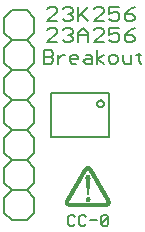
<source format=gbr>
G04 EAGLE Gerber RS-274X export*
G75*
%MOMM*%
%FSLAX34Y34*%
%LPD*%
%INSilkscreen Top*%
%IPPOS*%
%AMOC8*
5,1,8,0,0,1.08239X$1,22.5*%
G01*
%ADD10C,0.127000*%
%ADD11C,0.177800*%
%ADD12C,0.152400*%
%ADD13R,0.015300X0.015200*%
%ADD14R,0.015200X0.015200*%
%ADD15R,0.015200X0.015300*%
%ADD16R,0.015300X0.015300*%


D10*
X72607Y15670D02*
X71124Y17153D01*
X68158Y17153D01*
X66675Y15670D01*
X66675Y9738D01*
X68158Y8255D01*
X71124Y8255D01*
X72607Y9738D01*
X80479Y17153D02*
X81962Y15670D01*
X80479Y17153D02*
X77513Y17153D01*
X76030Y15670D01*
X76030Y9738D01*
X77513Y8255D01*
X80479Y8255D01*
X81962Y9738D01*
X85385Y12704D02*
X91317Y12704D01*
X94741Y9738D02*
X94741Y15670D01*
X96223Y17153D01*
X99189Y17153D01*
X100672Y15670D01*
X100672Y9738D01*
X99189Y8255D01*
X96223Y8255D01*
X94741Y9738D01*
X100672Y15670D01*
D11*
X57453Y181229D02*
X49149Y181229D01*
X57453Y189533D01*
X57453Y191610D01*
X55377Y193686D01*
X51225Y193686D01*
X49149Y191610D01*
X62246Y191610D02*
X64322Y193686D01*
X68475Y193686D01*
X70551Y191610D01*
X70551Y189533D01*
X68475Y187457D01*
X66398Y187457D01*
X68475Y187457D02*
X70551Y185381D01*
X70551Y183305D01*
X68475Y181229D01*
X64322Y181229D01*
X62246Y183305D01*
X75344Y181229D02*
X75344Y193686D01*
X83648Y193686D02*
X75344Y185381D01*
X77420Y187457D02*
X83648Y181229D01*
X88441Y181229D02*
X96745Y181229D01*
X88441Y181229D02*
X96745Y189533D01*
X96745Y191610D01*
X94669Y193686D01*
X90517Y193686D01*
X88441Y191610D01*
X101538Y193686D02*
X109842Y193686D01*
X101538Y193686D02*
X101538Y187457D01*
X105690Y189533D01*
X107766Y189533D01*
X109842Y187457D01*
X109842Y183305D01*
X107766Y181229D01*
X103614Y181229D01*
X101538Y183305D01*
X118787Y191610D02*
X122940Y193686D01*
X118787Y191610D02*
X114635Y187457D01*
X114635Y183305D01*
X116711Y181229D01*
X120864Y181229D01*
X122940Y183305D01*
X122940Y185381D01*
X120864Y187457D01*
X114635Y187457D01*
D12*
X46482Y156728D02*
X46482Y145542D01*
X46482Y156728D02*
X52075Y156728D01*
X53939Y154863D01*
X53939Y152999D01*
X52075Y151135D01*
X53939Y149271D01*
X53939Y147406D01*
X52075Y145542D01*
X46482Y145542D01*
X46482Y151135D02*
X52075Y151135D01*
X58176Y152999D02*
X58176Y145542D01*
X58176Y149271D02*
X61904Y152999D01*
X63769Y152999D01*
X69785Y145542D02*
X73514Y145542D01*
X69785Y145542D02*
X67921Y147406D01*
X67921Y151135D01*
X69785Y152999D01*
X73514Y152999D01*
X75378Y151135D01*
X75378Y149271D01*
X67921Y149271D01*
X81479Y152999D02*
X85208Y152999D01*
X87072Y151135D01*
X87072Y145542D01*
X81479Y145542D01*
X79615Y147406D01*
X81479Y149271D01*
X87072Y149271D01*
X91309Y145542D02*
X91309Y156728D01*
X91309Y149271D02*
X96902Y145542D01*
X91309Y149271D02*
X96902Y152999D01*
X102918Y145542D02*
X106647Y145542D01*
X108511Y147406D01*
X108511Y151135D01*
X106647Y152999D01*
X102918Y152999D01*
X101054Y151135D01*
X101054Y147406D01*
X102918Y145542D01*
X112748Y147406D02*
X112748Y152999D01*
X112748Y147406D02*
X114612Y145542D01*
X120205Y145542D01*
X120205Y152999D01*
X126306Y154863D02*
X126306Y147406D01*
X128170Y145542D01*
X128170Y152999D02*
X124442Y152999D01*
D11*
X57453Y163449D02*
X49149Y163449D01*
X57453Y171753D01*
X57453Y173830D01*
X55377Y175906D01*
X51225Y175906D01*
X49149Y173830D01*
X62246Y173830D02*
X64322Y175906D01*
X68475Y175906D01*
X70551Y173830D01*
X70551Y171753D01*
X68475Y169677D01*
X66398Y169677D01*
X68475Y169677D02*
X70551Y167601D01*
X70551Y165525D01*
X68475Y163449D01*
X64322Y163449D01*
X62246Y165525D01*
X75344Y163449D02*
X75344Y171753D01*
X79496Y175906D01*
X83648Y171753D01*
X83648Y163449D01*
X83648Y169677D02*
X75344Y169677D01*
X88441Y163449D02*
X96745Y163449D01*
X88441Y163449D02*
X96745Y171753D01*
X96745Y173830D01*
X94669Y175906D01*
X90517Y175906D01*
X88441Y173830D01*
X101538Y175906D02*
X109842Y175906D01*
X101538Y175906D02*
X101538Y169677D01*
X105690Y171753D01*
X107766Y171753D01*
X109842Y169677D01*
X109842Y165525D01*
X107766Y163449D01*
X103614Y163449D01*
X101538Y165525D01*
X118787Y173830D02*
X122940Y175906D01*
X118787Y173830D02*
X114635Y169677D01*
X114635Y165525D01*
X116711Y163449D01*
X120864Y163449D01*
X122940Y165525D01*
X122940Y167601D01*
X120864Y169677D01*
X114635Y169677D01*
D10*
X101200Y83600D02*
X52200Y83600D01*
X52200Y120600D01*
X101200Y120600D01*
X101200Y83600D01*
X91372Y111600D02*
X91374Y111706D01*
X91380Y111811D01*
X91390Y111917D01*
X91404Y112021D01*
X91421Y112126D01*
X91443Y112229D01*
X91468Y112332D01*
X91498Y112434D01*
X91531Y112534D01*
X91567Y112633D01*
X91608Y112731D01*
X91652Y112827D01*
X91700Y112921D01*
X91751Y113014D01*
X91805Y113105D01*
X91863Y113193D01*
X91925Y113279D01*
X91989Y113363D01*
X92056Y113445D01*
X92127Y113524D01*
X92200Y113600D01*
X92276Y113673D01*
X92355Y113744D01*
X92437Y113811D01*
X92521Y113875D01*
X92607Y113937D01*
X92695Y113995D01*
X92786Y114049D01*
X92879Y114100D01*
X92973Y114148D01*
X93069Y114192D01*
X93167Y114233D01*
X93266Y114269D01*
X93366Y114302D01*
X93468Y114332D01*
X93571Y114357D01*
X93674Y114379D01*
X93779Y114396D01*
X93883Y114410D01*
X93989Y114420D01*
X94094Y114426D01*
X94200Y114428D01*
X94306Y114426D01*
X94411Y114420D01*
X94517Y114410D01*
X94621Y114396D01*
X94726Y114379D01*
X94829Y114357D01*
X94932Y114332D01*
X95034Y114302D01*
X95134Y114269D01*
X95233Y114233D01*
X95331Y114192D01*
X95427Y114148D01*
X95521Y114100D01*
X95614Y114049D01*
X95705Y113995D01*
X95793Y113937D01*
X95879Y113875D01*
X95963Y113811D01*
X96045Y113744D01*
X96124Y113673D01*
X96200Y113600D01*
X96273Y113524D01*
X96344Y113445D01*
X96411Y113363D01*
X96475Y113279D01*
X96537Y113193D01*
X96595Y113105D01*
X96649Y113014D01*
X96700Y112921D01*
X96748Y112827D01*
X96792Y112731D01*
X96833Y112633D01*
X96869Y112534D01*
X96902Y112434D01*
X96932Y112332D01*
X96957Y112229D01*
X96979Y112126D01*
X96996Y112021D01*
X97010Y111917D01*
X97020Y111811D01*
X97026Y111706D01*
X97028Y111600D01*
X97026Y111494D01*
X97020Y111389D01*
X97010Y111283D01*
X96996Y111179D01*
X96979Y111074D01*
X96957Y110971D01*
X96932Y110868D01*
X96902Y110766D01*
X96869Y110666D01*
X96833Y110567D01*
X96792Y110469D01*
X96748Y110373D01*
X96700Y110279D01*
X96649Y110186D01*
X96595Y110095D01*
X96537Y110007D01*
X96475Y109921D01*
X96411Y109837D01*
X96344Y109755D01*
X96273Y109676D01*
X96200Y109600D01*
X96124Y109527D01*
X96045Y109456D01*
X95963Y109389D01*
X95879Y109325D01*
X95793Y109263D01*
X95705Y109205D01*
X95614Y109151D01*
X95521Y109100D01*
X95427Y109052D01*
X95331Y109008D01*
X95233Y108967D01*
X95134Y108931D01*
X95034Y108898D01*
X94932Y108868D01*
X94829Y108843D01*
X94726Y108821D01*
X94621Y108804D01*
X94517Y108790D01*
X94411Y108780D01*
X94306Y108774D01*
X94200Y108772D01*
X94094Y108774D01*
X93989Y108780D01*
X93883Y108790D01*
X93779Y108804D01*
X93674Y108821D01*
X93571Y108843D01*
X93468Y108868D01*
X93366Y108898D01*
X93266Y108931D01*
X93167Y108967D01*
X93069Y109008D01*
X92973Y109052D01*
X92879Y109100D01*
X92786Y109151D01*
X92695Y109205D01*
X92607Y109263D01*
X92521Y109325D01*
X92437Y109389D01*
X92355Y109456D01*
X92276Y109527D01*
X92200Y109600D01*
X92127Y109676D01*
X92056Y109755D01*
X91989Y109837D01*
X91925Y109921D01*
X91863Y110007D01*
X91805Y110095D01*
X91751Y110186D01*
X91700Y110279D01*
X91652Y110373D01*
X91608Y110469D01*
X91567Y110567D01*
X91531Y110666D01*
X91498Y110766D01*
X91468Y110868D01*
X91443Y110971D01*
X91421Y111074D01*
X91404Y111179D01*
X91390Y111283D01*
X91380Y111389D01*
X91374Y111494D01*
X91372Y111600D01*
D12*
X38100Y57150D02*
X31750Y63500D01*
X38100Y57150D02*
X38100Y44450D01*
X31750Y38100D01*
X19050Y38100D01*
X12700Y44450D01*
X12700Y57150D01*
X19050Y63500D01*
X38100Y95250D02*
X38100Y107950D01*
X38100Y95250D02*
X31750Y88900D01*
X19050Y88900D01*
X12700Y95250D01*
X31750Y88900D02*
X38100Y82550D01*
X38100Y69850D01*
X31750Y63500D01*
X19050Y63500D01*
X12700Y69850D01*
X12700Y82550D01*
X19050Y88900D01*
X38100Y133350D02*
X31750Y139700D01*
X38100Y133350D02*
X38100Y120650D01*
X31750Y114300D01*
X19050Y114300D01*
X12700Y120650D01*
X12700Y133350D01*
X19050Y139700D01*
X31750Y114300D02*
X38100Y107950D01*
X19050Y114300D02*
X12700Y107950D01*
X12700Y95250D01*
X38100Y171450D02*
X38100Y184150D01*
X38100Y171450D02*
X31750Y165100D01*
X19050Y165100D01*
X12700Y171450D01*
X31750Y165100D02*
X38100Y158750D01*
X38100Y146050D01*
X31750Y139700D01*
X19050Y139700D01*
X12700Y146050D01*
X12700Y158750D01*
X19050Y165100D01*
X19050Y190500D02*
X31750Y190500D01*
X38100Y184150D01*
X19050Y190500D02*
X12700Y184150D01*
X12700Y171450D01*
X38100Y31750D02*
X38100Y19050D01*
X31750Y12700D01*
X19050Y12700D01*
X12700Y19050D01*
X31750Y38100D02*
X38100Y31750D01*
X19050Y38100D02*
X12700Y31750D01*
X12700Y19050D01*
D13*
X68809Y24206D03*
X69114Y24206D03*
D14*
X69418Y24206D03*
X69723Y24206D03*
X70028Y24206D03*
D13*
X70333Y24206D03*
X70638Y24206D03*
D14*
X70942Y24206D03*
X71247Y24206D03*
X71552Y24206D03*
D13*
X71857Y24206D03*
X72162Y24206D03*
D14*
X72466Y24206D03*
X72771Y24206D03*
X73076Y24206D03*
D13*
X73381Y24206D03*
X73686Y24206D03*
D14*
X73990Y24206D03*
X74295Y24206D03*
X74600Y24206D03*
D13*
X74905Y24206D03*
X75210Y24206D03*
D14*
X75514Y24206D03*
X75819Y24206D03*
X76124Y24206D03*
D13*
X76429Y24206D03*
X76734Y24206D03*
D14*
X77038Y24206D03*
X77343Y24206D03*
X77648Y24206D03*
D13*
X77953Y24206D03*
X78258Y24206D03*
D14*
X78562Y24206D03*
X78867Y24206D03*
X79172Y24206D03*
D13*
X79477Y24206D03*
X79782Y24206D03*
D14*
X80086Y24206D03*
X80391Y24206D03*
X80696Y24206D03*
D13*
X81001Y24206D03*
X81306Y24206D03*
D14*
X81610Y24206D03*
X81915Y24206D03*
X82220Y24206D03*
D13*
X82525Y24206D03*
X82830Y24206D03*
D14*
X83134Y24206D03*
X83439Y24206D03*
X83744Y24206D03*
D13*
X84049Y24206D03*
X84354Y24206D03*
D14*
X84658Y24206D03*
X84963Y24206D03*
X85268Y24206D03*
D13*
X85573Y24206D03*
X85878Y24206D03*
D14*
X86182Y24206D03*
X86487Y24206D03*
X86792Y24206D03*
D13*
X87097Y24206D03*
X87402Y24206D03*
D14*
X87706Y24206D03*
X88011Y24206D03*
X88316Y24206D03*
D13*
X88621Y24206D03*
X88926Y24206D03*
D14*
X89230Y24206D03*
X89535Y24206D03*
X89840Y24206D03*
D13*
X90145Y24206D03*
X90450Y24206D03*
D14*
X90754Y24206D03*
X91059Y24206D03*
X91364Y24206D03*
D13*
X91669Y24206D03*
X91974Y24206D03*
D14*
X92278Y24206D03*
X92583Y24206D03*
X92888Y24206D03*
D13*
X93193Y24206D03*
X93498Y24206D03*
D14*
X93802Y24206D03*
X94107Y24206D03*
X94412Y24206D03*
D13*
X94717Y24206D03*
X95022Y24206D03*
D14*
X95326Y24206D03*
X95631Y24206D03*
X95936Y24206D03*
D13*
X96241Y24206D03*
X96546Y24206D03*
D14*
X96850Y24206D03*
X97155Y24206D03*
X97460Y24206D03*
D13*
X97765Y24206D03*
X98070Y24206D03*
D14*
X98374Y24206D03*
X98679Y24206D03*
X98984Y24206D03*
D15*
X67742Y24359D03*
X67894Y24359D03*
D16*
X68047Y24359D03*
D15*
X68199Y24359D03*
D16*
X68352Y24359D03*
D15*
X68504Y24359D03*
X68656Y24359D03*
D16*
X68809Y24359D03*
D15*
X68961Y24359D03*
D16*
X69114Y24359D03*
D15*
X69266Y24359D03*
X69418Y24359D03*
D16*
X69571Y24359D03*
D15*
X69723Y24359D03*
D16*
X69876Y24359D03*
D15*
X70028Y24359D03*
X70180Y24359D03*
D16*
X70333Y24359D03*
D15*
X70485Y24359D03*
D16*
X70638Y24359D03*
D15*
X70790Y24359D03*
X70942Y24359D03*
D16*
X71095Y24359D03*
D15*
X71247Y24359D03*
D16*
X71400Y24359D03*
D15*
X71552Y24359D03*
X71704Y24359D03*
D16*
X71857Y24359D03*
D15*
X72009Y24359D03*
D16*
X72162Y24359D03*
D15*
X72314Y24359D03*
X72466Y24359D03*
D16*
X72619Y24359D03*
D15*
X72771Y24359D03*
D16*
X72924Y24359D03*
D15*
X73076Y24359D03*
X73228Y24359D03*
D16*
X73381Y24359D03*
D15*
X73533Y24359D03*
D16*
X73686Y24359D03*
D15*
X73838Y24359D03*
X73990Y24359D03*
D16*
X74143Y24359D03*
D15*
X74295Y24359D03*
D16*
X74448Y24359D03*
D15*
X74600Y24359D03*
X74752Y24359D03*
D16*
X74905Y24359D03*
D15*
X75057Y24359D03*
D16*
X75210Y24359D03*
D15*
X75362Y24359D03*
X75514Y24359D03*
D16*
X75667Y24359D03*
D15*
X75819Y24359D03*
D16*
X75972Y24359D03*
D15*
X76124Y24359D03*
X76276Y24359D03*
D16*
X76429Y24359D03*
D15*
X76581Y24359D03*
D16*
X76734Y24359D03*
D15*
X76886Y24359D03*
X77038Y24359D03*
D16*
X77191Y24359D03*
D15*
X77343Y24359D03*
D16*
X77496Y24359D03*
D15*
X77648Y24359D03*
X77800Y24359D03*
D16*
X77953Y24359D03*
D15*
X78105Y24359D03*
D16*
X78258Y24359D03*
D15*
X78410Y24359D03*
X78562Y24359D03*
D16*
X78715Y24359D03*
D15*
X78867Y24359D03*
D16*
X79020Y24359D03*
D15*
X79172Y24359D03*
X79324Y24359D03*
D16*
X79477Y24359D03*
D15*
X79629Y24359D03*
D16*
X79782Y24359D03*
D15*
X79934Y24359D03*
X80086Y24359D03*
D16*
X80239Y24359D03*
D15*
X80391Y24359D03*
D16*
X80544Y24359D03*
D15*
X80696Y24359D03*
X80848Y24359D03*
D16*
X81001Y24359D03*
D15*
X81153Y24359D03*
D16*
X81306Y24359D03*
D15*
X81458Y24359D03*
X81610Y24359D03*
D16*
X81763Y24359D03*
D15*
X81915Y24359D03*
D16*
X82068Y24359D03*
D15*
X82220Y24359D03*
X82372Y24359D03*
D16*
X82525Y24359D03*
D15*
X82677Y24359D03*
D16*
X82830Y24359D03*
D15*
X82982Y24359D03*
X83134Y24359D03*
D16*
X83287Y24359D03*
D15*
X83439Y24359D03*
D16*
X83592Y24359D03*
D15*
X83744Y24359D03*
X83896Y24359D03*
D16*
X84049Y24359D03*
D15*
X84201Y24359D03*
D16*
X84354Y24359D03*
D15*
X84506Y24359D03*
X84658Y24359D03*
D16*
X84811Y24359D03*
D15*
X84963Y24359D03*
D16*
X85116Y24359D03*
D15*
X85268Y24359D03*
X85420Y24359D03*
D16*
X85573Y24359D03*
D15*
X85725Y24359D03*
D16*
X85878Y24359D03*
D15*
X86030Y24359D03*
X86182Y24359D03*
D16*
X86335Y24359D03*
D15*
X86487Y24359D03*
D16*
X86640Y24359D03*
D15*
X86792Y24359D03*
X86944Y24359D03*
D16*
X87097Y24359D03*
D15*
X87249Y24359D03*
D16*
X87402Y24359D03*
D15*
X87554Y24359D03*
X87706Y24359D03*
D16*
X87859Y24359D03*
D15*
X88011Y24359D03*
D16*
X88164Y24359D03*
D15*
X88316Y24359D03*
X88468Y24359D03*
D16*
X88621Y24359D03*
D15*
X88773Y24359D03*
D16*
X88926Y24359D03*
D15*
X89078Y24359D03*
X89230Y24359D03*
D16*
X89383Y24359D03*
D15*
X89535Y24359D03*
D16*
X89688Y24359D03*
D15*
X89840Y24359D03*
X89992Y24359D03*
D16*
X90145Y24359D03*
D15*
X90297Y24359D03*
D16*
X90450Y24359D03*
D15*
X90602Y24359D03*
X90754Y24359D03*
D16*
X90907Y24359D03*
D15*
X91059Y24359D03*
D16*
X91212Y24359D03*
D15*
X91364Y24359D03*
X91516Y24359D03*
D16*
X91669Y24359D03*
D15*
X91821Y24359D03*
D16*
X91974Y24359D03*
D15*
X92126Y24359D03*
X92278Y24359D03*
D16*
X92431Y24359D03*
D15*
X92583Y24359D03*
D16*
X92736Y24359D03*
D15*
X92888Y24359D03*
X93040Y24359D03*
D16*
X93193Y24359D03*
D15*
X93345Y24359D03*
D16*
X93498Y24359D03*
D15*
X93650Y24359D03*
X93802Y24359D03*
D16*
X93955Y24359D03*
D15*
X94107Y24359D03*
D16*
X94260Y24359D03*
D15*
X94412Y24359D03*
X94564Y24359D03*
D16*
X94717Y24359D03*
D15*
X94869Y24359D03*
D16*
X95022Y24359D03*
D15*
X95174Y24359D03*
X95326Y24359D03*
D16*
X95479Y24359D03*
D15*
X95631Y24359D03*
D16*
X95784Y24359D03*
D15*
X95936Y24359D03*
X96088Y24359D03*
D16*
X96241Y24359D03*
D15*
X96393Y24359D03*
D16*
X96546Y24359D03*
D15*
X96698Y24359D03*
X96850Y24359D03*
D16*
X97003Y24359D03*
D15*
X97155Y24359D03*
D16*
X97308Y24359D03*
D15*
X97460Y24359D03*
X97612Y24359D03*
D16*
X97765Y24359D03*
D15*
X97917Y24359D03*
D16*
X98070Y24359D03*
D15*
X98222Y24359D03*
X98374Y24359D03*
D16*
X98527Y24359D03*
D15*
X98679Y24359D03*
D16*
X98832Y24359D03*
D15*
X98984Y24359D03*
X99136Y24359D03*
D16*
X99289Y24359D03*
D15*
X99441Y24359D03*
D16*
X99594Y24359D03*
D15*
X99746Y24359D03*
X99898Y24359D03*
D13*
X67285Y24511D03*
D14*
X67437Y24511D03*
D13*
X67590Y24511D03*
D14*
X67742Y24511D03*
X67894Y24511D03*
D13*
X68047Y24511D03*
D14*
X68199Y24511D03*
D13*
X68352Y24511D03*
D14*
X68504Y24511D03*
X68656Y24511D03*
D13*
X68809Y24511D03*
D14*
X68961Y24511D03*
D13*
X69114Y24511D03*
D14*
X69266Y24511D03*
X69418Y24511D03*
D13*
X69571Y24511D03*
D14*
X69723Y24511D03*
D13*
X69876Y24511D03*
D14*
X70028Y24511D03*
X70180Y24511D03*
D13*
X70333Y24511D03*
D14*
X70485Y24511D03*
D13*
X70638Y24511D03*
D14*
X70790Y24511D03*
X70942Y24511D03*
D13*
X71095Y24511D03*
D14*
X71247Y24511D03*
D13*
X71400Y24511D03*
D14*
X71552Y24511D03*
X71704Y24511D03*
D13*
X71857Y24511D03*
D14*
X72009Y24511D03*
D13*
X72162Y24511D03*
D14*
X72314Y24511D03*
X72466Y24511D03*
D13*
X72619Y24511D03*
D14*
X72771Y24511D03*
D13*
X72924Y24511D03*
D14*
X73076Y24511D03*
X73228Y24511D03*
D13*
X73381Y24511D03*
D14*
X73533Y24511D03*
D13*
X73686Y24511D03*
D14*
X73838Y24511D03*
X73990Y24511D03*
D13*
X74143Y24511D03*
D14*
X74295Y24511D03*
D13*
X74448Y24511D03*
D14*
X74600Y24511D03*
X74752Y24511D03*
D13*
X74905Y24511D03*
D14*
X75057Y24511D03*
D13*
X75210Y24511D03*
D14*
X75362Y24511D03*
X75514Y24511D03*
D13*
X75667Y24511D03*
D14*
X75819Y24511D03*
D13*
X75972Y24511D03*
D14*
X76124Y24511D03*
X76276Y24511D03*
D13*
X76429Y24511D03*
D14*
X76581Y24511D03*
D13*
X76734Y24511D03*
D14*
X76886Y24511D03*
X77038Y24511D03*
D13*
X77191Y24511D03*
D14*
X77343Y24511D03*
D13*
X77496Y24511D03*
D14*
X77648Y24511D03*
X77800Y24511D03*
D13*
X77953Y24511D03*
D14*
X78105Y24511D03*
D13*
X78258Y24511D03*
D14*
X78410Y24511D03*
X78562Y24511D03*
D13*
X78715Y24511D03*
D14*
X78867Y24511D03*
D13*
X79020Y24511D03*
D14*
X79172Y24511D03*
X79324Y24511D03*
D13*
X79477Y24511D03*
D14*
X79629Y24511D03*
D13*
X79782Y24511D03*
D14*
X79934Y24511D03*
X80086Y24511D03*
D13*
X80239Y24511D03*
D14*
X80391Y24511D03*
D13*
X80544Y24511D03*
D14*
X80696Y24511D03*
X80848Y24511D03*
D13*
X81001Y24511D03*
D14*
X81153Y24511D03*
D13*
X81306Y24511D03*
D14*
X81458Y24511D03*
X81610Y24511D03*
D13*
X81763Y24511D03*
D14*
X81915Y24511D03*
D13*
X82068Y24511D03*
D14*
X82220Y24511D03*
X82372Y24511D03*
D13*
X82525Y24511D03*
D14*
X82677Y24511D03*
D13*
X82830Y24511D03*
D14*
X82982Y24511D03*
X83134Y24511D03*
D13*
X83287Y24511D03*
D14*
X83439Y24511D03*
D13*
X83592Y24511D03*
D14*
X83744Y24511D03*
X83896Y24511D03*
D13*
X84049Y24511D03*
D14*
X84201Y24511D03*
D13*
X84354Y24511D03*
D14*
X84506Y24511D03*
X84658Y24511D03*
D13*
X84811Y24511D03*
D14*
X84963Y24511D03*
D13*
X85116Y24511D03*
D14*
X85268Y24511D03*
X85420Y24511D03*
D13*
X85573Y24511D03*
D14*
X85725Y24511D03*
D13*
X85878Y24511D03*
D14*
X86030Y24511D03*
X86182Y24511D03*
D13*
X86335Y24511D03*
D14*
X86487Y24511D03*
D13*
X86640Y24511D03*
D14*
X86792Y24511D03*
X86944Y24511D03*
D13*
X87097Y24511D03*
D14*
X87249Y24511D03*
D13*
X87402Y24511D03*
D14*
X87554Y24511D03*
X87706Y24511D03*
D13*
X87859Y24511D03*
D14*
X88011Y24511D03*
D13*
X88164Y24511D03*
D14*
X88316Y24511D03*
X88468Y24511D03*
D13*
X88621Y24511D03*
D14*
X88773Y24511D03*
D13*
X88926Y24511D03*
D14*
X89078Y24511D03*
X89230Y24511D03*
D13*
X89383Y24511D03*
D14*
X89535Y24511D03*
D13*
X89688Y24511D03*
D14*
X89840Y24511D03*
X89992Y24511D03*
D13*
X90145Y24511D03*
D14*
X90297Y24511D03*
D13*
X90450Y24511D03*
D14*
X90602Y24511D03*
X90754Y24511D03*
D13*
X90907Y24511D03*
D14*
X91059Y24511D03*
D13*
X91212Y24511D03*
D14*
X91364Y24511D03*
X91516Y24511D03*
D13*
X91669Y24511D03*
D14*
X91821Y24511D03*
D13*
X91974Y24511D03*
D14*
X92126Y24511D03*
X92278Y24511D03*
D13*
X92431Y24511D03*
D14*
X92583Y24511D03*
D13*
X92736Y24511D03*
D14*
X92888Y24511D03*
X93040Y24511D03*
D13*
X93193Y24511D03*
D14*
X93345Y24511D03*
D13*
X93498Y24511D03*
D14*
X93650Y24511D03*
X93802Y24511D03*
D13*
X93955Y24511D03*
D14*
X94107Y24511D03*
D13*
X94260Y24511D03*
D14*
X94412Y24511D03*
X94564Y24511D03*
D13*
X94717Y24511D03*
D14*
X94869Y24511D03*
D13*
X95022Y24511D03*
D14*
X95174Y24511D03*
X95326Y24511D03*
D13*
X95479Y24511D03*
D14*
X95631Y24511D03*
D13*
X95784Y24511D03*
D14*
X95936Y24511D03*
X96088Y24511D03*
D13*
X96241Y24511D03*
D14*
X96393Y24511D03*
D13*
X96546Y24511D03*
D14*
X96698Y24511D03*
X96850Y24511D03*
D13*
X97003Y24511D03*
D14*
X97155Y24511D03*
D13*
X97308Y24511D03*
D14*
X97460Y24511D03*
X97612Y24511D03*
D13*
X97765Y24511D03*
D14*
X97917Y24511D03*
D13*
X98070Y24511D03*
D14*
X98222Y24511D03*
X98374Y24511D03*
D13*
X98527Y24511D03*
D14*
X98679Y24511D03*
D13*
X98832Y24511D03*
D14*
X98984Y24511D03*
X99136Y24511D03*
D13*
X99289Y24511D03*
D14*
X99441Y24511D03*
D13*
X99594Y24511D03*
D14*
X99746Y24511D03*
X99898Y24511D03*
D13*
X100051Y24511D03*
D14*
X100203Y24511D03*
D13*
X100356Y24511D03*
D14*
X100508Y24511D03*
D16*
X66828Y24664D03*
D15*
X66980Y24664D03*
X67132Y24664D03*
D16*
X67285Y24664D03*
D15*
X67437Y24664D03*
D16*
X67590Y24664D03*
D15*
X67742Y24664D03*
X67894Y24664D03*
D16*
X68047Y24664D03*
D15*
X68199Y24664D03*
D16*
X68352Y24664D03*
D15*
X68504Y24664D03*
X68656Y24664D03*
D16*
X68809Y24664D03*
D15*
X68961Y24664D03*
D16*
X69114Y24664D03*
D15*
X69266Y24664D03*
X69418Y24664D03*
D16*
X69571Y24664D03*
D15*
X69723Y24664D03*
D16*
X69876Y24664D03*
D15*
X70028Y24664D03*
X70180Y24664D03*
D16*
X70333Y24664D03*
D15*
X70485Y24664D03*
D16*
X70638Y24664D03*
D15*
X70790Y24664D03*
X70942Y24664D03*
D16*
X71095Y24664D03*
D15*
X71247Y24664D03*
D16*
X71400Y24664D03*
D15*
X71552Y24664D03*
X71704Y24664D03*
D16*
X71857Y24664D03*
D15*
X72009Y24664D03*
D16*
X72162Y24664D03*
D15*
X72314Y24664D03*
X72466Y24664D03*
D16*
X72619Y24664D03*
D15*
X72771Y24664D03*
D16*
X72924Y24664D03*
D15*
X73076Y24664D03*
X73228Y24664D03*
D16*
X73381Y24664D03*
D15*
X73533Y24664D03*
D16*
X73686Y24664D03*
D15*
X73838Y24664D03*
X73990Y24664D03*
D16*
X74143Y24664D03*
D15*
X74295Y24664D03*
D16*
X74448Y24664D03*
D15*
X74600Y24664D03*
X74752Y24664D03*
D16*
X74905Y24664D03*
D15*
X75057Y24664D03*
D16*
X75210Y24664D03*
D15*
X75362Y24664D03*
X75514Y24664D03*
D16*
X75667Y24664D03*
D15*
X75819Y24664D03*
D16*
X75972Y24664D03*
D15*
X76124Y24664D03*
X76276Y24664D03*
D16*
X76429Y24664D03*
D15*
X76581Y24664D03*
D16*
X76734Y24664D03*
D15*
X76886Y24664D03*
X77038Y24664D03*
D16*
X77191Y24664D03*
D15*
X77343Y24664D03*
D16*
X77496Y24664D03*
D15*
X77648Y24664D03*
X77800Y24664D03*
D16*
X77953Y24664D03*
D15*
X78105Y24664D03*
D16*
X78258Y24664D03*
D15*
X78410Y24664D03*
X78562Y24664D03*
D16*
X78715Y24664D03*
D15*
X78867Y24664D03*
D16*
X79020Y24664D03*
D15*
X79172Y24664D03*
X79324Y24664D03*
D16*
X79477Y24664D03*
D15*
X79629Y24664D03*
D16*
X79782Y24664D03*
D15*
X79934Y24664D03*
X80086Y24664D03*
D16*
X80239Y24664D03*
D15*
X80391Y24664D03*
D16*
X80544Y24664D03*
D15*
X80696Y24664D03*
X80848Y24664D03*
D16*
X81001Y24664D03*
D15*
X81153Y24664D03*
D16*
X81306Y24664D03*
D15*
X81458Y24664D03*
X81610Y24664D03*
D16*
X81763Y24664D03*
D15*
X81915Y24664D03*
D16*
X82068Y24664D03*
D15*
X82220Y24664D03*
X82372Y24664D03*
D16*
X82525Y24664D03*
D15*
X82677Y24664D03*
D16*
X82830Y24664D03*
D15*
X82982Y24664D03*
X83134Y24664D03*
D16*
X83287Y24664D03*
D15*
X83439Y24664D03*
D16*
X83592Y24664D03*
D15*
X83744Y24664D03*
X83896Y24664D03*
D16*
X84049Y24664D03*
D15*
X84201Y24664D03*
D16*
X84354Y24664D03*
D15*
X84506Y24664D03*
X84658Y24664D03*
D16*
X84811Y24664D03*
D15*
X84963Y24664D03*
D16*
X85116Y24664D03*
D15*
X85268Y24664D03*
X85420Y24664D03*
D16*
X85573Y24664D03*
D15*
X85725Y24664D03*
D16*
X85878Y24664D03*
D15*
X86030Y24664D03*
X86182Y24664D03*
D16*
X86335Y24664D03*
D15*
X86487Y24664D03*
D16*
X86640Y24664D03*
D15*
X86792Y24664D03*
X86944Y24664D03*
D16*
X87097Y24664D03*
D15*
X87249Y24664D03*
D16*
X87402Y24664D03*
D15*
X87554Y24664D03*
X87706Y24664D03*
D16*
X87859Y24664D03*
D15*
X88011Y24664D03*
D16*
X88164Y24664D03*
D15*
X88316Y24664D03*
X88468Y24664D03*
D16*
X88621Y24664D03*
D15*
X88773Y24664D03*
D16*
X88926Y24664D03*
D15*
X89078Y24664D03*
X89230Y24664D03*
D16*
X89383Y24664D03*
D15*
X89535Y24664D03*
D16*
X89688Y24664D03*
D15*
X89840Y24664D03*
X89992Y24664D03*
D16*
X90145Y24664D03*
D15*
X90297Y24664D03*
D16*
X90450Y24664D03*
D15*
X90602Y24664D03*
X90754Y24664D03*
D16*
X90907Y24664D03*
D15*
X91059Y24664D03*
D16*
X91212Y24664D03*
D15*
X91364Y24664D03*
X91516Y24664D03*
D16*
X91669Y24664D03*
D15*
X91821Y24664D03*
D16*
X91974Y24664D03*
D15*
X92126Y24664D03*
X92278Y24664D03*
D16*
X92431Y24664D03*
D15*
X92583Y24664D03*
D16*
X92736Y24664D03*
D15*
X92888Y24664D03*
X93040Y24664D03*
D16*
X93193Y24664D03*
D15*
X93345Y24664D03*
D16*
X93498Y24664D03*
D15*
X93650Y24664D03*
X93802Y24664D03*
D16*
X93955Y24664D03*
D15*
X94107Y24664D03*
D16*
X94260Y24664D03*
D15*
X94412Y24664D03*
X94564Y24664D03*
D16*
X94717Y24664D03*
D15*
X94869Y24664D03*
D16*
X95022Y24664D03*
D15*
X95174Y24664D03*
X95326Y24664D03*
D16*
X95479Y24664D03*
D15*
X95631Y24664D03*
D16*
X95784Y24664D03*
D15*
X95936Y24664D03*
X96088Y24664D03*
D16*
X96241Y24664D03*
D15*
X96393Y24664D03*
D16*
X96546Y24664D03*
D15*
X96698Y24664D03*
X96850Y24664D03*
D16*
X97003Y24664D03*
D15*
X97155Y24664D03*
D16*
X97308Y24664D03*
D15*
X97460Y24664D03*
X97612Y24664D03*
D16*
X97765Y24664D03*
D15*
X97917Y24664D03*
D16*
X98070Y24664D03*
D15*
X98222Y24664D03*
X98374Y24664D03*
D16*
X98527Y24664D03*
D15*
X98679Y24664D03*
D16*
X98832Y24664D03*
D15*
X98984Y24664D03*
X99136Y24664D03*
D16*
X99289Y24664D03*
D15*
X99441Y24664D03*
D16*
X99594Y24664D03*
D15*
X99746Y24664D03*
X99898Y24664D03*
D16*
X100051Y24664D03*
D15*
X100203Y24664D03*
D16*
X100356Y24664D03*
D15*
X100508Y24664D03*
X100660Y24664D03*
D16*
X100813Y24664D03*
D13*
X66523Y24816D03*
D14*
X66675Y24816D03*
D13*
X66828Y24816D03*
D14*
X66980Y24816D03*
X67132Y24816D03*
D13*
X67285Y24816D03*
D14*
X67437Y24816D03*
D13*
X67590Y24816D03*
D14*
X67742Y24816D03*
X67894Y24816D03*
D13*
X68047Y24816D03*
D14*
X68199Y24816D03*
D13*
X68352Y24816D03*
D14*
X68504Y24816D03*
X68656Y24816D03*
D13*
X68809Y24816D03*
D14*
X68961Y24816D03*
D13*
X69114Y24816D03*
D14*
X69266Y24816D03*
X69418Y24816D03*
D13*
X69571Y24816D03*
D14*
X69723Y24816D03*
D13*
X69876Y24816D03*
D14*
X70028Y24816D03*
X70180Y24816D03*
D13*
X70333Y24816D03*
D14*
X70485Y24816D03*
D13*
X70638Y24816D03*
D14*
X70790Y24816D03*
X70942Y24816D03*
D13*
X71095Y24816D03*
D14*
X71247Y24816D03*
D13*
X71400Y24816D03*
D14*
X71552Y24816D03*
X71704Y24816D03*
D13*
X71857Y24816D03*
D14*
X72009Y24816D03*
D13*
X72162Y24816D03*
D14*
X72314Y24816D03*
X72466Y24816D03*
D13*
X72619Y24816D03*
D14*
X72771Y24816D03*
D13*
X72924Y24816D03*
D14*
X73076Y24816D03*
X73228Y24816D03*
D13*
X73381Y24816D03*
D14*
X73533Y24816D03*
D13*
X73686Y24816D03*
D14*
X73838Y24816D03*
X73990Y24816D03*
D13*
X74143Y24816D03*
D14*
X74295Y24816D03*
D13*
X74448Y24816D03*
D14*
X74600Y24816D03*
X74752Y24816D03*
D13*
X74905Y24816D03*
D14*
X75057Y24816D03*
D13*
X75210Y24816D03*
D14*
X75362Y24816D03*
X75514Y24816D03*
D13*
X75667Y24816D03*
D14*
X75819Y24816D03*
D13*
X75972Y24816D03*
D14*
X76124Y24816D03*
X76276Y24816D03*
D13*
X76429Y24816D03*
D14*
X76581Y24816D03*
D13*
X76734Y24816D03*
D14*
X76886Y24816D03*
X77038Y24816D03*
D13*
X77191Y24816D03*
D14*
X77343Y24816D03*
D13*
X77496Y24816D03*
D14*
X77648Y24816D03*
X77800Y24816D03*
D13*
X77953Y24816D03*
D14*
X78105Y24816D03*
D13*
X78258Y24816D03*
D14*
X78410Y24816D03*
X78562Y24816D03*
D13*
X78715Y24816D03*
D14*
X78867Y24816D03*
D13*
X79020Y24816D03*
D14*
X79172Y24816D03*
X79324Y24816D03*
D13*
X79477Y24816D03*
D14*
X79629Y24816D03*
D13*
X79782Y24816D03*
D14*
X79934Y24816D03*
X80086Y24816D03*
D13*
X80239Y24816D03*
D14*
X80391Y24816D03*
D13*
X80544Y24816D03*
D14*
X80696Y24816D03*
X80848Y24816D03*
D13*
X81001Y24816D03*
D14*
X81153Y24816D03*
D13*
X81306Y24816D03*
D14*
X81458Y24816D03*
X81610Y24816D03*
D13*
X81763Y24816D03*
D14*
X81915Y24816D03*
D13*
X82068Y24816D03*
D14*
X82220Y24816D03*
X82372Y24816D03*
D13*
X82525Y24816D03*
D14*
X82677Y24816D03*
D13*
X82830Y24816D03*
D14*
X82982Y24816D03*
X83134Y24816D03*
D13*
X83287Y24816D03*
D14*
X83439Y24816D03*
D13*
X83592Y24816D03*
D14*
X83744Y24816D03*
X83896Y24816D03*
D13*
X84049Y24816D03*
D14*
X84201Y24816D03*
D13*
X84354Y24816D03*
D14*
X84506Y24816D03*
X84658Y24816D03*
D13*
X84811Y24816D03*
D14*
X84963Y24816D03*
D13*
X85116Y24816D03*
D14*
X85268Y24816D03*
X85420Y24816D03*
D13*
X85573Y24816D03*
D14*
X85725Y24816D03*
D13*
X85878Y24816D03*
D14*
X86030Y24816D03*
X86182Y24816D03*
D13*
X86335Y24816D03*
D14*
X86487Y24816D03*
D13*
X86640Y24816D03*
D14*
X86792Y24816D03*
X86944Y24816D03*
D13*
X87097Y24816D03*
D14*
X87249Y24816D03*
D13*
X87402Y24816D03*
D14*
X87554Y24816D03*
X87706Y24816D03*
D13*
X87859Y24816D03*
D14*
X88011Y24816D03*
D13*
X88164Y24816D03*
D14*
X88316Y24816D03*
X88468Y24816D03*
D13*
X88621Y24816D03*
D14*
X88773Y24816D03*
D13*
X88926Y24816D03*
D14*
X89078Y24816D03*
X89230Y24816D03*
D13*
X89383Y24816D03*
D14*
X89535Y24816D03*
D13*
X89688Y24816D03*
D14*
X89840Y24816D03*
X89992Y24816D03*
D13*
X90145Y24816D03*
D14*
X90297Y24816D03*
D13*
X90450Y24816D03*
D14*
X90602Y24816D03*
X90754Y24816D03*
D13*
X90907Y24816D03*
D14*
X91059Y24816D03*
D13*
X91212Y24816D03*
D14*
X91364Y24816D03*
X91516Y24816D03*
D13*
X91669Y24816D03*
D14*
X91821Y24816D03*
D13*
X91974Y24816D03*
D14*
X92126Y24816D03*
X92278Y24816D03*
D13*
X92431Y24816D03*
D14*
X92583Y24816D03*
D13*
X92736Y24816D03*
D14*
X92888Y24816D03*
X93040Y24816D03*
D13*
X93193Y24816D03*
D14*
X93345Y24816D03*
D13*
X93498Y24816D03*
D14*
X93650Y24816D03*
X93802Y24816D03*
D13*
X93955Y24816D03*
D14*
X94107Y24816D03*
D13*
X94260Y24816D03*
D14*
X94412Y24816D03*
X94564Y24816D03*
D13*
X94717Y24816D03*
D14*
X94869Y24816D03*
D13*
X95022Y24816D03*
D14*
X95174Y24816D03*
X95326Y24816D03*
D13*
X95479Y24816D03*
D14*
X95631Y24816D03*
D13*
X95784Y24816D03*
D14*
X95936Y24816D03*
X96088Y24816D03*
D13*
X96241Y24816D03*
D14*
X96393Y24816D03*
D13*
X96546Y24816D03*
D14*
X96698Y24816D03*
X96850Y24816D03*
D13*
X97003Y24816D03*
D14*
X97155Y24816D03*
D13*
X97308Y24816D03*
D14*
X97460Y24816D03*
X97612Y24816D03*
D13*
X97765Y24816D03*
D14*
X97917Y24816D03*
D13*
X98070Y24816D03*
D14*
X98222Y24816D03*
X98374Y24816D03*
D13*
X98527Y24816D03*
D14*
X98679Y24816D03*
D13*
X98832Y24816D03*
D14*
X98984Y24816D03*
X99136Y24816D03*
D13*
X99289Y24816D03*
D14*
X99441Y24816D03*
D13*
X99594Y24816D03*
D14*
X99746Y24816D03*
X99898Y24816D03*
D13*
X100051Y24816D03*
D14*
X100203Y24816D03*
D13*
X100356Y24816D03*
D14*
X100508Y24816D03*
X100660Y24816D03*
D13*
X100813Y24816D03*
D14*
X100965Y24816D03*
D13*
X101118Y24816D03*
D14*
X66370Y24968D03*
D13*
X66523Y24968D03*
D14*
X66675Y24968D03*
D13*
X66828Y24968D03*
D14*
X66980Y24968D03*
X67132Y24968D03*
D13*
X67285Y24968D03*
D14*
X67437Y24968D03*
D13*
X67590Y24968D03*
D14*
X67742Y24968D03*
X67894Y24968D03*
D13*
X68047Y24968D03*
D14*
X68199Y24968D03*
D13*
X68352Y24968D03*
D14*
X68504Y24968D03*
X68656Y24968D03*
D13*
X68809Y24968D03*
D14*
X68961Y24968D03*
D13*
X69114Y24968D03*
D14*
X69266Y24968D03*
X69418Y24968D03*
D13*
X69571Y24968D03*
D14*
X69723Y24968D03*
D13*
X69876Y24968D03*
D14*
X70028Y24968D03*
X70180Y24968D03*
D13*
X70333Y24968D03*
D14*
X70485Y24968D03*
D13*
X70638Y24968D03*
D14*
X70790Y24968D03*
X70942Y24968D03*
D13*
X71095Y24968D03*
D14*
X71247Y24968D03*
D13*
X71400Y24968D03*
D14*
X71552Y24968D03*
X71704Y24968D03*
D13*
X71857Y24968D03*
D14*
X72009Y24968D03*
D13*
X72162Y24968D03*
D14*
X72314Y24968D03*
X72466Y24968D03*
D13*
X72619Y24968D03*
D14*
X72771Y24968D03*
D13*
X72924Y24968D03*
D14*
X73076Y24968D03*
X73228Y24968D03*
D13*
X73381Y24968D03*
D14*
X73533Y24968D03*
D13*
X73686Y24968D03*
D14*
X73838Y24968D03*
X73990Y24968D03*
D13*
X74143Y24968D03*
D14*
X74295Y24968D03*
D13*
X74448Y24968D03*
D14*
X74600Y24968D03*
X74752Y24968D03*
D13*
X74905Y24968D03*
D14*
X75057Y24968D03*
D13*
X75210Y24968D03*
D14*
X75362Y24968D03*
X75514Y24968D03*
D13*
X75667Y24968D03*
D14*
X75819Y24968D03*
D13*
X75972Y24968D03*
D14*
X76124Y24968D03*
X76276Y24968D03*
D13*
X76429Y24968D03*
D14*
X76581Y24968D03*
D13*
X76734Y24968D03*
D14*
X76886Y24968D03*
X77038Y24968D03*
D13*
X77191Y24968D03*
D14*
X77343Y24968D03*
D13*
X77496Y24968D03*
D14*
X77648Y24968D03*
X77800Y24968D03*
D13*
X77953Y24968D03*
D14*
X78105Y24968D03*
D13*
X78258Y24968D03*
D14*
X78410Y24968D03*
X78562Y24968D03*
D13*
X78715Y24968D03*
D14*
X78867Y24968D03*
D13*
X79020Y24968D03*
D14*
X79172Y24968D03*
X79324Y24968D03*
D13*
X79477Y24968D03*
D14*
X79629Y24968D03*
D13*
X79782Y24968D03*
D14*
X79934Y24968D03*
X80086Y24968D03*
D13*
X80239Y24968D03*
D14*
X80391Y24968D03*
D13*
X80544Y24968D03*
D14*
X80696Y24968D03*
X80848Y24968D03*
D13*
X81001Y24968D03*
D14*
X81153Y24968D03*
D13*
X81306Y24968D03*
D14*
X81458Y24968D03*
X81610Y24968D03*
D13*
X81763Y24968D03*
D14*
X81915Y24968D03*
D13*
X82068Y24968D03*
D14*
X82220Y24968D03*
X82372Y24968D03*
D13*
X82525Y24968D03*
D14*
X82677Y24968D03*
D13*
X82830Y24968D03*
D14*
X82982Y24968D03*
X83134Y24968D03*
D13*
X83287Y24968D03*
D14*
X83439Y24968D03*
D13*
X83592Y24968D03*
D14*
X83744Y24968D03*
X83896Y24968D03*
D13*
X84049Y24968D03*
D14*
X84201Y24968D03*
D13*
X84354Y24968D03*
D14*
X84506Y24968D03*
X84658Y24968D03*
D13*
X84811Y24968D03*
D14*
X84963Y24968D03*
D13*
X85116Y24968D03*
D14*
X85268Y24968D03*
X85420Y24968D03*
D13*
X85573Y24968D03*
D14*
X85725Y24968D03*
D13*
X85878Y24968D03*
D14*
X86030Y24968D03*
X86182Y24968D03*
D13*
X86335Y24968D03*
D14*
X86487Y24968D03*
D13*
X86640Y24968D03*
D14*
X86792Y24968D03*
X86944Y24968D03*
D13*
X87097Y24968D03*
D14*
X87249Y24968D03*
D13*
X87402Y24968D03*
D14*
X87554Y24968D03*
X87706Y24968D03*
D13*
X87859Y24968D03*
D14*
X88011Y24968D03*
D13*
X88164Y24968D03*
D14*
X88316Y24968D03*
X88468Y24968D03*
D13*
X88621Y24968D03*
D14*
X88773Y24968D03*
D13*
X88926Y24968D03*
D14*
X89078Y24968D03*
X89230Y24968D03*
D13*
X89383Y24968D03*
D14*
X89535Y24968D03*
D13*
X89688Y24968D03*
D14*
X89840Y24968D03*
X89992Y24968D03*
D13*
X90145Y24968D03*
D14*
X90297Y24968D03*
D13*
X90450Y24968D03*
D14*
X90602Y24968D03*
X90754Y24968D03*
D13*
X90907Y24968D03*
D14*
X91059Y24968D03*
D13*
X91212Y24968D03*
D14*
X91364Y24968D03*
X91516Y24968D03*
D13*
X91669Y24968D03*
D14*
X91821Y24968D03*
D13*
X91974Y24968D03*
D14*
X92126Y24968D03*
X92278Y24968D03*
D13*
X92431Y24968D03*
D14*
X92583Y24968D03*
D13*
X92736Y24968D03*
D14*
X92888Y24968D03*
X93040Y24968D03*
D13*
X93193Y24968D03*
D14*
X93345Y24968D03*
D13*
X93498Y24968D03*
D14*
X93650Y24968D03*
X93802Y24968D03*
D13*
X93955Y24968D03*
D14*
X94107Y24968D03*
D13*
X94260Y24968D03*
D14*
X94412Y24968D03*
X94564Y24968D03*
D13*
X94717Y24968D03*
D14*
X94869Y24968D03*
D13*
X95022Y24968D03*
D14*
X95174Y24968D03*
X95326Y24968D03*
D13*
X95479Y24968D03*
D14*
X95631Y24968D03*
D13*
X95784Y24968D03*
D14*
X95936Y24968D03*
X96088Y24968D03*
D13*
X96241Y24968D03*
D14*
X96393Y24968D03*
D13*
X96546Y24968D03*
D14*
X96698Y24968D03*
X96850Y24968D03*
D13*
X97003Y24968D03*
D14*
X97155Y24968D03*
D13*
X97308Y24968D03*
D14*
X97460Y24968D03*
X97612Y24968D03*
D13*
X97765Y24968D03*
D14*
X97917Y24968D03*
D13*
X98070Y24968D03*
D14*
X98222Y24968D03*
X98374Y24968D03*
D13*
X98527Y24968D03*
D14*
X98679Y24968D03*
D13*
X98832Y24968D03*
D14*
X98984Y24968D03*
X99136Y24968D03*
D13*
X99289Y24968D03*
D14*
X99441Y24968D03*
D13*
X99594Y24968D03*
D14*
X99746Y24968D03*
X99898Y24968D03*
D13*
X100051Y24968D03*
D14*
X100203Y24968D03*
D13*
X100356Y24968D03*
D14*
X100508Y24968D03*
X100660Y24968D03*
D13*
X100813Y24968D03*
D14*
X100965Y24968D03*
D13*
X101118Y24968D03*
D14*
X101270Y24968D03*
D15*
X66218Y25121D03*
X66370Y25121D03*
D16*
X66523Y25121D03*
D15*
X66675Y25121D03*
D16*
X66828Y25121D03*
D15*
X66980Y25121D03*
X67132Y25121D03*
D16*
X67285Y25121D03*
D15*
X67437Y25121D03*
D16*
X67590Y25121D03*
D15*
X67742Y25121D03*
X67894Y25121D03*
D16*
X68047Y25121D03*
D15*
X68199Y25121D03*
D16*
X68352Y25121D03*
D15*
X68504Y25121D03*
X68656Y25121D03*
D16*
X68809Y25121D03*
D15*
X68961Y25121D03*
D16*
X69114Y25121D03*
D15*
X69266Y25121D03*
X69418Y25121D03*
D16*
X69571Y25121D03*
D15*
X69723Y25121D03*
D16*
X69876Y25121D03*
D15*
X70028Y25121D03*
X70180Y25121D03*
D16*
X70333Y25121D03*
D15*
X70485Y25121D03*
D16*
X70638Y25121D03*
D15*
X70790Y25121D03*
X70942Y25121D03*
D16*
X71095Y25121D03*
D15*
X71247Y25121D03*
D16*
X71400Y25121D03*
D15*
X71552Y25121D03*
X71704Y25121D03*
D16*
X71857Y25121D03*
D15*
X72009Y25121D03*
D16*
X72162Y25121D03*
D15*
X72314Y25121D03*
X72466Y25121D03*
D16*
X72619Y25121D03*
D15*
X72771Y25121D03*
D16*
X72924Y25121D03*
D15*
X73076Y25121D03*
X73228Y25121D03*
D16*
X73381Y25121D03*
D15*
X73533Y25121D03*
D16*
X73686Y25121D03*
D15*
X73838Y25121D03*
X73990Y25121D03*
D16*
X74143Y25121D03*
D15*
X74295Y25121D03*
D16*
X74448Y25121D03*
D15*
X74600Y25121D03*
X74752Y25121D03*
D16*
X74905Y25121D03*
D15*
X75057Y25121D03*
D16*
X75210Y25121D03*
D15*
X75362Y25121D03*
X75514Y25121D03*
D16*
X75667Y25121D03*
D15*
X75819Y25121D03*
D16*
X75972Y25121D03*
D15*
X76124Y25121D03*
X76276Y25121D03*
D16*
X76429Y25121D03*
D15*
X76581Y25121D03*
D16*
X76734Y25121D03*
D15*
X76886Y25121D03*
X77038Y25121D03*
D16*
X77191Y25121D03*
D15*
X77343Y25121D03*
D16*
X77496Y25121D03*
D15*
X77648Y25121D03*
X77800Y25121D03*
D16*
X77953Y25121D03*
D15*
X78105Y25121D03*
D16*
X78258Y25121D03*
D15*
X78410Y25121D03*
X78562Y25121D03*
D16*
X78715Y25121D03*
D15*
X78867Y25121D03*
D16*
X79020Y25121D03*
D15*
X79172Y25121D03*
X79324Y25121D03*
D16*
X79477Y25121D03*
D15*
X79629Y25121D03*
D16*
X79782Y25121D03*
D15*
X79934Y25121D03*
X80086Y25121D03*
D16*
X80239Y25121D03*
D15*
X80391Y25121D03*
D16*
X80544Y25121D03*
D15*
X80696Y25121D03*
X80848Y25121D03*
D16*
X81001Y25121D03*
D15*
X81153Y25121D03*
D16*
X81306Y25121D03*
D15*
X81458Y25121D03*
X81610Y25121D03*
D16*
X81763Y25121D03*
D15*
X81915Y25121D03*
D16*
X82068Y25121D03*
D15*
X82220Y25121D03*
X82372Y25121D03*
D16*
X82525Y25121D03*
D15*
X82677Y25121D03*
D16*
X82830Y25121D03*
D15*
X82982Y25121D03*
X83134Y25121D03*
D16*
X83287Y25121D03*
D15*
X83439Y25121D03*
D16*
X83592Y25121D03*
D15*
X83744Y25121D03*
X83896Y25121D03*
D16*
X84049Y25121D03*
D15*
X84201Y25121D03*
D16*
X84354Y25121D03*
D15*
X84506Y25121D03*
X84658Y25121D03*
D16*
X84811Y25121D03*
D15*
X84963Y25121D03*
D16*
X85116Y25121D03*
D15*
X85268Y25121D03*
X85420Y25121D03*
D16*
X85573Y25121D03*
D15*
X85725Y25121D03*
D16*
X85878Y25121D03*
D15*
X86030Y25121D03*
X86182Y25121D03*
D16*
X86335Y25121D03*
D15*
X86487Y25121D03*
D16*
X86640Y25121D03*
D15*
X86792Y25121D03*
X86944Y25121D03*
D16*
X87097Y25121D03*
D15*
X87249Y25121D03*
D16*
X87402Y25121D03*
D15*
X87554Y25121D03*
X87706Y25121D03*
D16*
X87859Y25121D03*
D15*
X88011Y25121D03*
D16*
X88164Y25121D03*
D15*
X88316Y25121D03*
X88468Y25121D03*
D16*
X88621Y25121D03*
D15*
X88773Y25121D03*
D16*
X88926Y25121D03*
D15*
X89078Y25121D03*
X89230Y25121D03*
D16*
X89383Y25121D03*
D15*
X89535Y25121D03*
D16*
X89688Y25121D03*
D15*
X89840Y25121D03*
X89992Y25121D03*
D16*
X90145Y25121D03*
D15*
X90297Y25121D03*
D16*
X90450Y25121D03*
D15*
X90602Y25121D03*
X90754Y25121D03*
D16*
X90907Y25121D03*
D15*
X91059Y25121D03*
D16*
X91212Y25121D03*
D15*
X91364Y25121D03*
X91516Y25121D03*
D16*
X91669Y25121D03*
D15*
X91821Y25121D03*
D16*
X91974Y25121D03*
D15*
X92126Y25121D03*
X92278Y25121D03*
D16*
X92431Y25121D03*
D15*
X92583Y25121D03*
D16*
X92736Y25121D03*
D15*
X92888Y25121D03*
X93040Y25121D03*
D16*
X93193Y25121D03*
D15*
X93345Y25121D03*
D16*
X93498Y25121D03*
D15*
X93650Y25121D03*
X93802Y25121D03*
D16*
X93955Y25121D03*
D15*
X94107Y25121D03*
D16*
X94260Y25121D03*
D15*
X94412Y25121D03*
X94564Y25121D03*
D16*
X94717Y25121D03*
D15*
X94869Y25121D03*
D16*
X95022Y25121D03*
D15*
X95174Y25121D03*
X95326Y25121D03*
D16*
X95479Y25121D03*
D15*
X95631Y25121D03*
D16*
X95784Y25121D03*
D15*
X95936Y25121D03*
X96088Y25121D03*
D16*
X96241Y25121D03*
D15*
X96393Y25121D03*
D16*
X96546Y25121D03*
D15*
X96698Y25121D03*
X96850Y25121D03*
D16*
X97003Y25121D03*
D15*
X97155Y25121D03*
D16*
X97308Y25121D03*
D15*
X97460Y25121D03*
X97612Y25121D03*
D16*
X97765Y25121D03*
D15*
X97917Y25121D03*
D16*
X98070Y25121D03*
D15*
X98222Y25121D03*
X98374Y25121D03*
D16*
X98527Y25121D03*
D15*
X98679Y25121D03*
D16*
X98832Y25121D03*
D15*
X98984Y25121D03*
X99136Y25121D03*
D16*
X99289Y25121D03*
D15*
X99441Y25121D03*
D16*
X99594Y25121D03*
D15*
X99746Y25121D03*
X99898Y25121D03*
D16*
X100051Y25121D03*
D15*
X100203Y25121D03*
D16*
X100356Y25121D03*
D15*
X100508Y25121D03*
X100660Y25121D03*
D16*
X100813Y25121D03*
D15*
X100965Y25121D03*
D16*
X101118Y25121D03*
D15*
X101270Y25121D03*
X101422Y25121D03*
D16*
X101575Y25121D03*
D13*
X66066Y25273D03*
D14*
X66218Y25273D03*
X66370Y25273D03*
D13*
X66523Y25273D03*
D14*
X66675Y25273D03*
D13*
X66828Y25273D03*
D14*
X66980Y25273D03*
X67132Y25273D03*
D13*
X67285Y25273D03*
D14*
X67437Y25273D03*
D13*
X67590Y25273D03*
D14*
X67742Y25273D03*
X67894Y25273D03*
D13*
X68047Y25273D03*
D14*
X68199Y25273D03*
D13*
X68352Y25273D03*
D14*
X68504Y25273D03*
X68656Y25273D03*
D13*
X68809Y25273D03*
D14*
X68961Y25273D03*
D13*
X69114Y25273D03*
D14*
X69266Y25273D03*
X69418Y25273D03*
D13*
X69571Y25273D03*
D14*
X69723Y25273D03*
D13*
X69876Y25273D03*
D14*
X70028Y25273D03*
X70180Y25273D03*
D13*
X70333Y25273D03*
D14*
X70485Y25273D03*
D13*
X70638Y25273D03*
D14*
X70790Y25273D03*
X70942Y25273D03*
D13*
X71095Y25273D03*
D14*
X71247Y25273D03*
D13*
X71400Y25273D03*
D14*
X71552Y25273D03*
X71704Y25273D03*
D13*
X71857Y25273D03*
D14*
X72009Y25273D03*
D13*
X72162Y25273D03*
D14*
X72314Y25273D03*
X72466Y25273D03*
D13*
X72619Y25273D03*
D14*
X72771Y25273D03*
D13*
X72924Y25273D03*
D14*
X73076Y25273D03*
X73228Y25273D03*
D13*
X73381Y25273D03*
D14*
X73533Y25273D03*
D13*
X73686Y25273D03*
D14*
X73838Y25273D03*
X73990Y25273D03*
D13*
X74143Y25273D03*
D14*
X74295Y25273D03*
D13*
X74448Y25273D03*
D14*
X74600Y25273D03*
X74752Y25273D03*
D13*
X74905Y25273D03*
D14*
X75057Y25273D03*
D13*
X75210Y25273D03*
D14*
X75362Y25273D03*
X75514Y25273D03*
D13*
X75667Y25273D03*
D14*
X75819Y25273D03*
D13*
X75972Y25273D03*
D14*
X76124Y25273D03*
X76276Y25273D03*
D13*
X76429Y25273D03*
D14*
X76581Y25273D03*
D13*
X76734Y25273D03*
D14*
X76886Y25273D03*
X77038Y25273D03*
D13*
X77191Y25273D03*
D14*
X77343Y25273D03*
D13*
X77496Y25273D03*
D14*
X77648Y25273D03*
X77800Y25273D03*
D13*
X77953Y25273D03*
D14*
X78105Y25273D03*
D13*
X78258Y25273D03*
D14*
X78410Y25273D03*
X78562Y25273D03*
D13*
X78715Y25273D03*
D14*
X78867Y25273D03*
D13*
X79020Y25273D03*
D14*
X79172Y25273D03*
X79324Y25273D03*
D13*
X79477Y25273D03*
D14*
X79629Y25273D03*
D13*
X79782Y25273D03*
D14*
X79934Y25273D03*
X80086Y25273D03*
D13*
X80239Y25273D03*
D14*
X80391Y25273D03*
D13*
X80544Y25273D03*
D14*
X80696Y25273D03*
X80848Y25273D03*
D13*
X81001Y25273D03*
D14*
X81153Y25273D03*
D13*
X81306Y25273D03*
D14*
X81458Y25273D03*
X81610Y25273D03*
D13*
X81763Y25273D03*
D14*
X81915Y25273D03*
D13*
X82068Y25273D03*
D14*
X82220Y25273D03*
X82372Y25273D03*
D13*
X82525Y25273D03*
D14*
X82677Y25273D03*
D13*
X82830Y25273D03*
D14*
X82982Y25273D03*
X83134Y25273D03*
D13*
X83287Y25273D03*
D14*
X83439Y25273D03*
D13*
X83592Y25273D03*
D14*
X83744Y25273D03*
X83896Y25273D03*
D13*
X84049Y25273D03*
D14*
X84201Y25273D03*
D13*
X84354Y25273D03*
D14*
X84506Y25273D03*
X84658Y25273D03*
D13*
X84811Y25273D03*
D14*
X84963Y25273D03*
D13*
X85116Y25273D03*
D14*
X85268Y25273D03*
X85420Y25273D03*
D13*
X85573Y25273D03*
D14*
X85725Y25273D03*
D13*
X85878Y25273D03*
D14*
X86030Y25273D03*
X86182Y25273D03*
D13*
X86335Y25273D03*
D14*
X86487Y25273D03*
D13*
X86640Y25273D03*
D14*
X86792Y25273D03*
X86944Y25273D03*
D13*
X87097Y25273D03*
D14*
X87249Y25273D03*
D13*
X87402Y25273D03*
D14*
X87554Y25273D03*
X87706Y25273D03*
D13*
X87859Y25273D03*
D14*
X88011Y25273D03*
D13*
X88164Y25273D03*
D14*
X88316Y25273D03*
X88468Y25273D03*
D13*
X88621Y25273D03*
D14*
X88773Y25273D03*
D13*
X88926Y25273D03*
D14*
X89078Y25273D03*
X89230Y25273D03*
D13*
X89383Y25273D03*
D14*
X89535Y25273D03*
D13*
X89688Y25273D03*
D14*
X89840Y25273D03*
X89992Y25273D03*
D13*
X90145Y25273D03*
D14*
X90297Y25273D03*
D13*
X90450Y25273D03*
D14*
X90602Y25273D03*
X90754Y25273D03*
D13*
X90907Y25273D03*
D14*
X91059Y25273D03*
D13*
X91212Y25273D03*
D14*
X91364Y25273D03*
X91516Y25273D03*
D13*
X91669Y25273D03*
D14*
X91821Y25273D03*
D13*
X91974Y25273D03*
D14*
X92126Y25273D03*
X92278Y25273D03*
D13*
X92431Y25273D03*
D14*
X92583Y25273D03*
D13*
X92736Y25273D03*
D14*
X92888Y25273D03*
X93040Y25273D03*
D13*
X93193Y25273D03*
D14*
X93345Y25273D03*
D13*
X93498Y25273D03*
D14*
X93650Y25273D03*
X93802Y25273D03*
D13*
X93955Y25273D03*
D14*
X94107Y25273D03*
D13*
X94260Y25273D03*
D14*
X94412Y25273D03*
X94564Y25273D03*
D13*
X94717Y25273D03*
D14*
X94869Y25273D03*
D13*
X95022Y25273D03*
D14*
X95174Y25273D03*
X95326Y25273D03*
D13*
X95479Y25273D03*
D14*
X95631Y25273D03*
D13*
X95784Y25273D03*
D14*
X95936Y25273D03*
X96088Y25273D03*
D13*
X96241Y25273D03*
D14*
X96393Y25273D03*
D13*
X96546Y25273D03*
D14*
X96698Y25273D03*
X96850Y25273D03*
D13*
X97003Y25273D03*
D14*
X97155Y25273D03*
D13*
X97308Y25273D03*
D14*
X97460Y25273D03*
X97612Y25273D03*
D13*
X97765Y25273D03*
D14*
X97917Y25273D03*
D13*
X98070Y25273D03*
D14*
X98222Y25273D03*
X98374Y25273D03*
D13*
X98527Y25273D03*
D14*
X98679Y25273D03*
D13*
X98832Y25273D03*
D14*
X98984Y25273D03*
X99136Y25273D03*
D13*
X99289Y25273D03*
D14*
X99441Y25273D03*
D13*
X99594Y25273D03*
D14*
X99746Y25273D03*
X99898Y25273D03*
D13*
X100051Y25273D03*
D14*
X100203Y25273D03*
D13*
X100356Y25273D03*
D14*
X100508Y25273D03*
X100660Y25273D03*
D13*
X100813Y25273D03*
D14*
X100965Y25273D03*
D13*
X101118Y25273D03*
D14*
X101270Y25273D03*
X101422Y25273D03*
D13*
X101575Y25273D03*
D14*
X101727Y25273D03*
D15*
X65913Y25426D03*
D16*
X66066Y25426D03*
D15*
X66218Y25426D03*
X66370Y25426D03*
D16*
X66523Y25426D03*
D15*
X66675Y25426D03*
D16*
X66828Y25426D03*
D15*
X66980Y25426D03*
X67132Y25426D03*
D16*
X67285Y25426D03*
D15*
X67437Y25426D03*
D16*
X67590Y25426D03*
D15*
X67742Y25426D03*
X67894Y25426D03*
D16*
X68047Y25426D03*
D15*
X68199Y25426D03*
D16*
X68352Y25426D03*
D15*
X68504Y25426D03*
X68656Y25426D03*
D16*
X68809Y25426D03*
D15*
X68961Y25426D03*
D16*
X69114Y25426D03*
D15*
X69266Y25426D03*
X69418Y25426D03*
D16*
X69571Y25426D03*
D15*
X69723Y25426D03*
D16*
X69876Y25426D03*
D15*
X70028Y25426D03*
X70180Y25426D03*
D16*
X70333Y25426D03*
D15*
X70485Y25426D03*
D16*
X70638Y25426D03*
D15*
X70790Y25426D03*
X70942Y25426D03*
D16*
X71095Y25426D03*
D15*
X71247Y25426D03*
D16*
X71400Y25426D03*
D15*
X71552Y25426D03*
X71704Y25426D03*
D16*
X71857Y25426D03*
D15*
X72009Y25426D03*
D16*
X72162Y25426D03*
D15*
X72314Y25426D03*
X72466Y25426D03*
D16*
X72619Y25426D03*
D15*
X72771Y25426D03*
D16*
X72924Y25426D03*
D15*
X73076Y25426D03*
X73228Y25426D03*
D16*
X73381Y25426D03*
D15*
X73533Y25426D03*
D16*
X73686Y25426D03*
D15*
X73838Y25426D03*
X73990Y25426D03*
D16*
X74143Y25426D03*
D15*
X74295Y25426D03*
D16*
X74448Y25426D03*
D15*
X74600Y25426D03*
X74752Y25426D03*
D16*
X74905Y25426D03*
D15*
X75057Y25426D03*
D16*
X75210Y25426D03*
D15*
X75362Y25426D03*
X75514Y25426D03*
D16*
X75667Y25426D03*
D15*
X75819Y25426D03*
D16*
X75972Y25426D03*
D15*
X76124Y25426D03*
X76276Y25426D03*
D16*
X76429Y25426D03*
D15*
X76581Y25426D03*
D16*
X76734Y25426D03*
D15*
X76886Y25426D03*
X77038Y25426D03*
D16*
X77191Y25426D03*
D15*
X77343Y25426D03*
D16*
X77496Y25426D03*
D15*
X77648Y25426D03*
X77800Y25426D03*
D16*
X77953Y25426D03*
D15*
X78105Y25426D03*
D16*
X78258Y25426D03*
D15*
X78410Y25426D03*
X78562Y25426D03*
D16*
X78715Y25426D03*
D15*
X78867Y25426D03*
D16*
X79020Y25426D03*
D15*
X79172Y25426D03*
X79324Y25426D03*
D16*
X79477Y25426D03*
D15*
X79629Y25426D03*
D16*
X79782Y25426D03*
D15*
X79934Y25426D03*
X80086Y25426D03*
D16*
X80239Y25426D03*
D15*
X80391Y25426D03*
D16*
X80544Y25426D03*
D15*
X80696Y25426D03*
X80848Y25426D03*
D16*
X81001Y25426D03*
D15*
X81153Y25426D03*
D16*
X81306Y25426D03*
D15*
X81458Y25426D03*
X81610Y25426D03*
D16*
X81763Y25426D03*
D15*
X81915Y25426D03*
D16*
X82068Y25426D03*
D15*
X82220Y25426D03*
X82372Y25426D03*
D16*
X82525Y25426D03*
D15*
X82677Y25426D03*
D16*
X82830Y25426D03*
D15*
X82982Y25426D03*
X83134Y25426D03*
D16*
X83287Y25426D03*
D15*
X83439Y25426D03*
D16*
X83592Y25426D03*
D15*
X83744Y25426D03*
X83896Y25426D03*
D16*
X84049Y25426D03*
D15*
X84201Y25426D03*
D16*
X84354Y25426D03*
D15*
X84506Y25426D03*
X84658Y25426D03*
D16*
X84811Y25426D03*
D15*
X84963Y25426D03*
D16*
X85116Y25426D03*
D15*
X85268Y25426D03*
X85420Y25426D03*
D16*
X85573Y25426D03*
D15*
X85725Y25426D03*
D16*
X85878Y25426D03*
D15*
X86030Y25426D03*
X86182Y25426D03*
D16*
X86335Y25426D03*
D15*
X86487Y25426D03*
D16*
X86640Y25426D03*
D15*
X86792Y25426D03*
X86944Y25426D03*
D16*
X87097Y25426D03*
D15*
X87249Y25426D03*
D16*
X87402Y25426D03*
D15*
X87554Y25426D03*
X87706Y25426D03*
D16*
X87859Y25426D03*
D15*
X88011Y25426D03*
D16*
X88164Y25426D03*
D15*
X88316Y25426D03*
X88468Y25426D03*
D16*
X88621Y25426D03*
D15*
X88773Y25426D03*
D16*
X88926Y25426D03*
D15*
X89078Y25426D03*
X89230Y25426D03*
D16*
X89383Y25426D03*
D15*
X89535Y25426D03*
D16*
X89688Y25426D03*
D15*
X89840Y25426D03*
X89992Y25426D03*
D16*
X90145Y25426D03*
D15*
X90297Y25426D03*
D16*
X90450Y25426D03*
D15*
X90602Y25426D03*
X90754Y25426D03*
D16*
X90907Y25426D03*
D15*
X91059Y25426D03*
D16*
X91212Y25426D03*
D15*
X91364Y25426D03*
X91516Y25426D03*
D16*
X91669Y25426D03*
D15*
X91821Y25426D03*
D16*
X91974Y25426D03*
D15*
X92126Y25426D03*
X92278Y25426D03*
D16*
X92431Y25426D03*
D15*
X92583Y25426D03*
D16*
X92736Y25426D03*
D15*
X92888Y25426D03*
X93040Y25426D03*
D16*
X93193Y25426D03*
D15*
X93345Y25426D03*
D16*
X93498Y25426D03*
D15*
X93650Y25426D03*
X93802Y25426D03*
D16*
X93955Y25426D03*
D15*
X94107Y25426D03*
D16*
X94260Y25426D03*
D15*
X94412Y25426D03*
X94564Y25426D03*
D16*
X94717Y25426D03*
D15*
X94869Y25426D03*
D16*
X95022Y25426D03*
D15*
X95174Y25426D03*
X95326Y25426D03*
D16*
X95479Y25426D03*
D15*
X95631Y25426D03*
D16*
X95784Y25426D03*
D15*
X95936Y25426D03*
X96088Y25426D03*
D16*
X96241Y25426D03*
D15*
X96393Y25426D03*
D16*
X96546Y25426D03*
D15*
X96698Y25426D03*
X96850Y25426D03*
D16*
X97003Y25426D03*
D15*
X97155Y25426D03*
D16*
X97308Y25426D03*
D15*
X97460Y25426D03*
X97612Y25426D03*
D16*
X97765Y25426D03*
D15*
X97917Y25426D03*
D16*
X98070Y25426D03*
D15*
X98222Y25426D03*
X98374Y25426D03*
D16*
X98527Y25426D03*
D15*
X98679Y25426D03*
D16*
X98832Y25426D03*
D15*
X98984Y25426D03*
X99136Y25426D03*
D16*
X99289Y25426D03*
D15*
X99441Y25426D03*
D16*
X99594Y25426D03*
D15*
X99746Y25426D03*
X99898Y25426D03*
D16*
X100051Y25426D03*
D15*
X100203Y25426D03*
D16*
X100356Y25426D03*
D15*
X100508Y25426D03*
X100660Y25426D03*
D16*
X100813Y25426D03*
D15*
X100965Y25426D03*
D16*
X101118Y25426D03*
D15*
X101270Y25426D03*
X101422Y25426D03*
D16*
X101575Y25426D03*
D15*
X101727Y25426D03*
D16*
X101880Y25426D03*
D13*
X65761Y25578D03*
D14*
X65913Y25578D03*
D13*
X66066Y25578D03*
D14*
X66218Y25578D03*
X66370Y25578D03*
D13*
X66523Y25578D03*
D14*
X66675Y25578D03*
D13*
X66828Y25578D03*
D14*
X66980Y25578D03*
X67132Y25578D03*
D13*
X67285Y25578D03*
D14*
X67437Y25578D03*
D13*
X67590Y25578D03*
D14*
X67742Y25578D03*
X67894Y25578D03*
D13*
X68047Y25578D03*
D14*
X68199Y25578D03*
D13*
X68352Y25578D03*
D14*
X68504Y25578D03*
X68656Y25578D03*
D13*
X68809Y25578D03*
D14*
X68961Y25578D03*
D13*
X69114Y25578D03*
D14*
X69266Y25578D03*
X69418Y25578D03*
D13*
X69571Y25578D03*
D14*
X69723Y25578D03*
D13*
X69876Y25578D03*
D14*
X70028Y25578D03*
X70180Y25578D03*
D13*
X70333Y25578D03*
D14*
X70485Y25578D03*
D13*
X70638Y25578D03*
D14*
X70790Y25578D03*
X70942Y25578D03*
D13*
X71095Y25578D03*
D14*
X71247Y25578D03*
D13*
X71400Y25578D03*
D14*
X71552Y25578D03*
X71704Y25578D03*
D13*
X71857Y25578D03*
D14*
X72009Y25578D03*
D13*
X72162Y25578D03*
D14*
X72314Y25578D03*
X72466Y25578D03*
D13*
X72619Y25578D03*
D14*
X72771Y25578D03*
D13*
X72924Y25578D03*
D14*
X73076Y25578D03*
X73228Y25578D03*
D13*
X73381Y25578D03*
D14*
X73533Y25578D03*
D13*
X73686Y25578D03*
D14*
X73838Y25578D03*
X73990Y25578D03*
D13*
X74143Y25578D03*
D14*
X74295Y25578D03*
D13*
X74448Y25578D03*
D14*
X74600Y25578D03*
X74752Y25578D03*
D13*
X74905Y25578D03*
D14*
X75057Y25578D03*
D13*
X75210Y25578D03*
D14*
X75362Y25578D03*
X75514Y25578D03*
D13*
X75667Y25578D03*
D14*
X75819Y25578D03*
D13*
X75972Y25578D03*
D14*
X76124Y25578D03*
X76276Y25578D03*
D13*
X76429Y25578D03*
D14*
X76581Y25578D03*
D13*
X76734Y25578D03*
D14*
X76886Y25578D03*
X77038Y25578D03*
D13*
X77191Y25578D03*
D14*
X77343Y25578D03*
D13*
X77496Y25578D03*
D14*
X77648Y25578D03*
X77800Y25578D03*
D13*
X77953Y25578D03*
D14*
X78105Y25578D03*
D13*
X78258Y25578D03*
D14*
X78410Y25578D03*
X78562Y25578D03*
D13*
X78715Y25578D03*
D14*
X78867Y25578D03*
D13*
X79020Y25578D03*
D14*
X79172Y25578D03*
X79324Y25578D03*
D13*
X79477Y25578D03*
D14*
X79629Y25578D03*
D13*
X79782Y25578D03*
D14*
X79934Y25578D03*
X80086Y25578D03*
D13*
X80239Y25578D03*
D14*
X80391Y25578D03*
D13*
X80544Y25578D03*
D14*
X80696Y25578D03*
X80848Y25578D03*
D13*
X81001Y25578D03*
D14*
X81153Y25578D03*
D13*
X81306Y25578D03*
D14*
X81458Y25578D03*
X81610Y25578D03*
D13*
X81763Y25578D03*
D14*
X81915Y25578D03*
D13*
X82068Y25578D03*
D14*
X82220Y25578D03*
X82372Y25578D03*
D13*
X82525Y25578D03*
D14*
X82677Y25578D03*
D13*
X82830Y25578D03*
D14*
X82982Y25578D03*
X83134Y25578D03*
D13*
X83287Y25578D03*
D14*
X83439Y25578D03*
D13*
X83592Y25578D03*
D14*
X83744Y25578D03*
X83896Y25578D03*
D13*
X84049Y25578D03*
D14*
X84201Y25578D03*
D13*
X84354Y25578D03*
D14*
X84506Y25578D03*
X84658Y25578D03*
D13*
X84811Y25578D03*
D14*
X84963Y25578D03*
D13*
X85116Y25578D03*
D14*
X85268Y25578D03*
X85420Y25578D03*
D13*
X85573Y25578D03*
D14*
X85725Y25578D03*
D13*
X85878Y25578D03*
D14*
X86030Y25578D03*
X86182Y25578D03*
D13*
X86335Y25578D03*
D14*
X86487Y25578D03*
D13*
X86640Y25578D03*
D14*
X86792Y25578D03*
X86944Y25578D03*
D13*
X87097Y25578D03*
D14*
X87249Y25578D03*
D13*
X87402Y25578D03*
D14*
X87554Y25578D03*
X87706Y25578D03*
D13*
X87859Y25578D03*
D14*
X88011Y25578D03*
D13*
X88164Y25578D03*
D14*
X88316Y25578D03*
X88468Y25578D03*
D13*
X88621Y25578D03*
D14*
X88773Y25578D03*
D13*
X88926Y25578D03*
D14*
X89078Y25578D03*
X89230Y25578D03*
D13*
X89383Y25578D03*
D14*
X89535Y25578D03*
D13*
X89688Y25578D03*
D14*
X89840Y25578D03*
X89992Y25578D03*
D13*
X90145Y25578D03*
D14*
X90297Y25578D03*
D13*
X90450Y25578D03*
D14*
X90602Y25578D03*
X90754Y25578D03*
D13*
X90907Y25578D03*
D14*
X91059Y25578D03*
D13*
X91212Y25578D03*
D14*
X91364Y25578D03*
X91516Y25578D03*
D13*
X91669Y25578D03*
D14*
X91821Y25578D03*
D13*
X91974Y25578D03*
D14*
X92126Y25578D03*
X92278Y25578D03*
D13*
X92431Y25578D03*
D14*
X92583Y25578D03*
D13*
X92736Y25578D03*
D14*
X92888Y25578D03*
X93040Y25578D03*
D13*
X93193Y25578D03*
D14*
X93345Y25578D03*
D13*
X93498Y25578D03*
D14*
X93650Y25578D03*
X93802Y25578D03*
D13*
X93955Y25578D03*
D14*
X94107Y25578D03*
D13*
X94260Y25578D03*
D14*
X94412Y25578D03*
X94564Y25578D03*
D13*
X94717Y25578D03*
D14*
X94869Y25578D03*
D13*
X95022Y25578D03*
D14*
X95174Y25578D03*
X95326Y25578D03*
D13*
X95479Y25578D03*
D14*
X95631Y25578D03*
D13*
X95784Y25578D03*
D14*
X95936Y25578D03*
X96088Y25578D03*
D13*
X96241Y25578D03*
D14*
X96393Y25578D03*
D13*
X96546Y25578D03*
D14*
X96698Y25578D03*
X96850Y25578D03*
D13*
X97003Y25578D03*
D14*
X97155Y25578D03*
D13*
X97308Y25578D03*
D14*
X97460Y25578D03*
X97612Y25578D03*
D13*
X97765Y25578D03*
D14*
X97917Y25578D03*
D13*
X98070Y25578D03*
D14*
X98222Y25578D03*
X98374Y25578D03*
D13*
X98527Y25578D03*
D14*
X98679Y25578D03*
D13*
X98832Y25578D03*
D14*
X98984Y25578D03*
X99136Y25578D03*
D13*
X99289Y25578D03*
D14*
X99441Y25578D03*
D13*
X99594Y25578D03*
D14*
X99746Y25578D03*
X99898Y25578D03*
D13*
X100051Y25578D03*
D14*
X100203Y25578D03*
D13*
X100356Y25578D03*
D14*
X100508Y25578D03*
X100660Y25578D03*
D13*
X100813Y25578D03*
D14*
X100965Y25578D03*
D13*
X101118Y25578D03*
D14*
X101270Y25578D03*
X101422Y25578D03*
D13*
X101575Y25578D03*
D14*
X101727Y25578D03*
D13*
X101880Y25578D03*
D14*
X102032Y25578D03*
X65608Y25730D03*
D13*
X65761Y25730D03*
D14*
X65913Y25730D03*
D13*
X66066Y25730D03*
D14*
X66218Y25730D03*
X66370Y25730D03*
D13*
X66523Y25730D03*
D14*
X66675Y25730D03*
D13*
X66828Y25730D03*
D14*
X66980Y25730D03*
X67132Y25730D03*
D13*
X67285Y25730D03*
D14*
X67437Y25730D03*
D13*
X67590Y25730D03*
D14*
X67742Y25730D03*
X67894Y25730D03*
D13*
X68047Y25730D03*
D14*
X68199Y25730D03*
D13*
X68352Y25730D03*
D14*
X68504Y25730D03*
X68656Y25730D03*
D13*
X68809Y25730D03*
D14*
X68961Y25730D03*
D13*
X69114Y25730D03*
D14*
X69266Y25730D03*
X69418Y25730D03*
D13*
X69571Y25730D03*
D14*
X69723Y25730D03*
D13*
X69876Y25730D03*
D14*
X70028Y25730D03*
X70180Y25730D03*
D13*
X70333Y25730D03*
D14*
X70485Y25730D03*
D13*
X70638Y25730D03*
D14*
X70790Y25730D03*
X70942Y25730D03*
D13*
X71095Y25730D03*
D14*
X71247Y25730D03*
D13*
X71400Y25730D03*
D14*
X71552Y25730D03*
X71704Y25730D03*
D13*
X71857Y25730D03*
D14*
X72009Y25730D03*
D13*
X72162Y25730D03*
D14*
X72314Y25730D03*
X72466Y25730D03*
D13*
X72619Y25730D03*
D14*
X72771Y25730D03*
D13*
X72924Y25730D03*
D14*
X73076Y25730D03*
X73228Y25730D03*
D13*
X73381Y25730D03*
D14*
X73533Y25730D03*
D13*
X73686Y25730D03*
D14*
X73838Y25730D03*
X73990Y25730D03*
D13*
X74143Y25730D03*
D14*
X74295Y25730D03*
D13*
X74448Y25730D03*
D14*
X74600Y25730D03*
X74752Y25730D03*
D13*
X74905Y25730D03*
D14*
X75057Y25730D03*
D13*
X75210Y25730D03*
D14*
X75362Y25730D03*
X75514Y25730D03*
D13*
X75667Y25730D03*
D14*
X75819Y25730D03*
D13*
X75972Y25730D03*
D14*
X76124Y25730D03*
X76276Y25730D03*
D13*
X76429Y25730D03*
D14*
X76581Y25730D03*
D13*
X76734Y25730D03*
D14*
X76886Y25730D03*
X77038Y25730D03*
D13*
X77191Y25730D03*
D14*
X77343Y25730D03*
D13*
X77496Y25730D03*
D14*
X77648Y25730D03*
X77800Y25730D03*
D13*
X77953Y25730D03*
D14*
X78105Y25730D03*
D13*
X78258Y25730D03*
D14*
X78410Y25730D03*
X78562Y25730D03*
D13*
X78715Y25730D03*
D14*
X78867Y25730D03*
D13*
X79020Y25730D03*
D14*
X79172Y25730D03*
X79324Y25730D03*
D13*
X79477Y25730D03*
D14*
X79629Y25730D03*
D13*
X79782Y25730D03*
D14*
X79934Y25730D03*
X80086Y25730D03*
D13*
X80239Y25730D03*
D14*
X80391Y25730D03*
D13*
X80544Y25730D03*
D14*
X80696Y25730D03*
X80848Y25730D03*
D13*
X81001Y25730D03*
D14*
X81153Y25730D03*
D13*
X81306Y25730D03*
D14*
X81458Y25730D03*
X81610Y25730D03*
D13*
X81763Y25730D03*
D14*
X81915Y25730D03*
D13*
X82068Y25730D03*
D14*
X82220Y25730D03*
X82372Y25730D03*
D13*
X82525Y25730D03*
D14*
X82677Y25730D03*
D13*
X82830Y25730D03*
D14*
X82982Y25730D03*
X83134Y25730D03*
D13*
X83287Y25730D03*
D14*
X83439Y25730D03*
D13*
X83592Y25730D03*
D14*
X83744Y25730D03*
X83896Y25730D03*
D13*
X84049Y25730D03*
D14*
X84201Y25730D03*
D13*
X84354Y25730D03*
D14*
X84506Y25730D03*
X84658Y25730D03*
D13*
X84811Y25730D03*
D14*
X84963Y25730D03*
D13*
X85116Y25730D03*
D14*
X85268Y25730D03*
X85420Y25730D03*
D13*
X85573Y25730D03*
D14*
X85725Y25730D03*
D13*
X85878Y25730D03*
D14*
X86030Y25730D03*
X86182Y25730D03*
D13*
X86335Y25730D03*
D14*
X86487Y25730D03*
D13*
X86640Y25730D03*
D14*
X86792Y25730D03*
X86944Y25730D03*
D13*
X87097Y25730D03*
D14*
X87249Y25730D03*
D13*
X87402Y25730D03*
D14*
X87554Y25730D03*
X87706Y25730D03*
D13*
X87859Y25730D03*
D14*
X88011Y25730D03*
D13*
X88164Y25730D03*
D14*
X88316Y25730D03*
X88468Y25730D03*
D13*
X88621Y25730D03*
D14*
X88773Y25730D03*
D13*
X88926Y25730D03*
D14*
X89078Y25730D03*
X89230Y25730D03*
D13*
X89383Y25730D03*
D14*
X89535Y25730D03*
D13*
X89688Y25730D03*
D14*
X89840Y25730D03*
X89992Y25730D03*
D13*
X90145Y25730D03*
D14*
X90297Y25730D03*
D13*
X90450Y25730D03*
D14*
X90602Y25730D03*
X90754Y25730D03*
D13*
X90907Y25730D03*
D14*
X91059Y25730D03*
D13*
X91212Y25730D03*
D14*
X91364Y25730D03*
X91516Y25730D03*
D13*
X91669Y25730D03*
D14*
X91821Y25730D03*
D13*
X91974Y25730D03*
D14*
X92126Y25730D03*
X92278Y25730D03*
D13*
X92431Y25730D03*
D14*
X92583Y25730D03*
D13*
X92736Y25730D03*
D14*
X92888Y25730D03*
X93040Y25730D03*
D13*
X93193Y25730D03*
D14*
X93345Y25730D03*
D13*
X93498Y25730D03*
D14*
X93650Y25730D03*
X93802Y25730D03*
D13*
X93955Y25730D03*
D14*
X94107Y25730D03*
D13*
X94260Y25730D03*
D14*
X94412Y25730D03*
X94564Y25730D03*
D13*
X94717Y25730D03*
D14*
X94869Y25730D03*
D13*
X95022Y25730D03*
D14*
X95174Y25730D03*
X95326Y25730D03*
D13*
X95479Y25730D03*
D14*
X95631Y25730D03*
D13*
X95784Y25730D03*
D14*
X95936Y25730D03*
X96088Y25730D03*
D13*
X96241Y25730D03*
D14*
X96393Y25730D03*
D13*
X96546Y25730D03*
D14*
X96698Y25730D03*
X96850Y25730D03*
D13*
X97003Y25730D03*
D14*
X97155Y25730D03*
D13*
X97308Y25730D03*
D14*
X97460Y25730D03*
X97612Y25730D03*
D13*
X97765Y25730D03*
D14*
X97917Y25730D03*
D13*
X98070Y25730D03*
D14*
X98222Y25730D03*
X98374Y25730D03*
D13*
X98527Y25730D03*
D14*
X98679Y25730D03*
D13*
X98832Y25730D03*
D14*
X98984Y25730D03*
X99136Y25730D03*
D13*
X99289Y25730D03*
D14*
X99441Y25730D03*
D13*
X99594Y25730D03*
D14*
X99746Y25730D03*
X99898Y25730D03*
D13*
X100051Y25730D03*
D14*
X100203Y25730D03*
D13*
X100356Y25730D03*
D14*
X100508Y25730D03*
X100660Y25730D03*
D13*
X100813Y25730D03*
D14*
X100965Y25730D03*
D13*
X101118Y25730D03*
D14*
X101270Y25730D03*
X101422Y25730D03*
D13*
X101575Y25730D03*
D14*
X101727Y25730D03*
D13*
X101880Y25730D03*
D14*
X102032Y25730D03*
D15*
X65456Y25883D03*
X65608Y25883D03*
D16*
X65761Y25883D03*
D15*
X65913Y25883D03*
D16*
X66066Y25883D03*
D15*
X66218Y25883D03*
X66370Y25883D03*
D16*
X66523Y25883D03*
D15*
X66675Y25883D03*
D16*
X66828Y25883D03*
D15*
X66980Y25883D03*
X67132Y25883D03*
D16*
X67285Y25883D03*
D15*
X67437Y25883D03*
D16*
X67590Y25883D03*
D15*
X67742Y25883D03*
X67894Y25883D03*
D16*
X68047Y25883D03*
D15*
X68199Y25883D03*
D16*
X68352Y25883D03*
D15*
X68504Y25883D03*
X68656Y25883D03*
D16*
X68809Y25883D03*
D15*
X68961Y25883D03*
D16*
X69114Y25883D03*
D15*
X69266Y25883D03*
X69418Y25883D03*
D16*
X69571Y25883D03*
D15*
X69723Y25883D03*
D16*
X69876Y25883D03*
D15*
X70028Y25883D03*
X70180Y25883D03*
D16*
X70333Y25883D03*
D15*
X70485Y25883D03*
D16*
X70638Y25883D03*
D15*
X70790Y25883D03*
X70942Y25883D03*
D16*
X71095Y25883D03*
D15*
X71247Y25883D03*
D16*
X71400Y25883D03*
D15*
X71552Y25883D03*
X71704Y25883D03*
D16*
X71857Y25883D03*
D15*
X72009Y25883D03*
D16*
X72162Y25883D03*
D15*
X72314Y25883D03*
X72466Y25883D03*
D16*
X72619Y25883D03*
D15*
X72771Y25883D03*
D16*
X72924Y25883D03*
D15*
X73076Y25883D03*
X73228Y25883D03*
D16*
X73381Y25883D03*
D15*
X73533Y25883D03*
D16*
X73686Y25883D03*
D15*
X73838Y25883D03*
X73990Y25883D03*
D16*
X74143Y25883D03*
D15*
X74295Y25883D03*
D16*
X74448Y25883D03*
D15*
X74600Y25883D03*
X74752Y25883D03*
D16*
X74905Y25883D03*
D15*
X75057Y25883D03*
D16*
X75210Y25883D03*
D15*
X75362Y25883D03*
X75514Y25883D03*
D16*
X75667Y25883D03*
D15*
X75819Y25883D03*
D16*
X75972Y25883D03*
D15*
X76124Y25883D03*
X76276Y25883D03*
D16*
X76429Y25883D03*
D15*
X76581Y25883D03*
D16*
X76734Y25883D03*
D15*
X76886Y25883D03*
X77038Y25883D03*
D16*
X77191Y25883D03*
D15*
X77343Y25883D03*
D16*
X77496Y25883D03*
D15*
X77648Y25883D03*
X77800Y25883D03*
D16*
X77953Y25883D03*
D15*
X78105Y25883D03*
D16*
X78258Y25883D03*
D15*
X78410Y25883D03*
X78562Y25883D03*
D16*
X78715Y25883D03*
D15*
X78867Y25883D03*
D16*
X79020Y25883D03*
D15*
X79172Y25883D03*
X79324Y25883D03*
D16*
X79477Y25883D03*
D15*
X79629Y25883D03*
D16*
X79782Y25883D03*
D15*
X79934Y25883D03*
X80086Y25883D03*
D16*
X80239Y25883D03*
D15*
X80391Y25883D03*
D16*
X80544Y25883D03*
D15*
X80696Y25883D03*
X80848Y25883D03*
D16*
X81001Y25883D03*
D15*
X81153Y25883D03*
D16*
X81306Y25883D03*
D15*
X81458Y25883D03*
X81610Y25883D03*
D16*
X81763Y25883D03*
D15*
X81915Y25883D03*
D16*
X82068Y25883D03*
D15*
X82220Y25883D03*
X82372Y25883D03*
D16*
X82525Y25883D03*
D15*
X82677Y25883D03*
D16*
X82830Y25883D03*
D15*
X82982Y25883D03*
X83134Y25883D03*
D16*
X83287Y25883D03*
D15*
X83439Y25883D03*
D16*
X83592Y25883D03*
D15*
X83744Y25883D03*
X83896Y25883D03*
D16*
X84049Y25883D03*
D15*
X84201Y25883D03*
D16*
X84354Y25883D03*
D15*
X84506Y25883D03*
X84658Y25883D03*
D16*
X84811Y25883D03*
D15*
X84963Y25883D03*
D16*
X85116Y25883D03*
D15*
X85268Y25883D03*
X85420Y25883D03*
D16*
X85573Y25883D03*
D15*
X85725Y25883D03*
D16*
X85878Y25883D03*
D15*
X86030Y25883D03*
X86182Y25883D03*
D16*
X86335Y25883D03*
D15*
X86487Y25883D03*
D16*
X86640Y25883D03*
D15*
X86792Y25883D03*
X86944Y25883D03*
D16*
X87097Y25883D03*
D15*
X87249Y25883D03*
D16*
X87402Y25883D03*
D15*
X87554Y25883D03*
X87706Y25883D03*
D16*
X87859Y25883D03*
D15*
X88011Y25883D03*
D16*
X88164Y25883D03*
D15*
X88316Y25883D03*
X88468Y25883D03*
D16*
X88621Y25883D03*
D15*
X88773Y25883D03*
D16*
X88926Y25883D03*
D15*
X89078Y25883D03*
X89230Y25883D03*
D16*
X89383Y25883D03*
D15*
X89535Y25883D03*
D16*
X89688Y25883D03*
D15*
X89840Y25883D03*
X89992Y25883D03*
D16*
X90145Y25883D03*
D15*
X90297Y25883D03*
D16*
X90450Y25883D03*
D15*
X90602Y25883D03*
X90754Y25883D03*
D16*
X90907Y25883D03*
D15*
X91059Y25883D03*
D16*
X91212Y25883D03*
D15*
X91364Y25883D03*
X91516Y25883D03*
D16*
X91669Y25883D03*
D15*
X91821Y25883D03*
D16*
X91974Y25883D03*
D15*
X92126Y25883D03*
X92278Y25883D03*
D16*
X92431Y25883D03*
D15*
X92583Y25883D03*
D16*
X92736Y25883D03*
D15*
X92888Y25883D03*
X93040Y25883D03*
D16*
X93193Y25883D03*
D15*
X93345Y25883D03*
D16*
X93498Y25883D03*
D15*
X93650Y25883D03*
X93802Y25883D03*
D16*
X93955Y25883D03*
D15*
X94107Y25883D03*
D16*
X94260Y25883D03*
D15*
X94412Y25883D03*
X94564Y25883D03*
D16*
X94717Y25883D03*
D15*
X94869Y25883D03*
D16*
X95022Y25883D03*
D15*
X95174Y25883D03*
X95326Y25883D03*
D16*
X95479Y25883D03*
D15*
X95631Y25883D03*
D16*
X95784Y25883D03*
D15*
X95936Y25883D03*
X96088Y25883D03*
D16*
X96241Y25883D03*
D15*
X96393Y25883D03*
D16*
X96546Y25883D03*
D15*
X96698Y25883D03*
X96850Y25883D03*
D16*
X97003Y25883D03*
D15*
X97155Y25883D03*
D16*
X97308Y25883D03*
D15*
X97460Y25883D03*
X97612Y25883D03*
D16*
X97765Y25883D03*
D15*
X97917Y25883D03*
D16*
X98070Y25883D03*
D15*
X98222Y25883D03*
X98374Y25883D03*
D16*
X98527Y25883D03*
D15*
X98679Y25883D03*
D16*
X98832Y25883D03*
D15*
X98984Y25883D03*
X99136Y25883D03*
D16*
X99289Y25883D03*
D15*
X99441Y25883D03*
D16*
X99594Y25883D03*
D15*
X99746Y25883D03*
X99898Y25883D03*
D16*
X100051Y25883D03*
D15*
X100203Y25883D03*
D16*
X100356Y25883D03*
D15*
X100508Y25883D03*
X100660Y25883D03*
D16*
X100813Y25883D03*
D15*
X100965Y25883D03*
D16*
X101118Y25883D03*
D15*
X101270Y25883D03*
X101422Y25883D03*
D16*
X101575Y25883D03*
D15*
X101727Y25883D03*
D16*
X101880Y25883D03*
D15*
X102032Y25883D03*
X102184Y25883D03*
D14*
X65456Y26035D03*
X65608Y26035D03*
D13*
X65761Y26035D03*
D14*
X65913Y26035D03*
D13*
X66066Y26035D03*
D14*
X66218Y26035D03*
X66370Y26035D03*
D13*
X66523Y26035D03*
D14*
X66675Y26035D03*
D13*
X66828Y26035D03*
D14*
X66980Y26035D03*
X67132Y26035D03*
D13*
X67285Y26035D03*
D14*
X67437Y26035D03*
D13*
X67590Y26035D03*
D14*
X67742Y26035D03*
X67894Y26035D03*
D13*
X68047Y26035D03*
D14*
X68199Y26035D03*
D13*
X68352Y26035D03*
D14*
X68504Y26035D03*
X68656Y26035D03*
D13*
X68809Y26035D03*
D14*
X68961Y26035D03*
D13*
X69114Y26035D03*
D14*
X69266Y26035D03*
X69418Y26035D03*
D13*
X69571Y26035D03*
D14*
X69723Y26035D03*
D13*
X69876Y26035D03*
D14*
X70028Y26035D03*
X70180Y26035D03*
D13*
X70333Y26035D03*
D14*
X70485Y26035D03*
D13*
X70638Y26035D03*
D14*
X70790Y26035D03*
X70942Y26035D03*
D13*
X71095Y26035D03*
D14*
X71247Y26035D03*
D13*
X71400Y26035D03*
D14*
X71552Y26035D03*
X71704Y26035D03*
D13*
X71857Y26035D03*
D14*
X72009Y26035D03*
D13*
X72162Y26035D03*
D14*
X72314Y26035D03*
X72466Y26035D03*
D13*
X72619Y26035D03*
D14*
X72771Y26035D03*
D13*
X72924Y26035D03*
D14*
X73076Y26035D03*
X73228Y26035D03*
D13*
X73381Y26035D03*
D14*
X73533Y26035D03*
D13*
X73686Y26035D03*
D14*
X73838Y26035D03*
X73990Y26035D03*
D13*
X74143Y26035D03*
D14*
X74295Y26035D03*
D13*
X74448Y26035D03*
D14*
X74600Y26035D03*
X74752Y26035D03*
D13*
X74905Y26035D03*
D14*
X75057Y26035D03*
D13*
X75210Y26035D03*
D14*
X75362Y26035D03*
X75514Y26035D03*
D13*
X75667Y26035D03*
D14*
X75819Y26035D03*
D13*
X75972Y26035D03*
D14*
X76124Y26035D03*
X76276Y26035D03*
D13*
X76429Y26035D03*
D14*
X76581Y26035D03*
D13*
X76734Y26035D03*
D14*
X76886Y26035D03*
X77038Y26035D03*
D13*
X77191Y26035D03*
D14*
X77343Y26035D03*
D13*
X77496Y26035D03*
D14*
X77648Y26035D03*
X77800Y26035D03*
D13*
X77953Y26035D03*
D14*
X78105Y26035D03*
D13*
X78258Y26035D03*
D14*
X78410Y26035D03*
X78562Y26035D03*
D13*
X78715Y26035D03*
D14*
X78867Y26035D03*
D13*
X79020Y26035D03*
D14*
X79172Y26035D03*
X79324Y26035D03*
D13*
X79477Y26035D03*
D14*
X79629Y26035D03*
D13*
X79782Y26035D03*
D14*
X79934Y26035D03*
X80086Y26035D03*
D13*
X80239Y26035D03*
D14*
X80391Y26035D03*
D13*
X80544Y26035D03*
D14*
X80696Y26035D03*
X80848Y26035D03*
D13*
X81001Y26035D03*
D14*
X81153Y26035D03*
D13*
X81306Y26035D03*
D14*
X81458Y26035D03*
X81610Y26035D03*
D13*
X81763Y26035D03*
D14*
X81915Y26035D03*
D13*
X82068Y26035D03*
D14*
X82220Y26035D03*
X82372Y26035D03*
D13*
X82525Y26035D03*
D14*
X82677Y26035D03*
D13*
X82830Y26035D03*
D14*
X82982Y26035D03*
X83134Y26035D03*
D13*
X83287Y26035D03*
D14*
X83439Y26035D03*
D13*
X83592Y26035D03*
D14*
X83744Y26035D03*
X83896Y26035D03*
D13*
X84049Y26035D03*
D14*
X84201Y26035D03*
D13*
X84354Y26035D03*
D14*
X84506Y26035D03*
X84658Y26035D03*
D13*
X84811Y26035D03*
D14*
X84963Y26035D03*
D13*
X85116Y26035D03*
D14*
X85268Y26035D03*
X85420Y26035D03*
D13*
X85573Y26035D03*
D14*
X85725Y26035D03*
D13*
X85878Y26035D03*
D14*
X86030Y26035D03*
X86182Y26035D03*
D13*
X86335Y26035D03*
D14*
X86487Y26035D03*
D13*
X86640Y26035D03*
D14*
X86792Y26035D03*
X86944Y26035D03*
D13*
X87097Y26035D03*
D14*
X87249Y26035D03*
D13*
X87402Y26035D03*
D14*
X87554Y26035D03*
X87706Y26035D03*
D13*
X87859Y26035D03*
D14*
X88011Y26035D03*
D13*
X88164Y26035D03*
D14*
X88316Y26035D03*
X88468Y26035D03*
D13*
X88621Y26035D03*
D14*
X88773Y26035D03*
D13*
X88926Y26035D03*
D14*
X89078Y26035D03*
X89230Y26035D03*
D13*
X89383Y26035D03*
D14*
X89535Y26035D03*
D13*
X89688Y26035D03*
D14*
X89840Y26035D03*
X89992Y26035D03*
D13*
X90145Y26035D03*
D14*
X90297Y26035D03*
D13*
X90450Y26035D03*
D14*
X90602Y26035D03*
X90754Y26035D03*
D13*
X90907Y26035D03*
D14*
X91059Y26035D03*
D13*
X91212Y26035D03*
D14*
X91364Y26035D03*
X91516Y26035D03*
D13*
X91669Y26035D03*
D14*
X91821Y26035D03*
D13*
X91974Y26035D03*
D14*
X92126Y26035D03*
X92278Y26035D03*
D13*
X92431Y26035D03*
D14*
X92583Y26035D03*
D13*
X92736Y26035D03*
D14*
X92888Y26035D03*
X93040Y26035D03*
D13*
X93193Y26035D03*
D14*
X93345Y26035D03*
D13*
X93498Y26035D03*
D14*
X93650Y26035D03*
X93802Y26035D03*
D13*
X93955Y26035D03*
D14*
X94107Y26035D03*
D13*
X94260Y26035D03*
D14*
X94412Y26035D03*
X94564Y26035D03*
D13*
X94717Y26035D03*
D14*
X94869Y26035D03*
D13*
X95022Y26035D03*
D14*
X95174Y26035D03*
X95326Y26035D03*
D13*
X95479Y26035D03*
D14*
X95631Y26035D03*
D13*
X95784Y26035D03*
D14*
X95936Y26035D03*
X96088Y26035D03*
D13*
X96241Y26035D03*
D14*
X96393Y26035D03*
D13*
X96546Y26035D03*
D14*
X96698Y26035D03*
X96850Y26035D03*
D13*
X97003Y26035D03*
D14*
X97155Y26035D03*
D13*
X97308Y26035D03*
D14*
X97460Y26035D03*
X97612Y26035D03*
D13*
X97765Y26035D03*
D14*
X97917Y26035D03*
D13*
X98070Y26035D03*
D14*
X98222Y26035D03*
X98374Y26035D03*
D13*
X98527Y26035D03*
D14*
X98679Y26035D03*
D13*
X98832Y26035D03*
D14*
X98984Y26035D03*
X99136Y26035D03*
D13*
X99289Y26035D03*
D14*
X99441Y26035D03*
D13*
X99594Y26035D03*
D14*
X99746Y26035D03*
X99898Y26035D03*
D13*
X100051Y26035D03*
D14*
X100203Y26035D03*
D13*
X100356Y26035D03*
D14*
X100508Y26035D03*
X100660Y26035D03*
D13*
X100813Y26035D03*
D14*
X100965Y26035D03*
D13*
X101118Y26035D03*
D14*
X101270Y26035D03*
X101422Y26035D03*
D13*
X101575Y26035D03*
D14*
X101727Y26035D03*
D13*
X101880Y26035D03*
D14*
X102032Y26035D03*
X102184Y26035D03*
D13*
X102337Y26035D03*
D16*
X65304Y26188D03*
D15*
X65456Y26188D03*
X65608Y26188D03*
D16*
X65761Y26188D03*
D15*
X65913Y26188D03*
D16*
X66066Y26188D03*
D15*
X66218Y26188D03*
X66370Y26188D03*
D16*
X66523Y26188D03*
D15*
X66675Y26188D03*
D16*
X66828Y26188D03*
D15*
X66980Y26188D03*
X67132Y26188D03*
D16*
X67285Y26188D03*
D15*
X67437Y26188D03*
D16*
X67590Y26188D03*
D15*
X67742Y26188D03*
X67894Y26188D03*
D16*
X68047Y26188D03*
D15*
X68199Y26188D03*
D16*
X68352Y26188D03*
D15*
X68504Y26188D03*
X68656Y26188D03*
D16*
X68809Y26188D03*
D15*
X68961Y26188D03*
D16*
X69114Y26188D03*
D15*
X69266Y26188D03*
X69418Y26188D03*
D16*
X69571Y26188D03*
D15*
X69723Y26188D03*
D16*
X69876Y26188D03*
D15*
X70028Y26188D03*
X70180Y26188D03*
D16*
X70333Y26188D03*
D15*
X70485Y26188D03*
D16*
X70638Y26188D03*
D15*
X70790Y26188D03*
X70942Y26188D03*
D16*
X71095Y26188D03*
D15*
X71247Y26188D03*
D16*
X71400Y26188D03*
D15*
X71552Y26188D03*
X71704Y26188D03*
D16*
X71857Y26188D03*
D15*
X72009Y26188D03*
D16*
X72162Y26188D03*
D15*
X72314Y26188D03*
X72466Y26188D03*
D16*
X72619Y26188D03*
D15*
X72771Y26188D03*
D16*
X72924Y26188D03*
D15*
X73076Y26188D03*
X73228Y26188D03*
D16*
X73381Y26188D03*
D15*
X73533Y26188D03*
D16*
X73686Y26188D03*
D15*
X73838Y26188D03*
X73990Y26188D03*
D16*
X74143Y26188D03*
D15*
X74295Y26188D03*
D16*
X74448Y26188D03*
D15*
X74600Y26188D03*
X74752Y26188D03*
D16*
X74905Y26188D03*
D15*
X75057Y26188D03*
D16*
X75210Y26188D03*
D15*
X75362Y26188D03*
X75514Y26188D03*
D16*
X75667Y26188D03*
D15*
X75819Y26188D03*
D16*
X75972Y26188D03*
D15*
X76124Y26188D03*
X76276Y26188D03*
D16*
X76429Y26188D03*
D15*
X76581Y26188D03*
D16*
X76734Y26188D03*
D15*
X76886Y26188D03*
X77038Y26188D03*
D16*
X77191Y26188D03*
D15*
X77343Y26188D03*
D16*
X77496Y26188D03*
D15*
X77648Y26188D03*
X77800Y26188D03*
D16*
X77953Y26188D03*
D15*
X78105Y26188D03*
D16*
X78258Y26188D03*
D15*
X78410Y26188D03*
X78562Y26188D03*
D16*
X78715Y26188D03*
D15*
X78867Y26188D03*
D16*
X79020Y26188D03*
D15*
X79172Y26188D03*
X79324Y26188D03*
D16*
X79477Y26188D03*
D15*
X79629Y26188D03*
D16*
X79782Y26188D03*
D15*
X79934Y26188D03*
X80086Y26188D03*
D16*
X80239Y26188D03*
D15*
X80391Y26188D03*
D16*
X80544Y26188D03*
D15*
X80696Y26188D03*
X80848Y26188D03*
D16*
X81001Y26188D03*
D15*
X81153Y26188D03*
D16*
X81306Y26188D03*
D15*
X81458Y26188D03*
X81610Y26188D03*
D16*
X81763Y26188D03*
D15*
X81915Y26188D03*
D16*
X82068Y26188D03*
D15*
X82220Y26188D03*
X82372Y26188D03*
D16*
X82525Y26188D03*
D15*
X82677Y26188D03*
D16*
X82830Y26188D03*
D15*
X82982Y26188D03*
X83134Y26188D03*
D16*
X83287Y26188D03*
D15*
X83439Y26188D03*
D16*
X83592Y26188D03*
D15*
X83744Y26188D03*
X83896Y26188D03*
D16*
X84049Y26188D03*
D15*
X84201Y26188D03*
D16*
X84354Y26188D03*
D15*
X84506Y26188D03*
X84658Y26188D03*
D16*
X84811Y26188D03*
D15*
X84963Y26188D03*
D16*
X85116Y26188D03*
D15*
X85268Y26188D03*
X85420Y26188D03*
D16*
X85573Y26188D03*
D15*
X85725Y26188D03*
D16*
X85878Y26188D03*
D15*
X86030Y26188D03*
X86182Y26188D03*
D16*
X86335Y26188D03*
D15*
X86487Y26188D03*
D16*
X86640Y26188D03*
D15*
X86792Y26188D03*
X86944Y26188D03*
D16*
X87097Y26188D03*
D15*
X87249Y26188D03*
D16*
X87402Y26188D03*
D15*
X87554Y26188D03*
X87706Y26188D03*
D16*
X87859Y26188D03*
D15*
X88011Y26188D03*
D16*
X88164Y26188D03*
D15*
X88316Y26188D03*
X88468Y26188D03*
D16*
X88621Y26188D03*
D15*
X88773Y26188D03*
D16*
X88926Y26188D03*
D15*
X89078Y26188D03*
X89230Y26188D03*
D16*
X89383Y26188D03*
D15*
X89535Y26188D03*
D16*
X89688Y26188D03*
D15*
X89840Y26188D03*
X89992Y26188D03*
D16*
X90145Y26188D03*
D15*
X90297Y26188D03*
D16*
X90450Y26188D03*
D15*
X90602Y26188D03*
X90754Y26188D03*
D16*
X90907Y26188D03*
D15*
X91059Y26188D03*
D16*
X91212Y26188D03*
D15*
X91364Y26188D03*
X91516Y26188D03*
D16*
X91669Y26188D03*
D15*
X91821Y26188D03*
D16*
X91974Y26188D03*
D15*
X92126Y26188D03*
X92278Y26188D03*
D16*
X92431Y26188D03*
D15*
X92583Y26188D03*
D16*
X92736Y26188D03*
D15*
X92888Y26188D03*
X93040Y26188D03*
D16*
X93193Y26188D03*
D15*
X93345Y26188D03*
D16*
X93498Y26188D03*
D15*
X93650Y26188D03*
X93802Y26188D03*
D16*
X93955Y26188D03*
D15*
X94107Y26188D03*
D16*
X94260Y26188D03*
D15*
X94412Y26188D03*
X94564Y26188D03*
D16*
X94717Y26188D03*
D15*
X94869Y26188D03*
D16*
X95022Y26188D03*
D15*
X95174Y26188D03*
X95326Y26188D03*
D16*
X95479Y26188D03*
D15*
X95631Y26188D03*
D16*
X95784Y26188D03*
D15*
X95936Y26188D03*
X96088Y26188D03*
D16*
X96241Y26188D03*
D15*
X96393Y26188D03*
D16*
X96546Y26188D03*
D15*
X96698Y26188D03*
X96850Y26188D03*
D16*
X97003Y26188D03*
D15*
X97155Y26188D03*
D16*
X97308Y26188D03*
D15*
X97460Y26188D03*
X97612Y26188D03*
D16*
X97765Y26188D03*
D15*
X97917Y26188D03*
D16*
X98070Y26188D03*
D15*
X98222Y26188D03*
X98374Y26188D03*
D16*
X98527Y26188D03*
D15*
X98679Y26188D03*
D16*
X98832Y26188D03*
D15*
X98984Y26188D03*
X99136Y26188D03*
D16*
X99289Y26188D03*
D15*
X99441Y26188D03*
D16*
X99594Y26188D03*
D15*
X99746Y26188D03*
X99898Y26188D03*
D16*
X100051Y26188D03*
D15*
X100203Y26188D03*
D16*
X100356Y26188D03*
D15*
X100508Y26188D03*
X100660Y26188D03*
D16*
X100813Y26188D03*
D15*
X100965Y26188D03*
D16*
X101118Y26188D03*
D15*
X101270Y26188D03*
X101422Y26188D03*
D16*
X101575Y26188D03*
D15*
X101727Y26188D03*
D16*
X101880Y26188D03*
D15*
X102032Y26188D03*
X102184Y26188D03*
D16*
X102337Y26188D03*
D13*
X65304Y26340D03*
D14*
X65456Y26340D03*
X65608Y26340D03*
D13*
X65761Y26340D03*
D14*
X65913Y26340D03*
D13*
X66066Y26340D03*
D14*
X66218Y26340D03*
X66370Y26340D03*
D13*
X66523Y26340D03*
D14*
X66675Y26340D03*
D13*
X66828Y26340D03*
D14*
X66980Y26340D03*
X67132Y26340D03*
D13*
X67285Y26340D03*
D14*
X67437Y26340D03*
D13*
X67590Y26340D03*
D14*
X67742Y26340D03*
X67894Y26340D03*
D13*
X68047Y26340D03*
D14*
X68199Y26340D03*
D13*
X68352Y26340D03*
D14*
X68504Y26340D03*
X68656Y26340D03*
D13*
X68809Y26340D03*
D14*
X68961Y26340D03*
D13*
X69114Y26340D03*
D14*
X69266Y26340D03*
X69418Y26340D03*
D13*
X69571Y26340D03*
D14*
X69723Y26340D03*
D13*
X69876Y26340D03*
D14*
X70028Y26340D03*
X70180Y26340D03*
D13*
X70333Y26340D03*
D14*
X70485Y26340D03*
D13*
X70638Y26340D03*
D14*
X70790Y26340D03*
X70942Y26340D03*
D13*
X71095Y26340D03*
D14*
X71247Y26340D03*
D13*
X71400Y26340D03*
D14*
X71552Y26340D03*
X71704Y26340D03*
D13*
X71857Y26340D03*
D14*
X72009Y26340D03*
D13*
X72162Y26340D03*
D14*
X72314Y26340D03*
X72466Y26340D03*
D13*
X72619Y26340D03*
D14*
X72771Y26340D03*
D13*
X72924Y26340D03*
D14*
X73076Y26340D03*
X73228Y26340D03*
D13*
X73381Y26340D03*
D14*
X73533Y26340D03*
D13*
X73686Y26340D03*
D14*
X73838Y26340D03*
X73990Y26340D03*
D13*
X74143Y26340D03*
D14*
X74295Y26340D03*
D13*
X74448Y26340D03*
D14*
X74600Y26340D03*
X74752Y26340D03*
D13*
X74905Y26340D03*
D14*
X75057Y26340D03*
D13*
X75210Y26340D03*
D14*
X75362Y26340D03*
X75514Y26340D03*
D13*
X75667Y26340D03*
D14*
X75819Y26340D03*
D13*
X75972Y26340D03*
D14*
X76124Y26340D03*
X76276Y26340D03*
D13*
X76429Y26340D03*
D14*
X76581Y26340D03*
D13*
X76734Y26340D03*
D14*
X76886Y26340D03*
X77038Y26340D03*
D13*
X77191Y26340D03*
D14*
X77343Y26340D03*
D13*
X77496Y26340D03*
D14*
X77648Y26340D03*
X77800Y26340D03*
D13*
X77953Y26340D03*
D14*
X78105Y26340D03*
D13*
X78258Y26340D03*
D14*
X78410Y26340D03*
X78562Y26340D03*
D13*
X78715Y26340D03*
D14*
X78867Y26340D03*
D13*
X79020Y26340D03*
D14*
X79172Y26340D03*
X79324Y26340D03*
D13*
X79477Y26340D03*
D14*
X79629Y26340D03*
D13*
X79782Y26340D03*
D14*
X79934Y26340D03*
X80086Y26340D03*
D13*
X80239Y26340D03*
D14*
X80391Y26340D03*
D13*
X80544Y26340D03*
D14*
X80696Y26340D03*
X80848Y26340D03*
D13*
X81001Y26340D03*
D14*
X81153Y26340D03*
D13*
X81306Y26340D03*
D14*
X81458Y26340D03*
X81610Y26340D03*
D13*
X81763Y26340D03*
D14*
X81915Y26340D03*
D13*
X82068Y26340D03*
D14*
X82220Y26340D03*
X82372Y26340D03*
D13*
X82525Y26340D03*
D14*
X82677Y26340D03*
D13*
X82830Y26340D03*
D14*
X82982Y26340D03*
X83134Y26340D03*
D13*
X83287Y26340D03*
D14*
X83439Y26340D03*
D13*
X83592Y26340D03*
D14*
X83744Y26340D03*
X83896Y26340D03*
D13*
X84049Y26340D03*
D14*
X84201Y26340D03*
D13*
X84354Y26340D03*
D14*
X84506Y26340D03*
X84658Y26340D03*
D13*
X84811Y26340D03*
D14*
X84963Y26340D03*
D13*
X85116Y26340D03*
D14*
X85268Y26340D03*
X85420Y26340D03*
D13*
X85573Y26340D03*
D14*
X85725Y26340D03*
D13*
X85878Y26340D03*
D14*
X86030Y26340D03*
X86182Y26340D03*
D13*
X86335Y26340D03*
D14*
X86487Y26340D03*
D13*
X86640Y26340D03*
D14*
X86792Y26340D03*
X86944Y26340D03*
D13*
X87097Y26340D03*
D14*
X87249Y26340D03*
D13*
X87402Y26340D03*
D14*
X87554Y26340D03*
X87706Y26340D03*
D13*
X87859Y26340D03*
D14*
X88011Y26340D03*
D13*
X88164Y26340D03*
D14*
X88316Y26340D03*
X88468Y26340D03*
D13*
X88621Y26340D03*
D14*
X88773Y26340D03*
D13*
X88926Y26340D03*
D14*
X89078Y26340D03*
X89230Y26340D03*
D13*
X89383Y26340D03*
D14*
X89535Y26340D03*
D13*
X89688Y26340D03*
D14*
X89840Y26340D03*
X89992Y26340D03*
D13*
X90145Y26340D03*
D14*
X90297Y26340D03*
D13*
X90450Y26340D03*
D14*
X90602Y26340D03*
X90754Y26340D03*
D13*
X90907Y26340D03*
D14*
X91059Y26340D03*
D13*
X91212Y26340D03*
D14*
X91364Y26340D03*
X91516Y26340D03*
D13*
X91669Y26340D03*
D14*
X91821Y26340D03*
D13*
X91974Y26340D03*
D14*
X92126Y26340D03*
X92278Y26340D03*
D13*
X92431Y26340D03*
D14*
X92583Y26340D03*
D13*
X92736Y26340D03*
D14*
X92888Y26340D03*
X93040Y26340D03*
D13*
X93193Y26340D03*
D14*
X93345Y26340D03*
D13*
X93498Y26340D03*
D14*
X93650Y26340D03*
X93802Y26340D03*
D13*
X93955Y26340D03*
D14*
X94107Y26340D03*
D13*
X94260Y26340D03*
D14*
X94412Y26340D03*
X94564Y26340D03*
D13*
X94717Y26340D03*
D14*
X94869Y26340D03*
D13*
X95022Y26340D03*
D14*
X95174Y26340D03*
X95326Y26340D03*
D13*
X95479Y26340D03*
D14*
X95631Y26340D03*
D13*
X95784Y26340D03*
D14*
X95936Y26340D03*
X96088Y26340D03*
D13*
X96241Y26340D03*
D14*
X96393Y26340D03*
D13*
X96546Y26340D03*
D14*
X96698Y26340D03*
X96850Y26340D03*
D13*
X97003Y26340D03*
D14*
X97155Y26340D03*
D13*
X97308Y26340D03*
D14*
X97460Y26340D03*
X97612Y26340D03*
D13*
X97765Y26340D03*
D14*
X97917Y26340D03*
D13*
X98070Y26340D03*
D14*
X98222Y26340D03*
X98374Y26340D03*
D13*
X98527Y26340D03*
D14*
X98679Y26340D03*
D13*
X98832Y26340D03*
D14*
X98984Y26340D03*
X99136Y26340D03*
D13*
X99289Y26340D03*
D14*
X99441Y26340D03*
D13*
X99594Y26340D03*
D14*
X99746Y26340D03*
X99898Y26340D03*
D13*
X100051Y26340D03*
D14*
X100203Y26340D03*
D13*
X100356Y26340D03*
D14*
X100508Y26340D03*
X100660Y26340D03*
D13*
X100813Y26340D03*
D14*
X100965Y26340D03*
D13*
X101118Y26340D03*
D14*
X101270Y26340D03*
X101422Y26340D03*
D13*
X101575Y26340D03*
D14*
X101727Y26340D03*
D13*
X101880Y26340D03*
D14*
X102032Y26340D03*
X102184Y26340D03*
D13*
X102337Y26340D03*
D14*
X102489Y26340D03*
X65151Y26492D03*
D13*
X65304Y26492D03*
D14*
X65456Y26492D03*
X65608Y26492D03*
D13*
X65761Y26492D03*
D14*
X65913Y26492D03*
D13*
X66066Y26492D03*
D14*
X66218Y26492D03*
X66370Y26492D03*
D13*
X66523Y26492D03*
D14*
X66675Y26492D03*
D13*
X66828Y26492D03*
D14*
X66980Y26492D03*
X67132Y26492D03*
D13*
X67285Y26492D03*
D14*
X67437Y26492D03*
D13*
X67590Y26492D03*
D14*
X67742Y26492D03*
X67894Y26492D03*
D13*
X68047Y26492D03*
D14*
X68199Y26492D03*
D13*
X68352Y26492D03*
D14*
X68504Y26492D03*
X68656Y26492D03*
D13*
X68809Y26492D03*
D14*
X68961Y26492D03*
D13*
X69114Y26492D03*
D14*
X69266Y26492D03*
X69418Y26492D03*
D13*
X69571Y26492D03*
D14*
X69723Y26492D03*
D13*
X69876Y26492D03*
D14*
X70028Y26492D03*
X70180Y26492D03*
D13*
X70333Y26492D03*
D14*
X70485Y26492D03*
D13*
X70638Y26492D03*
D14*
X70790Y26492D03*
X70942Y26492D03*
D13*
X71095Y26492D03*
D14*
X71247Y26492D03*
D13*
X71400Y26492D03*
D14*
X71552Y26492D03*
X71704Y26492D03*
D13*
X71857Y26492D03*
D14*
X72009Y26492D03*
D13*
X72162Y26492D03*
D14*
X72314Y26492D03*
X72466Y26492D03*
D13*
X72619Y26492D03*
D14*
X72771Y26492D03*
D13*
X72924Y26492D03*
D14*
X73076Y26492D03*
X73228Y26492D03*
D13*
X73381Y26492D03*
D14*
X73533Y26492D03*
D13*
X73686Y26492D03*
D14*
X73838Y26492D03*
X73990Y26492D03*
D13*
X74143Y26492D03*
D14*
X74295Y26492D03*
D13*
X74448Y26492D03*
D14*
X74600Y26492D03*
X74752Y26492D03*
D13*
X74905Y26492D03*
D14*
X75057Y26492D03*
D13*
X75210Y26492D03*
D14*
X75362Y26492D03*
X75514Y26492D03*
D13*
X75667Y26492D03*
D14*
X75819Y26492D03*
D13*
X75972Y26492D03*
D14*
X76124Y26492D03*
X76276Y26492D03*
D13*
X76429Y26492D03*
D14*
X76581Y26492D03*
D13*
X76734Y26492D03*
D14*
X76886Y26492D03*
X77038Y26492D03*
D13*
X77191Y26492D03*
D14*
X77343Y26492D03*
D13*
X77496Y26492D03*
D14*
X77648Y26492D03*
X77800Y26492D03*
D13*
X77953Y26492D03*
D14*
X78105Y26492D03*
D13*
X78258Y26492D03*
D14*
X78410Y26492D03*
X78562Y26492D03*
D13*
X78715Y26492D03*
D14*
X78867Y26492D03*
D13*
X79020Y26492D03*
D14*
X79172Y26492D03*
X79324Y26492D03*
D13*
X79477Y26492D03*
D14*
X79629Y26492D03*
D13*
X79782Y26492D03*
D14*
X79934Y26492D03*
X80086Y26492D03*
D13*
X80239Y26492D03*
D14*
X80391Y26492D03*
D13*
X80544Y26492D03*
D14*
X80696Y26492D03*
X80848Y26492D03*
D13*
X81001Y26492D03*
D14*
X81153Y26492D03*
D13*
X81306Y26492D03*
D14*
X81458Y26492D03*
X81610Y26492D03*
D13*
X81763Y26492D03*
D14*
X81915Y26492D03*
D13*
X82068Y26492D03*
D14*
X82220Y26492D03*
X82372Y26492D03*
D13*
X82525Y26492D03*
D14*
X82677Y26492D03*
D13*
X82830Y26492D03*
D14*
X82982Y26492D03*
X83134Y26492D03*
D13*
X83287Y26492D03*
D14*
X83439Y26492D03*
D13*
X83592Y26492D03*
D14*
X83744Y26492D03*
X83896Y26492D03*
D13*
X84049Y26492D03*
D14*
X84201Y26492D03*
D13*
X84354Y26492D03*
D14*
X84506Y26492D03*
X84658Y26492D03*
D13*
X84811Y26492D03*
D14*
X84963Y26492D03*
D13*
X85116Y26492D03*
D14*
X85268Y26492D03*
X85420Y26492D03*
D13*
X85573Y26492D03*
D14*
X85725Y26492D03*
D13*
X85878Y26492D03*
D14*
X86030Y26492D03*
X86182Y26492D03*
D13*
X86335Y26492D03*
D14*
X86487Y26492D03*
D13*
X86640Y26492D03*
D14*
X86792Y26492D03*
X86944Y26492D03*
D13*
X87097Y26492D03*
D14*
X87249Y26492D03*
D13*
X87402Y26492D03*
D14*
X87554Y26492D03*
X87706Y26492D03*
D13*
X87859Y26492D03*
D14*
X88011Y26492D03*
D13*
X88164Y26492D03*
D14*
X88316Y26492D03*
X88468Y26492D03*
D13*
X88621Y26492D03*
D14*
X88773Y26492D03*
D13*
X88926Y26492D03*
D14*
X89078Y26492D03*
X89230Y26492D03*
D13*
X89383Y26492D03*
D14*
X89535Y26492D03*
D13*
X89688Y26492D03*
D14*
X89840Y26492D03*
X89992Y26492D03*
D13*
X90145Y26492D03*
D14*
X90297Y26492D03*
D13*
X90450Y26492D03*
D14*
X90602Y26492D03*
X90754Y26492D03*
D13*
X90907Y26492D03*
D14*
X91059Y26492D03*
D13*
X91212Y26492D03*
D14*
X91364Y26492D03*
X91516Y26492D03*
D13*
X91669Y26492D03*
D14*
X91821Y26492D03*
D13*
X91974Y26492D03*
D14*
X92126Y26492D03*
X92278Y26492D03*
D13*
X92431Y26492D03*
D14*
X92583Y26492D03*
D13*
X92736Y26492D03*
D14*
X92888Y26492D03*
X93040Y26492D03*
D13*
X93193Y26492D03*
D14*
X93345Y26492D03*
D13*
X93498Y26492D03*
D14*
X93650Y26492D03*
X93802Y26492D03*
D13*
X93955Y26492D03*
D14*
X94107Y26492D03*
D13*
X94260Y26492D03*
D14*
X94412Y26492D03*
X94564Y26492D03*
D13*
X94717Y26492D03*
D14*
X94869Y26492D03*
D13*
X95022Y26492D03*
D14*
X95174Y26492D03*
X95326Y26492D03*
D13*
X95479Y26492D03*
D14*
X95631Y26492D03*
D13*
X95784Y26492D03*
D14*
X95936Y26492D03*
X96088Y26492D03*
D13*
X96241Y26492D03*
D14*
X96393Y26492D03*
D13*
X96546Y26492D03*
D14*
X96698Y26492D03*
X96850Y26492D03*
D13*
X97003Y26492D03*
D14*
X97155Y26492D03*
D13*
X97308Y26492D03*
D14*
X97460Y26492D03*
X97612Y26492D03*
D13*
X97765Y26492D03*
D14*
X97917Y26492D03*
D13*
X98070Y26492D03*
D14*
X98222Y26492D03*
X98374Y26492D03*
D13*
X98527Y26492D03*
D14*
X98679Y26492D03*
D13*
X98832Y26492D03*
D14*
X98984Y26492D03*
X99136Y26492D03*
D13*
X99289Y26492D03*
D14*
X99441Y26492D03*
D13*
X99594Y26492D03*
D14*
X99746Y26492D03*
X99898Y26492D03*
D13*
X100051Y26492D03*
D14*
X100203Y26492D03*
D13*
X100356Y26492D03*
D14*
X100508Y26492D03*
X100660Y26492D03*
D13*
X100813Y26492D03*
D14*
X100965Y26492D03*
D13*
X101118Y26492D03*
D14*
X101270Y26492D03*
X101422Y26492D03*
D13*
X101575Y26492D03*
D14*
X101727Y26492D03*
D13*
X101880Y26492D03*
D14*
X102032Y26492D03*
X102184Y26492D03*
D13*
X102337Y26492D03*
D14*
X102489Y26492D03*
D15*
X65151Y26645D03*
D16*
X65304Y26645D03*
D15*
X65456Y26645D03*
X65608Y26645D03*
D16*
X65761Y26645D03*
D15*
X65913Y26645D03*
D16*
X66066Y26645D03*
D15*
X66218Y26645D03*
X66370Y26645D03*
D16*
X66523Y26645D03*
D15*
X66675Y26645D03*
D16*
X66828Y26645D03*
D15*
X66980Y26645D03*
X67132Y26645D03*
D16*
X67285Y26645D03*
D15*
X67437Y26645D03*
D16*
X67590Y26645D03*
D15*
X67742Y26645D03*
X67894Y26645D03*
D16*
X68047Y26645D03*
D15*
X68199Y26645D03*
D16*
X68352Y26645D03*
D15*
X68504Y26645D03*
X68656Y26645D03*
D16*
X68809Y26645D03*
D15*
X68961Y26645D03*
D16*
X69114Y26645D03*
D15*
X69266Y26645D03*
X69418Y26645D03*
D16*
X69571Y26645D03*
D15*
X69723Y26645D03*
D16*
X69876Y26645D03*
D15*
X70028Y26645D03*
X70180Y26645D03*
D16*
X70333Y26645D03*
D15*
X70485Y26645D03*
D16*
X70638Y26645D03*
D15*
X70790Y26645D03*
X70942Y26645D03*
D16*
X71095Y26645D03*
D15*
X71247Y26645D03*
D16*
X71400Y26645D03*
D15*
X71552Y26645D03*
X71704Y26645D03*
D16*
X71857Y26645D03*
D15*
X72009Y26645D03*
D16*
X72162Y26645D03*
D15*
X72314Y26645D03*
X72466Y26645D03*
D16*
X72619Y26645D03*
D15*
X72771Y26645D03*
D16*
X72924Y26645D03*
D15*
X73076Y26645D03*
X73228Y26645D03*
D16*
X73381Y26645D03*
D15*
X73533Y26645D03*
D16*
X73686Y26645D03*
D15*
X73838Y26645D03*
X73990Y26645D03*
D16*
X74143Y26645D03*
D15*
X74295Y26645D03*
D16*
X74448Y26645D03*
D15*
X74600Y26645D03*
X74752Y26645D03*
D16*
X74905Y26645D03*
D15*
X75057Y26645D03*
D16*
X75210Y26645D03*
D15*
X75362Y26645D03*
X75514Y26645D03*
D16*
X75667Y26645D03*
D15*
X75819Y26645D03*
D16*
X75972Y26645D03*
D15*
X76124Y26645D03*
X76276Y26645D03*
D16*
X76429Y26645D03*
D15*
X76581Y26645D03*
D16*
X76734Y26645D03*
D15*
X76886Y26645D03*
X77038Y26645D03*
D16*
X77191Y26645D03*
D15*
X77343Y26645D03*
D16*
X77496Y26645D03*
D15*
X77648Y26645D03*
X77800Y26645D03*
D16*
X77953Y26645D03*
D15*
X78105Y26645D03*
D16*
X78258Y26645D03*
D15*
X78410Y26645D03*
X78562Y26645D03*
D16*
X78715Y26645D03*
D15*
X78867Y26645D03*
D16*
X79020Y26645D03*
D15*
X79172Y26645D03*
X79324Y26645D03*
D16*
X79477Y26645D03*
D15*
X79629Y26645D03*
D16*
X79782Y26645D03*
D15*
X79934Y26645D03*
X80086Y26645D03*
D16*
X80239Y26645D03*
D15*
X80391Y26645D03*
D16*
X80544Y26645D03*
D15*
X80696Y26645D03*
X80848Y26645D03*
D16*
X81001Y26645D03*
D15*
X81153Y26645D03*
D16*
X81306Y26645D03*
D15*
X81458Y26645D03*
X81610Y26645D03*
D16*
X81763Y26645D03*
D15*
X81915Y26645D03*
D16*
X82068Y26645D03*
D15*
X82220Y26645D03*
X82372Y26645D03*
D16*
X82525Y26645D03*
D15*
X82677Y26645D03*
D16*
X82830Y26645D03*
D15*
X82982Y26645D03*
X83134Y26645D03*
D16*
X83287Y26645D03*
D15*
X83439Y26645D03*
D16*
X83592Y26645D03*
D15*
X83744Y26645D03*
X83896Y26645D03*
D16*
X84049Y26645D03*
D15*
X84201Y26645D03*
D16*
X84354Y26645D03*
D15*
X84506Y26645D03*
X84658Y26645D03*
D16*
X84811Y26645D03*
D15*
X84963Y26645D03*
D16*
X85116Y26645D03*
D15*
X85268Y26645D03*
X85420Y26645D03*
D16*
X85573Y26645D03*
D15*
X85725Y26645D03*
D16*
X85878Y26645D03*
D15*
X86030Y26645D03*
X86182Y26645D03*
D16*
X86335Y26645D03*
D15*
X86487Y26645D03*
D16*
X86640Y26645D03*
D15*
X86792Y26645D03*
X86944Y26645D03*
D16*
X87097Y26645D03*
D15*
X87249Y26645D03*
D16*
X87402Y26645D03*
D15*
X87554Y26645D03*
X87706Y26645D03*
D16*
X87859Y26645D03*
D15*
X88011Y26645D03*
D16*
X88164Y26645D03*
D15*
X88316Y26645D03*
X88468Y26645D03*
D16*
X88621Y26645D03*
D15*
X88773Y26645D03*
D16*
X88926Y26645D03*
D15*
X89078Y26645D03*
X89230Y26645D03*
D16*
X89383Y26645D03*
D15*
X89535Y26645D03*
D16*
X89688Y26645D03*
D15*
X89840Y26645D03*
X89992Y26645D03*
D16*
X90145Y26645D03*
D15*
X90297Y26645D03*
D16*
X90450Y26645D03*
D15*
X90602Y26645D03*
X90754Y26645D03*
D16*
X90907Y26645D03*
D15*
X91059Y26645D03*
D16*
X91212Y26645D03*
D15*
X91364Y26645D03*
X91516Y26645D03*
D16*
X91669Y26645D03*
D15*
X91821Y26645D03*
D16*
X91974Y26645D03*
D15*
X92126Y26645D03*
X92278Y26645D03*
D16*
X92431Y26645D03*
D15*
X92583Y26645D03*
D16*
X92736Y26645D03*
D15*
X92888Y26645D03*
X93040Y26645D03*
D16*
X93193Y26645D03*
D15*
X93345Y26645D03*
D16*
X93498Y26645D03*
D15*
X93650Y26645D03*
X93802Y26645D03*
D16*
X93955Y26645D03*
D15*
X94107Y26645D03*
D16*
X94260Y26645D03*
D15*
X94412Y26645D03*
X94564Y26645D03*
D16*
X94717Y26645D03*
D15*
X94869Y26645D03*
D16*
X95022Y26645D03*
D15*
X95174Y26645D03*
X95326Y26645D03*
D16*
X95479Y26645D03*
D15*
X95631Y26645D03*
D16*
X95784Y26645D03*
D15*
X95936Y26645D03*
X96088Y26645D03*
D16*
X96241Y26645D03*
D15*
X96393Y26645D03*
D16*
X96546Y26645D03*
D15*
X96698Y26645D03*
X96850Y26645D03*
D16*
X97003Y26645D03*
D15*
X97155Y26645D03*
D16*
X97308Y26645D03*
D15*
X97460Y26645D03*
X97612Y26645D03*
D16*
X97765Y26645D03*
D15*
X97917Y26645D03*
D16*
X98070Y26645D03*
D15*
X98222Y26645D03*
X98374Y26645D03*
D16*
X98527Y26645D03*
D15*
X98679Y26645D03*
D16*
X98832Y26645D03*
D15*
X98984Y26645D03*
X99136Y26645D03*
D16*
X99289Y26645D03*
D15*
X99441Y26645D03*
D16*
X99594Y26645D03*
D15*
X99746Y26645D03*
X99898Y26645D03*
D16*
X100051Y26645D03*
D15*
X100203Y26645D03*
D16*
X100356Y26645D03*
D15*
X100508Y26645D03*
X100660Y26645D03*
D16*
X100813Y26645D03*
D15*
X100965Y26645D03*
D16*
X101118Y26645D03*
D15*
X101270Y26645D03*
X101422Y26645D03*
D16*
X101575Y26645D03*
D15*
X101727Y26645D03*
D16*
X101880Y26645D03*
D15*
X102032Y26645D03*
X102184Y26645D03*
D16*
X102337Y26645D03*
D15*
X102489Y26645D03*
D14*
X65151Y26797D03*
D13*
X65304Y26797D03*
D14*
X65456Y26797D03*
X65608Y26797D03*
D13*
X65761Y26797D03*
D14*
X65913Y26797D03*
D13*
X66066Y26797D03*
D14*
X66218Y26797D03*
X66370Y26797D03*
D13*
X66523Y26797D03*
D14*
X66675Y26797D03*
D13*
X66828Y26797D03*
D14*
X66980Y26797D03*
X67132Y26797D03*
D13*
X67285Y26797D03*
D14*
X67437Y26797D03*
D13*
X67590Y26797D03*
D14*
X67742Y26797D03*
X67894Y26797D03*
D13*
X68047Y26797D03*
D14*
X68199Y26797D03*
D13*
X68352Y26797D03*
D14*
X68504Y26797D03*
X68656Y26797D03*
D13*
X68809Y26797D03*
D14*
X68961Y26797D03*
D13*
X69114Y26797D03*
D14*
X69266Y26797D03*
X69418Y26797D03*
D13*
X69571Y26797D03*
D14*
X69723Y26797D03*
D13*
X69876Y26797D03*
D14*
X70028Y26797D03*
X70180Y26797D03*
D13*
X70333Y26797D03*
D14*
X70485Y26797D03*
D13*
X70638Y26797D03*
D14*
X70790Y26797D03*
X70942Y26797D03*
D13*
X71095Y26797D03*
D14*
X71247Y26797D03*
D13*
X71400Y26797D03*
D14*
X71552Y26797D03*
X71704Y26797D03*
D13*
X71857Y26797D03*
D14*
X72009Y26797D03*
D13*
X72162Y26797D03*
D14*
X72314Y26797D03*
X72466Y26797D03*
D13*
X72619Y26797D03*
D14*
X72771Y26797D03*
D13*
X72924Y26797D03*
D14*
X73076Y26797D03*
X73228Y26797D03*
D13*
X73381Y26797D03*
D14*
X73533Y26797D03*
D13*
X73686Y26797D03*
D14*
X73838Y26797D03*
X73990Y26797D03*
D13*
X74143Y26797D03*
D14*
X74295Y26797D03*
D13*
X74448Y26797D03*
D14*
X74600Y26797D03*
X74752Y26797D03*
D13*
X74905Y26797D03*
D14*
X75057Y26797D03*
D13*
X75210Y26797D03*
D14*
X75362Y26797D03*
X75514Y26797D03*
D13*
X75667Y26797D03*
D14*
X75819Y26797D03*
D13*
X75972Y26797D03*
D14*
X76124Y26797D03*
X76276Y26797D03*
D13*
X76429Y26797D03*
D14*
X76581Y26797D03*
D13*
X76734Y26797D03*
D14*
X76886Y26797D03*
X77038Y26797D03*
D13*
X77191Y26797D03*
D14*
X77343Y26797D03*
D13*
X77496Y26797D03*
D14*
X77648Y26797D03*
X77800Y26797D03*
D13*
X77953Y26797D03*
D14*
X78105Y26797D03*
D13*
X78258Y26797D03*
D14*
X78410Y26797D03*
X78562Y26797D03*
D13*
X78715Y26797D03*
D14*
X78867Y26797D03*
D13*
X79020Y26797D03*
D14*
X79172Y26797D03*
X79324Y26797D03*
D13*
X79477Y26797D03*
D14*
X79629Y26797D03*
D13*
X79782Y26797D03*
D14*
X79934Y26797D03*
X80086Y26797D03*
D13*
X80239Y26797D03*
D14*
X80391Y26797D03*
D13*
X80544Y26797D03*
D14*
X80696Y26797D03*
X80848Y26797D03*
D13*
X81001Y26797D03*
D14*
X81153Y26797D03*
D13*
X81306Y26797D03*
D14*
X81458Y26797D03*
X81610Y26797D03*
D13*
X81763Y26797D03*
D14*
X81915Y26797D03*
D13*
X82068Y26797D03*
D14*
X82220Y26797D03*
X82372Y26797D03*
D13*
X82525Y26797D03*
D14*
X82677Y26797D03*
D13*
X82830Y26797D03*
D14*
X82982Y26797D03*
X83134Y26797D03*
D13*
X83287Y26797D03*
D14*
X83439Y26797D03*
D13*
X83592Y26797D03*
D14*
X83744Y26797D03*
X83896Y26797D03*
D13*
X84049Y26797D03*
D14*
X84201Y26797D03*
D13*
X84354Y26797D03*
D14*
X84506Y26797D03*
X84658Y26797D03*
D13*
X84811Y26797D03*
D14*
X84963Y26797D03*
D13*
X85116Y26797D03*
D14*
X85268Y26797D03*
X85420Y26797D03*
D13*
X85573Y26797D03*
D14*
X85725Y26797D03*
D13*
X85878Y26797D03*
D14*
X86030Y26797D03*
X86182Y26797D03*
D13*
X86335Y26797D03*
D14*
X86487Y26797D03*
D13*
X86640Y26797D03*
D14*
X86792Y26797D03*
X86944Y26797D03*
D13*
X87097Y26797D03*
D14*
X87249Y26797D03*
D13*
X87402Y26797D03*
D14*
X87554Y26797D03*
X87706Y26797D03*
D13*
X87859Y26797D03*
D14*
X88011Y26797D03*
D13*
X88164Y26797D03*
D14*
X88316Y26797D03*
X88468Y26797D03*
D13*
X88621Y26797D03*
D14*
X88773Y26797D03*
D13*
X88926Y26797D03*
D14*
X89078Y26797D03*
X89230Y26797D03*
D13*
X89383Y26797D03*
D14*
X89535Y26797D03*
D13*
X89688Y26797D03*
D14*
X89840Y26797D03*
X89992Y26797D03*
D13*
X90145Y26797D03*
D14*
X90297Y26797D03*
D13*
X90450Y26797D03*
D14*
X90602Y26797D03*
X90754Y26797D03*
D13*
X90907Y26797D03*
D14*
X91059Y26797D03*
D13*
X91212Y26797D03*
D14*
X91364Y26797D03*
X91516Y26797D03*
D13*
X91669Y26797D03*
D14*
X91821Y26797D03*
D13*
X91974Y26797D03*
D14*
X92126Y26797D03*
X92278Y26797D03*
D13*
X92431Y26797D03*
D14*
X92583Y26797D03*
D13*
X92736Y26797D03*
D14*
X92888Y26797D03*
X93040Y26797D03*
D13*
X93193Y26797D03*
D14*
X93345Y26797D03*
D13*
X93498Y26797D03*
D14*
X93650Y26797D03*
X93802Y26797D03*
D13*
X93955Y26797D03*
D14*
X94107Y26797D03*
D13*
X94260Y26797D03*
D14*
X94412Y26797D03*
X94564Y26797D03*
D13*
X94717Y26797D03*
D14*
X94869Y26797D03*
D13*
X95022Y26797D03*
D14*
X95174Y26797D03*
X95326Y26797D03*
D13*
X95479Y26797D03*
D14*
X95631Y26797D03*
D13*
X95784Y26797D03*
D14*
X95936Y26797D03*
X96088Y26797D03*
D13*
X96241Y26797D03*
D14*
X96393Y26797D03*
D13*
X96546Y26797D03*
D14*
X96698Y26797D03*
X96850Y26797D03*
D13*
X97003Y26797D03*
D14*
X97155Y26797D03*
D13*
X97308Y26797D03*
D14*
X97460Y26797D03*
X97612Y26797D03*
D13*
X97765Y26797D03*
D14*
X97917Y26797D03*
D13*
X98070Y26797D03*
D14*
X98222Y26797D03*
X98374Y26797D03*
D13*
X98527Y26797D03*
D14*
X98679Y26797D03*
D13*
X98832Y26797D03*
D14*
X98984Y26797D03*
X99136Y26797D03*
D13*
X99289Y26797D03*
D14*
X99441Y26797D03*
D13*
X99594Y26797D03*
D14*
X99746Y26797D03*
X99898Y26797D03*
D13*
X100051Y26797D03*
D14*
X100203Y26797D03*
D13*
X100356Y26797D03*
D14*
X100508Y26797D03*
X100660Y26797D03*
D13*
X100813Y26797D03*
D14*
X100965Y26797D03*
D13*
X101118Y26797D03*
D14*
X101270Y26797D03*
X101422Y26797D03*
D13*
X101575Y26797D03*
D14*
X101727Y26797D03*
D13*
X101880Y26797D03*
D14*
X102032Y26797D03*
X102184Y26797D03*
D13*
X102337Y26797D03*
D14*
X102489Y26797D03*
D13*
X102642Y26797D03*
D15*
X65151Y26950D03*
D16*
X65304Y26950D03*
D15*
X65456Y26950D03*
X65608Y26950D03*
D16*
X65761Y26950D03*
D15*
X65913Y26950D03*
D16*
X66066Y26950D03*
D15*
X66218Y26950D03*
X66370Y26950D03*
D16*
X66523Y26950D03*
D15*
X66675Y26950D03*
D16*
X66828Y26950D03*
D15*
X66980Y26950D03*
X67132Y26950D03*
D16*
X67285Y26950D03*
D15*
X67437Y26950D03*
D16*
X67590Y26950D03*
D15*
X67742Y26950D03*
X67894Y26950D03*
D16*
X68047Y26950D03*
D15*
X68199Y26950D03*
D16*
X99594Y26950D03*
D15*
X99746Y26950D03*
X99898Y26950D03*
D16*
X100051Y26950D03*
D15*
X100203Y26950D03*
D16*
X100356Y26950D03*
D15*
X100508Y26950D03*
X100660Y26950D03*
D16*
X100813Y26950D03*
D15*
X100965Y26950D03*
D16*
X101118Y26950D03*
D15*
X101270Y26950D03*
X101422Y26950D03*
D16*
X101575Y26950D03*
D15*
X101727Y26950D03*
D16*
X101880Y26950D03*
D15*
X102032Y26950D03*
X102184Y26950D03*
D16*
X102337Y26950D03*
D15*
X102489Y26950D03*
D16*
X102642Y26950D03*
D13*
X64999Y27102D03*
D14*
X65151Y27102D03*
D13*
X65304Y27102D03*
D14*
X65456Y27102D03*
X65608Y27102D03*
D13*
X65761Y27102D03*
D14*
X65913Y27102D03*
D13*
X66066Y27102D03*
D14*
X66218Y27102D03*
X66370Y27102D03*
D13*
X66523Y27102D03*
D14*
X66675Y27102D03*
D13*
X66828Y27102D03*
D14*
X66980Y27102D03*
X67132Y27102D03*
D13*
X67285Y27102D03*
D14*
X67437Y27102D03*
D13*
X67590Y27102D03*
D14*
X67742Y27102D03*
X99898Y27102D03*
D13*
X100051Y27102D03*
D14*
X100203Y27102D03*
D13*
X100356Y27102D03*
D14*
X100508Y27102D03*
X100660Y27102D03*
D13*
X100813Y27102D03*
D14*
X100965Y27102D03*
D13*
X101118Y27102D03*
D14*
X101270Y27102D03*
X101422Y27102D03*
D13*
X101575Y27102D03*
D14*
X101727Y27102D03*
D13*
X101880Y27102D03*
D14*
X102032Y27102D03*
X102184Y27102D03*
D13*
X102337Y27102D03*
D14*
X102489Y27102D03*
D13*
X102642Y27102D03*
X64999Y27254D03*
D14*
X65151Y27254D03*
D13*
X65304Y27254D03*
D14*
X65456Y27254D03*
X65608Y27254D03*
D13*
X65761Y27254D03*
D14*
X65913Y27254D03*
D13*
X66066Y27254D03*
D14*
X66218Y27254D03*
X66370Y27254D03*
D13*
X66523Y27254D03*
D14*
X66675Y27254D03*
D13*
X66828Y27254D03*
D14*
X66980Y27254D03*
X67132Y27254D03*
D13*
X67285Y27254D03*
D14*
X67437Y27254D03*
D13*
X67590Y27254D03*
X100051Y27254D03*
D14*
X100203Y27254D03*
D13*
X100356Y27254D03*
D14*
X100508Y27254D03*
X100660Y27254D03*
D13*
X100813Y27254D03*
D14*
X100965Y27254D03*
D13*
X101118Y27254D03*
D14*
X101270Y27254D03*
X101422Y27254D03*
D13*
X101575Y27254D03*
D14*
X101727Y27254D03*
D13*
X101880Y27254D03*
D14*
X102032Y27254D03*
X102184Y27254D03*
D13*
X102337Y27254D03*
D14*
X102489Y27254D03*
D13*
X102642Y27254D03*
D16*
X64999Y27407D03*
D15*
X65151Y27407D03*
D16*
X65304Y27407D03*
D15*
X65456Y27407D03*
X65608Y27407D03*
D16*
X65761Y27407D03*
D15*
X65913Y27407D03*
D16*
X66066Y27407D03*
D15*
X66218Y27407D03*
X66370Y27407D03*
D16*
X66523Y27407D03*
D15*
X66675Y27407D03*
D16*
X66828Y27407D03*
D15*
X66980Y27407D03*
X67132Y27407D03*
D16*
X67285Y27407D03*
D15*
X67437Y27407D03*
D16*
X67590Y27407D03*
D15*
X100203Y27407D03*
D16*
X100356Y27407D03*
D15*
X100508Y27407D03*
X100660Y27407D03*
D16*
X100813Y27407D03*
D15*
X100965Y27407D03*
D16*
X101118Y27407D03*
D15*
X101270Y27407D03*
X101422Y27407D03*
D16*
X101575Y27407D03*
D15*
X101727Y27407D03*
D16*
X101880Y27407D03*
D15*
X102032Y27407D03*
X102184Y27407D03*
D16*
X102337Y27407D03*
D15*
X102489Y27407D03*
D16*
X102642Y27407D03*
D13*
X64999Y27559D03*
D14*
X65151Y27559D03*
D13*
X65304Y27559D03*
D14*
X65456Y27559D03*
X65608Y27559D03*
D13*
X65761Y27559D03*
D14*
X65913Y27559D03*
D13*
X66066Y27559D03*
D14*
X66218Y27559D03*
X66370Y27559D03*
D13*
X66523Y27559D03*
D14*
X66675Y27559D03*
D13*
X66828Y27559D03*
D14*
X66980Y27559D03*
X67132Y27559D03*
D13*
X67285Y27559D03*
D14*
X67437Y27559D03*
X100203Y27559D03*
D13*
X100356Y27559D03*
D14*
X100508Y27559D03*
X100660Y27559D03*
D13*
X100813Y27559D03*
D14*
X100965Y27559D03*
D13*
X101118Y27559D03*
D14*
X101270Y27559D03*
X101422Y27559D03*
D13*
X101575Y27559D03*
D14*
X101727Y27559D03*
D13*
X101880Y27559D03*
D14*
X102032Y27559D03*
X102184Y27559D03*
D13*
X102337Y27559D03*
D14*
X102489Y27559D03*
D13*
X102642Y27559D03*
D16*
X64999Y27712D03*
D15*
X65151Y27712D03*
D16*
X65304Y27712D03*
D15*
X65456Y27712D03*
X65608Y27712D03*
D16*
X65761Y27712D03*
D15*
X65913Y27712D03*
D16*
X66066Y27712D03*
D15*
X66218Y27712D03*
X66370Y27712D03*
D16*
X66523Y27712D03*
D15*
X66675Y27712D03*
D16*
X66828Y27712D03*
D15*
X66980Y27712D03*
X67132Y27712D03*
D16*
X67285Y27712D03*
D15*
X67437Y27712D03*
X100203Y27712D03*
D16*
X100356Y27712D03*
D15*
X100508Y27712D03*
X100660Y27712D03*
D16*
X100813Y27712D03*
D15*
X100965Y27712D03*
D16*
X101118Y27712D03*
D15*
X101270Y27712D03*
X101422Y27712D03*
D16*
X101575Y27712D03*
D15*
X101727Y27712D03*
D16*
X101880Y27712D03*
D15*
X102032Y27712D03*
X102184Y27712D03*
D16*
X102337Y27712D03*
D15*
X102489Y27712D03*
D16*
X102642Y27712D03*
D13*
X64999Y27864D03*
D14*
X65151Y27864D03*
D13*
X65304Y27864D03*
D14*
X65456Y27864D03*
X65608Y27864D03*
D13*
X65761Y27864D03*
D14*
X65913Y27864D03*
D13*
X66066Y27864D03*
D14*
X66218Y27864D03*
X66370Y27864D03*
D13*
X66523Y27864D03*
D14*
X66675Y27864D03*
D13*
X66828Y27864D03*
D14*
X66980Y27864D03*
X67132Y27864D03*
D13*
X67285Y27864D03*
D14*
X67437Y27864D03*
D13*
X67590Y27864D03*
D14*
X100203Y27864D03*
D13*
X100356Y27864D03*
D14*
X100508Y27864D03*
X100660Y27864D03*
D13*
X100813Y27864D03*
D14*
X100965Y27864D03*
D13*
X101118Y27864D03*
D14*
X101270Y27864D03*
X101422Y27864D03*
D13*
X101575Y27864D03*
D14*
X101727Y27864D03*
D13*
X101880Y27864D03*
D14*
X102032Y27864D03*
X102184Y27864D03*
D13*
X102337Y27864D03*
D14*
X102489Y27864D03*
D13*
X102642Y27864D03*
X64999Y28016D03*
D14*
X65151Y28016D03*
D13*
X65304Y28016D03*
D14*
X65456Y28016D03*
X65608Y28016D03*
D13*
X65761Y28016D03*
D14*
X65913Y28016D03*
D13*
X66066Y28016D03*
D14*
X66218Y28016D03*
X66370Y28016D03*
D13*
X66523Y28016D03*
D14*
X66675Y28016D03*
D13*
X66828Y28016D03*
D14*
X66980Y28016D03*
X67132Y28016D03*
D13*
X67285Y28016D03*
D14*
X67437Y28016D03*
D13*
X67590Y28016D03*
D14*
X100203Y28016D03*
D13*
X100356Y28016D03*
D14*
X100508Y28016D03*
X100660Y28016D03*
D13*
X100813Y28016D03*
D14*
X100965Y28016D03*
D13*
X101118Y28016D03*
D14*
X101270Y28016D03*
X101422Y28016D03*
D13*
X101575Y28016D03*
D14*
X101727Y28016D03*
D13*
X101880Y28016D03*
D14*
X102032Y28016D03*
X102184Y28016D03*
D13*
X102337Y28016D03*
D14*
X102489Y28016D03*
D13*
X102642Y28016D03*
D16*
X64999Y28169D03*
D15*
X65151Y28169D03*
D16*
X65304Y28169D03*
D15*
X65456Y28169D03*
X65608Y28169D03*
D16*
X65761Y28169D03*
D15*
X65913Y28169D03*
D16*
X66066Y28169D03*
D15*
X66218Y28169D03*
X66370Y28169D03*
D16*
X66523Y28169D03*
D15*
X66675Y28169D03*
D16*
X66828Y28169D03*
D15*
X66980Y28169D03*
X67132Y28169D03*
D16*
X67285Y28169D03*
D15*
X67437Y28169D03*
D16*
X67590Y28169D03*
D15*
X83744Y28169D03*
D16*
X84049Y28169D03*
D15*
X84201Y28169D03*
D16*
X100051Y28169D03*
D15*
X100203Y28169D03*
D16*
X100356Y28169D03*
D15*
X100508Y28169D03*
X100660Y28169D03*
D16*
X100813Y28169D03*
D15*
X100965Y28169D03*
D16*
X101118Y28169D03*
D15*
X101270Y28169D03*
X101422Y28169D03*
D16*
X101575Y28169D03*
D15*
X101727Y28169D03*
D16*
X101880Y28169D03*
D15*
X102032Y28169D03*
X102184Y28169D03*
D16*
X102337Y28169D03*
D15*
X102489Y28169D03*
D16*
X102642Y28169D03*
D13*
X64999Y28321D03*
D14*
X65151Y28321D03*
D13*
X65304Y28321D03*
D14*
X65456Y28321D03*
X65608Y28321D03*
D13*
X65761Y28321D03*
D14*
X65913Y28321D03*
D13*
X66066Y28321D03*
D14*
X66218Y28321D03*
X66370Y28321D03*
D13*
X66523Y28321D03*
D14*
X66675Y28321D03*
D13*
X66828Y28321D03*
D14*
X66980Y28321D03*
X67132Y28321D03*
D13*
X67285Y28321D03*
D14*
X67437Y28321D03*
D13*
X67590Y28321D03*
X83287Y28321D03*
D14*
X83439Y28321D03*
D13*
X83592Y28321D03*
D14*
X83744Y28321D03*
X83896Y28321D03*
D13*
X84049Y28321D03*
D14*
X84201Y28321D03*
D13*
X84354Y28321D03*
D14*
X84506Y28321D03*
X84658Y28321D03*
D13*
X100051Y28321D03*
D14*
X100203Y28321D03*
D13*
X100356Y28321D03*
D14*
X100508Y28321D03*
X100660Y28321D03*
D13*
X100813Y28321D03*
D14*
X100965Y28321D03*
D13*
X101118Y28321D03*
D14*
X101270Y28321D03*
X101422Y28321D03*
D13*
X101575Y28321D03*
D14*
X101727Y28321D03*
D13*
X101880Y28321D03*
D14*
X102032Y28321D03*
X102184Y28321D03*
D13*
X102337Y28321D03*
D14*
X102489Y28321D03*
D13*
X102642Y28321D03*
D15*
X65151Y28474D03*
D16*
X65304Y28474D03*
D15*
X65456Y28474D03*
X65608Y28474D03*
D16*
X65761Y28474D03*
D15*
X65913Y28474D03*
D16*
X66066Y28474D03*
D15*
X66218Y28474D03*
X66370Y28474D03*
D16*
X66523Y28474D03*
D15*
X66675Y28474D03*
D16*
X66828Y28474D03*
D15*
X66980Y28474D03*
X67132Y28474D03*
D16*
X67285Y28474D03*
D15*
X67437Y28474D03*
D16*
X67590Y28474D03*
D15*
X67742Y28474D03*
X82982Y28474D03*
X83134Y28474D03*
D16*
X83287Y28474D03*
D15*
X83439Y28474D03*
D16*
X83592Y28474D03*
D15*
X83744Y28474D03*
X83896Y28474D03*
D16*
X84049Y28474D03*
D15*
X84201Y28474D03*
D16*
X84354Y28474D03*
D15*
X84506Y28474D03*
X84658Y28474D03*
D16*
X84811Y28474D03*
D15*
X84963Y28474D03*
X99898Y28474D03*
D16*
X100051Y28474D03*
D15*
X100203Y28474D03*
D16*
X100356Y28474D03*
D15*
X100508Y28474D03*
X100660Y28474D03*
D16*
X100813Y28474D03*
D15*
X100965Y28474D03*
D16*
X101118Y28474D03*
D15*
X101270Y28474D03*
X101422Y28474D03*
D16*
X101575Y28474D03*
D15*
X101727Y28474D03*
D16*
X101880Y28474D03*
D15*
X102032Y28474D03*
X102184Y28474D03*
D16*
X102337Y28474D03*
D15*
X102489Y28474D03*
D16*
X102642Y28474D03*
D14*
X65151Y28626D03*
D13*
X65304Y28626D03*
D14*
X65456Y28626D03*
X65608Y28626D03*
D13*
X65761Y28626D03*
D14*
X65913Y28626D03*
D13*
X66066Y28626D03*
D14*
X66218Y28626D03*
X66370Y28626D03*
D13*
X66523Y28626D03*
D14*
X66675Y28626D03*
D13*
X66828Y28626D03*
D14*
X66980Y28626D03*
X67132Y28626D03*
D13*
X67285Y28626D03*
D14*
X67437Y28626D03*
D13*
X67590Y28626D03*
D14*
X67742Y28626D03*
D13*
X82830Y28626D03*
D14*
X82982Y28626D03*
X83134Y28626D03*
D13*
X83287Y28626D03*
D14*
X83439Y28626D03*
D13*
X83592Y28626D03*
D14*
X83744Y28626D03*
X83896Y28626D03*
D13*
X84049Y28626D03*
D14*
X84201Y28626D03*
D13*
X84354Y28626D03*
D14*
X84506Y28626D03*
X84658Y28626D03*
D13*
X84811Y28626D03*
D14*
X84963Y28626D03*
D13*
X85116Y28626D03*
D14*
X99898Y28626D03*
D13*
X100051Y28626D03*
D14*
X100203Y28626D03*
D13*
X100356Y28626D03*
D14*
X100508Y28626D03*
X100660Y28626D03*
D13*
X100813Y28626D03*
D14*
X100965Y28626D03*
D13*
X101118Y28626D03*
D14*
X101270Y28626D03*
X101422Y28626D03*
D13*
X101575Y28626D03*
D14*
X101727Y28626D03*
D13*
X101880Y28626D03*
D14*
X102032Y28626D03*
X102184Y28626D03*
D13*
X102337Y28626D03*
D14*
X102489Y28626D03*
X65151Y28778D03*
D13*
X65304Y28778D03*
D14*
X65456Y28778D03*
X65608Y28778D03*
D13*
X65761Y28778D03*
D14*
X65913Y28778D03*
D13*
X66066Y28778D03*
D14*
X66218Y28778D03*
X66370Y28778D03*
D13*
X66523Y28778D03*
D14*
X66675Y28778D03*
D13*
X66828Y28778D03*
D14*
X66980Y28778D03*
X67132Y28778D03*
D13*
X67285Y28778D03*
D14*
X67437Y28778D03*
D13*
X67590Y28778D03*
D14*
X67742Y28778D03*
X67894Y28778D03*
X82677Y28778D03*
D13*
X82830Y28778D03*
D14*
X82982Y28778D03*
X83134Y28778D03*
D13*
X83287Y28778D03*
D14*
X83439Y28778D03*
D13*
X83592Y28778D03*
D14*
X83744Y28778D03*
X83896Y28778D03*
D13*
X84049Y28778D03*
D14*
X84201Y28778D03*
D13*
X84354Y28778D03*
D14*
X84506Y28778D03*
X84658Y28778D03*
D13*
X84811Y28778D03*
D14*
X84963Y28778D03*
D13*
X85116Y28778D03*
D14*
X85268Y28778D03*
X99746Y28778D03*
X99898Y28778D03*
D13*
X100051Y28778D03*
D14*
X100203Y28778D03*
D13*
X100356Y28778D03*
D14*
X100508Y28778D03*
X100660Y28778D03*
D13*
X100813Y28778D03*
D14*
X100965Y28778D03*
D13*
X101118Y28778D03*
D14*
X101270Y28778D03*
X101422Y28778D03*
D13*
X101575Y28778D03*
D14*
X101727Y28778D03*
D13*
X101880Y28778D03*
D14*
X102032Y28778D03*
X102184Y28778D03*
D13*
X102337Y28778D03*
D14*
X102489Y28778D03*
D15*
X65151Y28931D03*
D16*
X65304Y28931D03*
D15*
X65456Y28931D03*
X65608Y28931D03*
D16*
X65761Y28931D03*
D15*
X65913Y28931D03*
D16*
X66066Y28931D03*
D15*
X66218Y28931D03*
X66370Y28931D03*
D16*
X66523Y28931D03*
D15*
X66675Y28931D03*
D16*
X66828Y28931D03*
D15*
X66980Y28931D03*
X67132Y28931D03*
D16*
X67285Y28931D03*
D15*
X67437Y28931D03*
D16*
X67590Y28931D03*
D15*
X67742Y28931D03*
X67894Y28931D03*
D16*
X68047Y28931D03*
D15*
X82677Y28931D03*
D16*
X82830Y28931D03*
D15*
X82982Y28931D03*
X83134Y28931D03*
D16*
X83287Y28931D03*
D15*
X83439Y28931D03*
D16*
X83592Y28931D03*
D15*
X83744Y28931D03*
X83896Y28931D03*
D16*
X84049Y28931D03*
D15*
X84201Y28931D03*
D16*
X84354Y28931D03*
D15*
X84506Y28931D03*
X84658Y28931D03*
D16*
X84811Y28931D03*
D15*
X84963Y28931D03*
D16*
X85116Y28931D03*
D15*
X85268Y28931D03*
X85420Y28931D03*
X99746Y28931D03*
X99898Y28931D03*
D16*
X100051Y28931D03*
D15*
X100203Y28931D03*
D16*
X100356Y28931D03*
D15*
X100508Y28931D03*
X100660Y28931D03*
D16*
X100813Y28931D03*
D15*
X100965Y28931D03*
D16*
X101118Y28931D03*
D15*
X101270Y28931D03*
X101422Y28931D03*
D16*
X101575Y28931D03*
D15*
X101727Y28931D03*
D16*
X101880Y28931D03*
D15*
X102032Y28931D03*
X102184Y28931D03*
D16*
X102337Y28931D03*
D15*
X102489Y28931D03*
D13*
X65304Y29083D03*
D14*
X65456Y29083D03*
X65608Y29083D03*
D13*
X65761Y29083D03*
D14*
X65913Y29083D03*
D13*
X66066Y29083D03*
D14*
X66218Y29083D03*
X66370Y29083D03*
D13*
X66523Y29083D03*
D14*
X66675Y29083D03*
D13*
X66828Y29083D03*
D14*
X66980Y29083D03*
X67132Y29083D03*
D13*
X67285Y29083D03*
D14*
X67437Y29083D03*
D13*
X67590Y29083D03*
D14*
X67742Y29083D03*
X67894Y29083D03*
D13*
X68047Y29083D03*
X82525Y29083D03*
D14*
X82677Y29083D03*
D13*
X82830Y29083D03*
D14*
X82982Y29083D03*
X83134Y29083D03*
D13*
X83287Y29083D03*
D14*
X83439Y29083D03*
D13*
X83592Y29083D03*
D14*
X83744Y29083D03*
X83896Y29083D03*
D13*
X84049Y29083D03*
D14*
X84201Y29083D03*
D13*
X84354Y29083D03*
D14*
X84506Y29083D03*
X84658Y29083D03*
D13*
X84811Y29083D03*
D14*
X84963Y29083D03*
D13*
X85116Y29083D03*
D14*
X85268Y29083D03*
X85420Y29083D03*
D13*
X99594Y29083D03*
D14*
X99746Y29083D03*
X99898Y29083D03*
D13*
X100051Y29083D03*
D14*
X100203Y29083D03*
D13*
X100356Y29083D03*
D14*
X100508Y29083D03*
X100660Y29083D03*
D13*
X100813Y29083D03*
D14*
X100965Y29083D03*
D13*
X101118Y29083D03*
D14*
X101270Y29083D03*
X101422Y29083D03*
D13*
X101575Y29083D03*
D14*
X101727Y29083D03*
D13*
X101880Y29083D03*
D14*
X102032Y29083D03*
X102184Y29083D03*
D13*
X102337Y29083D03*
D14*
X102489Y29083D03*
D16*
X65304Y29236D03*
D15*
X65456Y29236D03*
X65608Y29236D03*
D16*
X65761Y29236D03*
D15*
X65913Y29236D03*
D16*
X66066Y29236D03*
D15*
X66218Y29236D03*
X66370Y29236D03*
D16*
X66523Y29236D03*
D15*
X66675Y29236D03*
D16*
X66828Y29236D03*
D15*
X66980Y29236D03*
X67132Y29236D03*
D16*
X67285Y29236D03*
D15*
X67437Y29236D03*
D16*
X67590Y29236D03*
D15*
X67742Y29236D03*
X67894Y29236D03*
D16*
X68047Y29236D03*
D15*
X68199Y29236D03*
X82372Y29236D03*
D16*
X82525Y29236D03*
D15*
X82677Y29236D03*
D16*
X82830Y29236D03*
D15*
X82982Y29236D03*
X83134Y29236D03*
D16*
X83287Y29236D03*
D15*
X83439Y29236D03*
D16*
X83592Y29236D03*
D15*
X83744Y29236D03*
X83896Y29236D03*
D16*
X84049Y29236D03*
D15*
X84201Y29236D03*
D16*
X84354Y29236D03*
D15*
X84506Y29236D03*
X84658Y29236D03*
D16*
X84811Y29236D03*
D15*
X84963Y29236D03*
D16*
X85116Y29236D03*
D15*
X85268Y29236D03*
X85420Y29236D03*
D16*
X85573Y29236D03*
X99594Y29236D03*
D15*
X99746Y29236D03*
X99898Y29236D03*
D16*
X100051Y29236D03*
D15*
X100203Y29236D03*
D16*
X100356Y29236D03*
D15*
X100508Y29236D03*
X100660Y29236D03*
D16*
X100813Y29236D03*
D15*
X100965Y29236D03*
D16*
X101118Y29236D03*
D15*
X101270Y29236D03*
X101422Y29236D03*
D16*
X101575Y29236D03*
D15*
X101727Y29236D03*
D16*
X101880Y29236D03*
D15*
X102032Y29236D03*
X102184Y29236D03*
D16*
X102337Y29236D03*
D14*
X65456Y29388D03*
X65608Y29388D03*
D13*
X65761Y29388D03*
D14*
X65913Y29388D03*
D13*
X66066Y29388D03*
D14*
X66218Y29388D03*
X66370Y29388D03*
D13*
X66523Y29388D03*
D14*
X66675Y29388D03*
D13*
X66828Y29388D03*
D14*
X66980Y29388D03*
X67132Y29388D03*
D13*
X67285Y29388D03*
D14*
X67437Y29388D03*
D13*
X67590Y29388D03*
D14*
X67742Y29388D03*
X67894Y29388D03*
D13*
X68047Y29388D03*
D14*
X68199Y29388D03*
X82372Y29388D03*
D13*
X82525Y29388D03*
D14*
X82677Y29388D03*
D13*
X82830Y29388D03*
D14*
X82982Y29388D03*
X83134Y29388D03*
D13*
X83287Y29388D03*
D14*
X83439Y29388D03*
D13*
X83592Y29388D03*
D14*
X83744Y29388D03*
X83896Y29388D03*
D13*
X84049Y29388D03*
D14*
X84201Y29388D03*
D13*
X84354Y29388D03*
D14*
X84506Y29388D03*
X84658Y29388D03*
D13*
X84811Y29388D03*
D14*
X84963Y29388D03*
D13*
X85116Y29388D03*
D14*
X85268Y29388D03*
X85420Y29388D03*
D13*
X85573Y29388D03*
D14*
X99441Y29388D03*
D13*
X99594Y29388D03*
D14*
X99746Y29388D03*
X99898Y29388D03*
D13*
X100051Y29388D03*
D14*
X100203Y29388D03*
D13*
X100356Y29388D03*
D14*
X100508Y29388D03*
X100660Y29388D03*
D13*
X100813Y29388D03*
D14*
X100965Y29388D03*
D13*
X101118Y29388D03*
D14*
X101270Y29388D03*
X101422Y29388D03*
D13*
X101575Y29388D03*
D14*
X101727Y29388D03*
D13*
X101880Y29388D03*
D14*
X102032Y29388D03*
X102184Y29388D03*
D13*
X102337Y29388D03*
D14*
X65456Y29540D03*
X65608Y29540D03*
D13*
X65761Y29540D03*
D14*
X65913Y29540D03*
D13*
X66066Y29540D03*
D14*
X66218Y29540D03*
X66370Y29540D03*
D13*
X66523Y29540D03*
D14*
X66675Y29540D03*
D13*
X66828Y29540D03*
D14*
X66980Y29540D03*
X67132Y29540D03*
D13*
X67285Y29540D03*
D14*
X67437Y29540D03*
D13*
X67590Y29540D03*
D14*
X67742Y29540D03*
X67894Y29540D03*
D13*
X68047Y29540D03*
D14*
X68199Y29540D03*
D13*
X68352Y29540D03*
D14*
X82372Y29540D03*
D13*
X82525Y29540D03*
D14*
X82677Y29540D03*
D13*
X82830Y29540D03*
D14*
X82982Y29540D03*
X83134Y29540D03*
D13*
X83287Y29540D03*
D14*
X83439Y29540D03*
D13*
X83592Y29540D03*
D14*
X83744Y29540D03*
X83896Y29540D03*
D13*
X84049Y29540D03*
D14*
X84201Y29540D03*
D13*
X84354Y29540D03*
D14*
X84506Y29540D03*
X84658Y29540D03*
D13*
X84811Y29540D03*
D14*
X84963Y29540D03*
D13*
X85116Y29540D03*
D14*
X85268Y29540D03*
X85420Y29540D03*
D13*
X85573Y29540D03*
X99289Y29540D03*
D14*
X99441Y29540D03*
D13*
X99594Y29540D03*
D14*
X99746Y29540D03*
X99898Y29540D03*
D13*
X100051Y29540D03*
D14*
X100203Y29540D03*
D13*
X100356Y29540D03*
D14*
X100508Y29540D03*
X100660Y29540D03*
D13*
X100813Y29540D03*
D14*
X100965Y29540D03*
D13*
X101118Y29540D03*
D14*
X101270Y29540D03*
X101422Y29540D03*
D13*
X101575Y29540D03*
D14*
X101727Y29540D03*
D13*
X101880Y29540D03*
D14*
X102032Y29540D03*
X102184Y29540D03*
D15*
X65456Y29693D03*
X65608Y29693D03*
D16*
X65761Y29693D03*
D15*
X65913Y29693D03*
D16*
X66066Y29693D03*
D15*
X66218Y29693D03*
X66370Y29693D03*
D16*
X66523Y29693D03*
D15*
X66675Y29693D03*
D16*
X66828Y29693D03*
D15*
X66980Y29693D03*
X67132Y29693D03*
D16*
X67285Y29693D03*
D15*
X67437Y29693D03*
D16*
X67590Y29693D03*
D15*
X67742Y29693D03*
X67894Y29693D03*
D16*
X68047Y29693D03*
D15*
X68199Y29693D03*
D16*
X68352Y29693D03*
D15*
X82372Y29693D03*
D16*
X82525Y29693D03*
D15*
X82677Y29693D03*
D16*
X82830Y29693D03*
D15*
X82982Y29693D03*
X83134Y29693D03*
D16*
X83287Y29693D03*
D15*
X83439Y29693D03*
D16*
X83592Y29693D03*
D15*
X83744Y29693D03*
X83896Y29693D03*
D16*
X84049Y29693D03*
D15*
X84201Y29693D03*
D16*
X84354Y29693D03*
D15*
X84506Y29693D03*
X84658Y29693D03*
D16*
X84811Y29693D03*
D15*
X84963Y29693D03*
D16*
X85116Y29693D03*
D15*
X85268Y29693D03*
X85420Y29693D03*
D16*
X85573Y29693D03*
X99289Y29693D03*
D15*
X99441Y29693D03*
D16*
X99594Y29693D03*
D15*
X99746Y29693D03*
X99898Y29693D03*
D16*
X100051Y29693D03*
D15*
X100203Y29693D03*
D16*
X100356Y29693D03*
D15*
X100508Y29693D03*
X100660Y29693D03*
D16*
X100813Y29693D03*
D15*
X100965Y29693D03*
D16*
X101118Y29693D03*
D15*
X101270Y29693D03*
X101422Y29693D03*
D16*
X101575Y29693D03*
D15*
X101727Y29693D03*
D16*
X101880Y29693D03*
D15*
X102032Y29693D03*
X102184Y29693D03*
D14*
X65608Y29845D03*
D13*
X65761Y29845D03*
D14*
X65913Y29845D03*
D13*
X66066Y29845D03*
D14*
X66218Y29845D03*
X66370Y29845D03*
D13*
X66523Y29845D03*
D14*
X66675Y29845D03*
D13*
X66828Y29845D03*
D14*
X66980Y29845D03*
X67132Y29845D03*
D13*
X67285Y29845D03*
D14*
X67437Y29845D03*
D13*
X67590Y29845D03*
D14*
X67742Y29845D03*
X67894Y29845D03*
D13*
X68047Y29845D03*
D14*
X68199Y29845D03*
D13*
X68352Y29845D03*
D14*
X68504Y29845D03*
X82372Y29845D03*
D13*
X82525Y29845D03*
D14*
X82677Y29845D03*
D13*
X82830Y29845D03*
D14*
X82982Y29845D03*
X83134Y29845D03*
D13*
X83287Y29845D03*
D14*
X83439Y29845D03*
D13*
X83592Y29845D03*
D14*
X83744Y29845D03*
X83896Y29845D03*
D13*
X84049Y29845D03*
D14*
X84201Y29845D03*
D13*
X84354Y29845D03*
D14*
X84506Y29845D03*
X84658Y29845D03*
D13*
X84811Y29845D03*
D14*
X84963Y29845D03*
D13*
X85116Y29845D03*
D14*
X85268Y29845D03*
X85420Y29845D03*
D13*
X85573Y29845D03*
D14*
X99136Y29845D03*
D13*
X99289Y29845D03*
D14*
X99441Y29845D03*
D13*
X99594Y29845D03*
D14*
X99746Y29845D03*
X99898Y29845D03*
D13*
X100051Y29845D03*
D14*
X100203Y29845D03*
D13*
X100356Y29845D03*
D14*
X100508Y29845D03*
X100660Y29845D03*
D13*
X100813Y29845D03*
D14*
X100965Y29845D03*
D13*
X101118Y29845D03*
D14*
X101270Y29845D03*
X101422Y29845D03*
D13*
X101575Y29845D03*
D14*
X101727Y29845D03*
D13*
X101880Y29845D03*
D14*
X102032Y29845D03*
D15*
X65608Y29998D03*
D16*
X65761Y29998D03*
D15*
X65913Y29998D03*
D16*
X66066Y29998D03*
D15*
X66218Y29998D03*
X66370Y29998D03*
D16*
X66523Y29998D03*
D15*
X66675Y29998D03*
D16*
X66828Y29998D03*
D15*
X66980Y29998D03*
X67132Y29998D03*
D16*
X67285Y29998D03*
D15*
X67437Y29998D03*
D16*
X67590Y29998D03*
D15*
X67742Y29998D03*
X67894Y29998D03*
D16*
X68047Y29998D03*
D15*
X68199Y29998D03*
D16*
X68352Y29998D03*
D15*
X68504Y29998D03*
X68656Y29998D03*
X82372Y29998D03*
D16*
X82525Y29998D03*
D15*
X82677Y29998D03*
D16*
X82830Y29998D03*
D15*
X82982Y29998D03*
X83134Y29998D03*
D16*
X83287Y29998D03*
D15*
X83439Y29998D03*
D16*
X83592Y29998D03*
D15*
X83744Y29998D03*
X83896Y29998D03*
D16*
X84049Y29998D03*
D15*
X84201Y29998D03*
D16*
X84354Y29998D03*
D15*
X84506Y29998D03*
X84658Y29998D03*
D16*
X84811Y29998D03*
D15*
X84963Y29998D03*
D16*
X85116Y29998D03*
D15*
X85268Y29998D03*
X85420Y29998D03*
D16*
X85573Y29998D03*
D15*
X85725Y29998D03*
X99136Y29998D03*
D16*
X99289Y29998D03*
D15*
X99441Y29998D03*
D16*
X99594Y29998D03*
D15*
X99746Y29998D03*
X99898Y29998D03*
D16*
X100051Y29998D03*
D15*
X100203Y29998D03*
D16*
X100356Y29998D03*
D15*
X100508Y29998D03*
X100660Y29998D03*
D16*
X100813Y29998D03*
D15*
X100965Y29998D03*
D16*
X101118Y29998D03*
D15*
X101270Y29998D03*
X101422Y29998D03*
D16*
X101575Y29998D03*
D15*
X101727Y29998D03*
D16*
X101880Y29998D03*
D15*
X102032Y29998D03*
D13*
X65761Y30150D03*
D14*
X65913Y30150D03*
D13*
X66066Y30150D03*
D14*
X66218Y30150D03*
X66370Y30150D03*
D13*
X66523Y30150D03*
D14*
X66675Y30150D03*
D13*
X66828Y30150D03*
D14*
X66980Y30150D03*
X67132Y30150D03*
D13*
X67285Y30150D03*
D14*
X67437Y30150D03*
D13*
X67590Y30150D03*
D14*
X67742Y30150D03*
X67894Y30150D03*
D13*
X68047Y30150D03*
D14*
X68199Y30150D03*
D13*
X68352Y30150D03*
D14*
X68504Y30150D03*
X68656Y30150D03*
X82372Y30150D03*
D13*
X82525Y30150D03*
D14*
X82677Y30150D03*
D13*
X82830Y30150D03*
D14*
X82982Y30150D03*
X83134Y30150D03*
D13*
X83287Y30150D03*
D14*
X83439Y30150D03*
D13*
X83592Y30150D03*
D14*
X83744Y30150D03*
X83896Y30150D03*
D13*
X84049Y30150D03*
D14*
X84201Y30150D03*
D13*
X84354Y30150D03*
D14*
X84506Y30150D03*
X84658Y30150D03*
D13*
X84811Y30150D03*
D14*
X84963Y30150D03*
D13*
X85116Y30150D03*
D14*
X85268Y30150D03*
X85420Y30150D03*
D13*
X85573Y30150D03*
D14*
X98984Y30150D03*
X99136Y30150D03*
D13*
X99289Y30150D03*
D14*
X99441Y30150D03*
D13*
X99594Y30150D03*
D14*
X99746Y30150D03*
X99898Y30150D03*
D13*
X100051Y30150D03*
D14*
X100203Y30150D03*
D13*
X100356Y30150D03*
D14*
X100508Y30150D03*
X100660Y30150D03*
D13*
X100813Y30150D03*
D14*
X100965Y30150D03*
D13*
X101118Y30150D03*
D14*
X101270Y30150D03*
X101422Y30150D03*
D13*
X101575Y30150D03*
D14*
X101727Y30150D03*
D13*
X101880Y30150D03*
D14*
X65913Y30302D03*
D13*
X66066Y30302D03*
D14*
X66218Y30302D03*
X66370Y30302D03*
D13*
X66523Y30302D03*
D14*
X66675Y30302D03*
D13*
X66828Y30302D03*
D14*
X66980Y30302D03*
X67132Y30302D03*
D13*
X67285Y30302D03*
D14*
X67437Y30302D03*
D13*
X67590Y30302D03*
D14*
X67742Y30302D03*
X67894Y30302D03*
D13*
X68047Y30302D03*
D14*
X68199Y30302D03*
D13*
X68352Y30302D03*
D14*
X68504Y30302D03*
X68656Y30302D03*
D13*
X68809Y30302D03*
D14*
X82372Y30302D03*
D13*
X82525Y30302D03*
D14*
X82677Y30302D03*
D13*
X82830Y30302D03*
D14*
X82982Y30302D03*
X83134Y30302D03*
D13*
X83287Y30302D03*
D14*
X83439Y30302D03*
D13*
X83592Y30302D03*
D14*
X83744Y30302D03*
X83896Y30302D03*
D13*
X84049Y30302D03*
D14*
X84201Y30302D03*
D13*
X84354Y30302D03*
D14*
X84506Y30302D03*
X84658Y30302D03*
D13*
X84811Y30302D03*
D14*
X84963Y30302D03*
D13*
X85116Y30302D03*
D14*
X85268Y30302D03*
X85420Y30302D03*
D13*
X85573Y30302D03*
D14*
X98984Y30302D03*
X99136Y30302D03*
D13*
X99289Y30302D03*
D14*
X99441Y30302D03*
D13*
X99594Y30302D03*
D14*
X99746Y30302D03*
X99898Y30302D03*
D13*
X100051Y30302D03*
D14*
X100203Y30302D03*
D13*
X100356Y30302D03*
D14*
X100508Y30302D03*
X100660Y30302D03*
D13*
X100813Y30302D03*
D14*
X100965Y30302D03*
D13*
X101118Y30302D03*
D14*
X101270Y30302D03*
X101422Y30302D03*
D13*
X101575Y30302D03*
D14*
X101727Y30302D03*
D13*
X101880Y30302D03*
D15*
X65913Y30455D03*
D16*
X66066Y30455D03*
D15*
X66218Y30455D03*
X66370Y30455D03*
D16*
X66523Y30455D03*
D15*
X66675Y30455D03*
D16*
X66828Y30455D03*
D15*
X66980Y30455D03*
X67132Y30455D03*
D16*
X67285Y30455D03*
D15*
X67437Y30455D03*
D16*
X67590Y30455D03*
D15*
X67742Y30455D03*
X67894Y30455D03*
D16*
X68047Y30455D03*
D15*
X68199Y30455D03*
D16*
X68352Y30455D03*
D15*
X68504Y30455D03*
X68656Y30455D03*
D16*
X68809Y30455D03*
D15*
X82372Y30455D03*
D16*
X82525Y30455D03*
D15*
X82677Y30455D03*
D16*
X82830Y30455D03*
D15*
X82982Y30455D03*
X83134Y30455D03*
D16*
X83287Y30455D03*
D15*
X83439Y30455D03*
D16*
X83592Y30455D03*
D15*
X83744Y30455D03*
X83896Y30455D03*
D16*
X84049Y30455D03*
D15*
X84201Y30455D03*
D16*
X84354Y30455D03*
D15*
X84506Y30455D03*
X84658Y30455D03*
D16*
X84811Y30455D03*
D15*
X84963Y30455D03*
D16*
X85116Y30455D03*
D15*
X85268Y30455D03*
X85420Y30455D03*
D16*
X85573Y30455D03*
X98832Y30455D03*
D15*
X98984Y30455D03*
X99136Y30455D03*
D16*
X99289Y30455D03*
D15*
X99441Y30455D03*
D16*
X99594Y30455D03*
D15*
X99746Y30455D03*
X99898Y30455D03*
D16*
X100051Y30455D03*
D15*
X100203Y30455D03*
D16*
X100356Y30455D03*
D15*
X100508Y30455D03*
X100660Y30455D03*
D16*
X100813Y30455D03*
D15*
X100965Y30455D03*
D16*
X101118Y30455D03*
D15*
X101270Y30455D03*
X101422Y30455D03*
D16*
X101575Y30455D03*
D15*
X101727Y30455D03*
D13*
X66066Y30607D03*
D14*
X66218Y30607D03*
X66370Y30607D03*
D13*
X66523Y30607D03*
D14*
X66675Y30607D03*
D13*
X66828Y30607D03*
D14*
X66980Y30607D03*
X67132Y30607D03*
D13*
X67285Y30607D03*
D14*
X67437Y30607D03*
D13*
X67590Y30607D03*
D14*
X67742Y30607D03*
X67894Y30607D03*
D13*
X68047Y30607D03*
D14*
X68199Y30607D03*
D13*
X68352Y30607D03*
D14*
X68504Y30607D03*
X68656Y30607D03*
D13*
X68809Y30607D03*
D14*
X68961Y30607D03*
D13*
X82525Y30607D03*
D14*
X82677Y30607D03*
D13*
X82830Y30607D03*
D14*
X82982Y30607D03*
X83134Y30607D03*
D13*
X83287Y30607D03*
D14*
X83439Y30607D03*
D13*
X83592Y30607D03*
D14*
X83744Y30607D03*
X83896Y30607D03*
D13*
X84049Y30607D03*
D14*
X84201Y30607D03*
D13*
X84354Y30607D03*
D14*
X84506Y30607D03*
X84658Y30607D03*
D13*
X84811Y30607D03*
D14*
X84963Y30607D03*
D13*
X85116Y30607D03*
D14*
X85268Y30607D03*
X85420Y30607D03*
D13*
X85573Y30607D03*
D14*
X98679Y30607D03*
D13*
X98832Y30607D03*
D14*
X98984Y30607D03*
X99136Y30607D03*
D13*
X99289Y30607D03*
D14*
X99441Y30607D03*
D13*
X99594Y30607D03*
D14*
X99746Y30607D03*
X99898Y30607D03*
D13*
X100051Y30607D03*
D14*
X100203Y30607D03*
D13*
X100356Y30607D03*
D14*
X100508Y30607D03*
X100660Y30607D03*
D13*
X100813Y30607D03*
D14*
X100965Y30607D03*
D13*
X101118Y30607D03*
D14*
X101270Y30607D03*
X101422Y30607D03*
D13*
X101575Y30607D03*
D14*
X101727Y30607D03*
D16*
X66066Y30760D03*
D15*
X66218Y30760D03*
X66370Y30760D03*
D16*
X66523Y30760D03*
D15*
X66675Y30760D03*
D16*
X66828Y30760D03*
D15*
X66980Y30760D03*
X67132Y30760D03*
D16*
X67285Y30760D03*
D15*
X67437Y30760D03*
D16*
X67590Y30760D03*
D15*
X67742Y30760D03*
X67894Y30760D03*
D16*
X68047Y30760D03*
D15*
X68199Y30760D03*
D16*
X68352Y30760D03*
D15*
X68504Y30760D03*
X68656Y30760D03*
D16*
X68809Y30760D03*
D15*
X68961Y30760D03*
D16*
X82525Y30760D03*
D15*
X82677Y30760D03*
D16*
X82830Y30760D03*
D15*
X82982Y30760D03*
X83134Y30760D03*
D16*
X83287Y30760D03*
D15*
X83439Y30760D03*
D16*
X83592Y30760D03*
D15*
X83744Y30760D03*
X83896Y30760D03*
D16*
X84049Y30760D03*
D15*
X84201Y30760D03*
D16*
X84354Y30760D03*
D15*
X84506Y30760D03*
X84658Y30760D03*
D16*
X84811Y30760D03*
D15*
X84963Y30760D03*
D16*
X85116Y30760D03*
D15*
X85268Y30760D03*
X85420Y30760D03*
X98679Y30760D03*
D16*
X98832Y30760D03*
D15*
X98984Y30760D03*
X99136Y30760D03*
D16*
X99289Y30760D03*
D15*
X99441Y30760D03*
D16*
X99594Y30760D03*
D15*
X99746Y30760D03*
X99898Y30760D03*
D16*
X100051Y30760D03*
D15*
X100203Y30760D03*
D16*
X100356Y30760D03*
D15*
X100508Y30760D03*
X100660Y30760D03*
D16*
X100813Y30760D03*
D15*
X100965Y30760D03*
D16*
X101118Y30760D03*
D15*
X101270Y30760D03*
X101422Y30760D03*
D16*
X101575Y30760D03*
D14*
X66218Y30912D03*
X66370Y30912D03*
D13*
X66523Y30912D03*
D14*
X66675Y30912D03*
D13*
X66828Y30912D03*
D14*
X66980Y30912D03*
X67132Y30912D03*
D13*
X67285Y30912D03*
D14*
X67437Y30912D03*
D13*
X67590Y30912D03*
D14*
X67742Y30912D03*
X67894Y30912D03*
D13*
X68047Y30912D03*
D14*
X68199Y30912D03*
D13*
X68352Y30912D03*
D14*
X68504Y30912D03*
X68656Y30912D03*
D13*
X68809Y30912D03*
D14*
X68961Y30912D03*
D13*
X69114Y30912D03*
D14*
X82677Y30912D03*
D13*
X82830Y30912D03*
D14*
X82982Y30912D03*
X83134Y30912D03*
D13*
X83287Y30912D03*
D14*
X83439Y30912D03*
D13*
X83592Y30912D03*
D14*
X83744Y30912D03*
X83896Y30912D03*
D13*
X84049Y30912D03*
D14*
X84201Y30912D03*
D13*
X84354Y30912D03*
D14*
X84506Y30912D03*
X84658Y30912D03*
D13*
X84811Y30912D03*
D14*
X84963Y30912D03*
D13*
X85116Y30912D03*
D14*
X85268Y30912D03*
D13*
X98527Y30912D03*
D14*
X98679Y30912D03*
D13*
X98832Y30912D03*
D14*
X98984Y30912D03*
X99136Y30912D03*
D13*
X99289Y30912D03*
D14*
X99441Y30912D03*
D13*
X99594Y30912D03*
D14*
X99746Y30912D03*
X99898Y30912D03*
D13*
X100051Y30912D03*
D14*
X100203Y30912D03*
D13*
X100356Y30912D03*
D14*
X100508Y30912D03*
X100660Y30912D03*
D13*
X100813Y30912D03*
D14*
X100965Y30912D03*
D13*
X101118Y30912D03*
D14*
X101270Y30912D03*
X101422Y30912D03*
X66370Y31064D03*
D13*
X66523Y31064D03*
D14*
X66675Y31064D03*
D13*
X66828Y31064D03*
D14*
X66980Y31064D03*
X67132Y31064D03*
D13*
X67285Y31064D03*
D14*
X67437Y31064D03*
D13*
X67590Y31064D03*
D14*
X67742Y31064D03*
X67894Y31064D03*
D13*
X68047Y31064D03*
D14*
X68199Y31064D03*
D13*
X68352Y31064D03*
D14*
X68504Y31064D03*
X68656Y31064D03*
D13*
X68809Y31064D03*
D14*
X68961Y31064D03*
D13*
X69114Y31064D03*
D14*
X69266Y31064D03*
X82677Y31064D03*
D13*
X82830Y31064D03*
D14*
X82982Y31064D03*
X83134Y31064D03*
D13*
X83287Y31064D03*
D14*
X83439Y31064D03*
D13*
X83592Y31064D03*
D14*
X83744Y31064D03*
X83896Y31064D03*
D13*
X84049Y31064D03*
D14*
X84201Y31064D03*
D13*
X84354Y31064D03*
D14*
X84506Y31064D03*
X84658Y31064D03*
D13*
X84811Y31064D03*
D14*
X84963Y31064D03*
D13*
X85116Y31064D03*
X98527Y31064D03*
D14*
X98679Y31064D03*
D13*
X98832Y31064D03*
D14*
X98984Y31064D03*
X99136Y31064D03*
D13*
X99289Y31064D03*
D14*
X99441Y31064D03*
D13*
X99594Y31064D03*
D14*
X99746Y31064D03*
X99898Y31064D03*
D13*
X100051Y31064D03*
D14*
X100203Y31064D03*
D13*
X100356Y31064D03*
D14*
X100508Y31064D03*
X100660Y31064D03*
D13*
X100813Y31064D03*
D14*
X100965Y31064D03*
D13*
X101118Y31064D03*
D14*
X101270Y31064D03*
X101422Y31064D03*
D15*
X66370Y31217D03*
D16*
X66523Y31217D03*
D15*
X66675Y31217D03*
D16*
X66828Y31217D03*
D15*
X66980Y31217D03*
X67132Y31217D03*
D16*
X67285Y31217D03*
D15*
X67437Y31217D03*
D16*
X67590Y31217D03*
D15*
X67742Y31217D03*
X67894Y31217D03*
D16*
X68047Y31217D03*
D15*
X68199Y31217D03*
D16*
X68352Y31217D03*
D15*
X68504Y31217D03*
X68656Y31217D03*
D16*
X68809Y31217D03*
D15*
X68961Y31217D03*
D16*
X69114Y31217D03*
D15*
X69266Y31217D03*
X82982Y31217D03*
X83134Y31217D03*
D16*
X83287Y31217D03*
D15*
X83439Y31217D03*
D16*
X83592Y31217D03*
D15*
X83744Y31217D03*
X83896Y31217D03*
D16*
X84049Y31217D03*
D15*
X84201Y31217D03*
D16*
X84354Y31217D03*
D15*
X84506Y31217D03*
X84658Y31217D03*
D16*
X84811Y31217D03*
D15*
X84963Y31217D03*
D16*
X85116Y31217D03*
D15*
X98374Y31217D03*
D16*
X98527Y31217D03*
D15*
X98679Y31217D03*
D16*
X98832Y31217D03*
D15*
X98984Y31217D03*
X99136Y31217D03*
D16*
X99289Y31217D03*
D15*
X99441Y31217D03*
D16*
X99594Y31217D03*
D15*
X99746Y31217D03*
X99898Y31217D03*
D16*
X100051Y31217D03*
D15*
X100203Y31217D03*
D16*
X100356Y31217D03*
D15*
X100508Y31217D03*
X100660Y31217D03*
D16*
X100813Y31217D03*
D15*
X100965Y31217D03*
D16*
X101118Y31217D03*
D15*
X101270Y31217D03*
D13*
X66523Y31369D03*
D14*
X66675Y31369D03*
D13*
X66828Y31369D03*
D14*
X66980Y31369D03*
X67132Y31369D03*
D13*
X67285Y31369D03*
D14*
X67437Y31369D03*
D13*
X67590Y31369D03*
D14*
X67742Y31369D03*
X67894Y31369D03*
D13*
X68047Y31369D03*
D14*
X68199Y31369D03*
D13*
X68352Y31369D03*
D14*
X68504Y31369D03*
X68656Y31369D03*
D13*
X68809Y31369D03*
D14*
X68961Y31369D03*
D13*
X69114Y31369D03*
D14*
X69266Y31369D03*
X69418Y31369D03*
X83134Y31369D03*
D13*
X83287Y31369D03*
D14*
X83439Y31369D03*
D13*
X83592Y31369D03*
D14*
X83744Y31369D03*
X83896Y31369D03*
D13*
X84049Y31369D03*
D14*
X84201Y31369D03*
D13*
X84354Y31369D03*
D14*
X84506Y31369D03*
X84658Y31369D03*
D13*
X84811Y31369D03*
D14*
X98222Y31369D03*
X98374Y31369D03*
D13*
X98527Y31369D03*
D14*
X98679Y31369D03*
D13*
X98832Y31369D03*
D14*
X98984Y31369D03*
X99136Y31369D03*
D13*
X99289Y31369D03*
D14*
X99441Y31369D03*
D13*
X99594Y31369D03*
D14*
X99746Y31369D03*
X99898Y31369D03*
D13*
X100051Y31369D03*
D14*
X100203Y31369D03*
D13*
X100356Y31369D03*
D14*
X100508Y31369D03*
X100660Y31369D03*
D13*
X100813Y31369D03*
D14*
X100965Y31369D03*
D13*
X101118Y31369D03*
D14*
X101270Y31369D03*
D16*
X66523Y31522D03*
D15*
X66675Y31522D03*
D16*
X66828Y31522D03*
D15*
X66980Y31522D03*
X67132Y31522D03*
D16*
X67285Y31522D03*
D15*
X67437Y31522D03*
D16*
X67590Y31522D03*
D15*
X67742Y31522D03*
X67894Y31522D03*
D16*
X68047Y31522D03*
D15*
X68199Y31522D03*
D16*
X68352Y31522D03*
D15*
X68504Y31522D03*
X68656Y31522D03*
D16*
X68809Y31522D03*
D15*
X68961Y31522D03*
D16*
X69114Y31522D03*
D15*
X69266Y31522D03*
X69418Y31522D03*
X83439Y31522D03*
D16*
X83592Y31522D03*
D15*
X83744Y31522D03*
X83896Y31522D03*
D16*
X84049Y31522D03*
D15*
X84201Y31522D03*
D16*
X84354Y31522D03*
D15*
X84506Y31522D03*
X98222Y31522D03*
X98374Y31522D03*
D16*
X98527Y31522D03*
D15*
X98679Y31522D03*
D16*
X98832Y31522D03*
D15*
X98984Y31522D03*
X99136Y31522D03*
D16*
X99289Y31522D03*
D15*
X99441Y31522D03*
D16*
X99594Y31522D03*
D15*
X99746Y31522D03*
X99898Y31522D03*
D16*
X100051Y31522D03*
D15*
X100203Y31522D03*
D16*
X100356Y31522D03*
D15*
X100508Y31522D03*
X100660Y31522D03*
D16*
X100813Y31522D03*
D15*
X100965Y31522D03*
D16*
X101118Y31522D03*
D14*
X66675Y31674D03*
D13*
X66828Y31674D03*
D14*
X66980Y31674D03*
X67132Y31674D03*
D13*
X67285Y31674D03*
D14*
X67437Y31674D03*
D13*
X67590Y31674D03*
D14*
X67742Y31674D03*
X67894Y31674D03*
D13*
X68047Y31674D03*
D14*
X68199Y31674D03*
D13*
X68352Y31674D03*
D14*
X68504Y31674D03*
X68656Y31674D03*
D13*
X68809Y31674D03*
D14*
X68961Y31674D03*
D13*
X69114Y31674D03*
D14*
X69266Y31674D03*
X69418Y31674D03*
D13*
X69571Y31674D03*
X98070Y31674D03*
D14*
X98222Y31674D03*
X98374Y31674D03*
D13*
X98527Y31674D03*
D14*
X98679Y31674D03*
D13*
X98832Y31674D03*
D14*
X98984Y31674D03*
X99136Y31674D03*
D13*
X99289Y31674D03*
D14*
X99441Y31674D03*
D13*
X99594Y31674D03*
D14*
X99746Y31674D03*
X99898Y31674D03*
D13*
X100051Y31674D03*
D14*
X100203Y31674D03*
D13*
X100356Y31674D03*
D14*
X100508Y31674D03*
X100660Y31674D03*
D13*
X100813Y31674D03*
D14*
X100965Y31674D03*
X66675Y31826D03*
D13*
X66828Y31826D03*
D14*
X66980Y31826D03*
X67132Y31826D03*
D13*
X67285Y31826D03*
D14*
X67437Y31826D03*
D13*
X67590Y31826D03*
D14*
X67742Y31826D03*
X67894Y31826D03*
D13*
X68047Y31826D03*
D14*
X68199Y31826D03*
D13*
X68352Y31826D03*
D14*
X68504Y31826D03*
X68656Y31826D03*
D13*
X68809Y31826D03*
D14*
X68961Y31826D03*
D13*
X69114Y31826D03*
D14*
X69266Y31826D03*
X69418Y31826D03*
D13*
X69571Y31826D03*
D14*
X69723Y31826D03*
D13*
X98070Y31826D03*
D14*
X98222Y31826D03*
X98374Y31826D03*
D13*
X98527Y31826D03*
D14*
X98679Y31826D03*
D13*
X98832Y31826D03*
D14*
X98984Y31826D03*
X99136Y31826D03*
D13*
X99289Y31826D03*
D14*
X99441Y31826D03*
D13*
X99594Y31826D03*
D14*
X99746Y31826D03*
X99898Y31826D03*
D13*
X100051Y31826D03*
D14*
X100203Y31826D03*
D13*
X100356Y31826D03*
D14*
X100508Y31826D03*
X100660Y31826D03*
D13*
X100813Y31826D03*
D14*
X100965Y31826D03*
D16*
X66828Y31979D03*
D15*
X66980Y31979D03*
X67132Y31979D03*
D16*
X67285Y31979D03*
D15*
X67437Y31979D03*
D16*
X67590Y31979D03*
D15*
X67742Y31979D03*
X67894Y31979D03*
D16*
X68047Y31979D03*
D15*
X68199Y31979D03*
D16*
X68352Y31979D03*
D15*
X68504Y31979D03*
X68656Y31979D03*
D16*
X68809Y31979D03*
D15*
X68961Y31979D03*
D16*
X69114Y31979D03*
D15*
X69266Y31979D03*
X69418Y31979D03*
D16*
X69571Y31979D03*
D15*
X69723Y31979D03*
X97917Y31979D03*
D16*
X98070Y31979D03*
D15*
X98222Y31979D03*
X98374Y31979D03*
D16*
X98527Y31979D03*
D15*
X98679Y31979D03*
D16*
X98832Y31979D03*
D15*
X98984Y31979D03*
X99136Y31979D03*
D16*
X99289Y31979D03*
D15*
X99441Y31979D03*
D16*
X99594Y31979D03*
D15*
X99746Y31979D03*
X99898Y31979D03*
D16*
X100051Y31979D03*
D15*
X100203Y31979D03*
D16*
X100356Y31979D03*
D15*
X100508Y31979D03*
X100660Y31979D03*
D16*
X100813Y31979D03*
D14*
X66980Y32131D03*
X67132Y32131D03*
D13*
X67285Y32131D03*
D14*
X67437Y32131D03*
D13*
X67590Y32131D03*
D14*
X67742Y32131D03*
X67894Y32131D03*
D13*
X68047Y32131D03*
D14*
X68199Y32131D03*
D13*
X68352Y32131D03*
D14*
X68504Y32131D03*
X68656Y32131D03*
D13*
X68809Y32131D03*
D14*
X68961Y32131D03*
D13*
X69114Y32131D03*
D14*
X69266Y32131D03*
X69418Y32131D03*
D13*
X69571Y32131D03*
D14*
X69723Y32131D03*
D13*
X69876Y32131D03*
D14*
X97917Y32131D03*
D13*
X98070Y32131D03*
D14*
X98222Y32131D03*
X98374Y32131D03*
D13*
X98527Y32131D03*
D14*
X98679Y32131D03*
D13*
X98832Y32131D03*
D14*
X98984Y32131D03*
X99136Y32131D03*
D13*
X99289Y32131D03*
D14*
X99441Y32131D03*
D13*
X99594Y32131D03*
D14*
X99746Y32131D03*
X99898Y32131D03*
D13*
X100051Y32131D03*
D14*
X100203Y32131D03*
D13*
X100356Y32131D03*
D14*
X100508Y32131D03*
X100660Y32131D03*
D13*
X100813Y32131D03*
D15*
X66980Y32284D03*
X67132Y32284D03*
D16*
X67285Y32284D03*
D15*
X67437Y32284D03*
D16*
X67590Y32284D03*
D15*
X67742Y32284D03*
X67894Y32284D03*
D16*
X68047Y32284D03*
D15*
X68199Y32284D03*
D16*
X68352Y32284D03*
D15*
X68504Y32284D03*
X68656Y32284D03*
D16*
X68809Y32284D03*
D15*
X68961Y32284D03*
D16*
X69114Y32284D03*
D15*
X69266Y32284D03*
X69418Y32284D03*
D16*
X69571Y32284D03*
D15*
X69723Y32284D03*
D16*
X69876Y32284D03*
X97765Y32284D03*
D15*
X97917Y32284D03*
D16*
X98070Y32284D03*
D15*
X98222Y32284D03*
X98374Y32284D03*
D16*
X98527Y32284D03*
D15*
X98679Y32284D03*
D16*
X98832Y32284D03*
D15*
X98984Y32284D03*
X99136Y32284D03*
D16*
X99289Y32284D03*
D15*
X99441Y32284D03*
D16*
X99594Y32284D03*
D15*
X99746Y32284D03*
X99898Y32284D03*
D16*
X100051Y32284D03*
D15*
X100203Y32284D03*
D16*
X100356Y32284D03*
D15*
X100508Y32284D03*
X100660Y32284D03*
D14*
X67132Y32436D03*
D13*
X67285Y32436D03*
D14*
X67437Y32436D03*
D13*
X67590Y32436D03*
D14*
X67742Y32436D03*
X67894Y32436D03*
D13*
X68047Y32436D03*
D14*
X68199Y32436D03*
D13*
X68352Y32436D03*
D14*
X68504Y32436D03*
X68656Y32436D03*
D13*
X68809Y32436D03*
D14*
X68961Y32436D03*
D13*
X69114Y32436D03*
D14*
X69266Y32436D03*
X69418Y32436D03*
D13*
X69571Y32436D03*
D14*
X69723Y32436D03*
D13*
X69876Y32436D03*
D14*
X70028Y32436D03*
X97612Y32436D03*
D13*
X97765Y32436D03*
D14*
X97917Y32436D03*
D13*
X98070Y32436D03*
D14*
X98222Y32436D03*
X98374Y32436D03*
D13*
X98527Y32436D03*
D14*
X98679Y32436D03*
D13*
X98832Y32436D03*
D14*
X98984Y32436D03*
X99136Y32436D03*
D13*
X99289Y32436D03*
D14*
X99441Y32436D03*
D13*
X99594Y32436D03*
D14*
X99746Y32436D03*
X99898Y32436D03*
D13*
X100051Y32436D03*
D14*
X100203Y32436D03*
D13*
X100356Y32436D03*
D14*
X100508Y32436D03*
X100660Y32436D03*
X67132Y32588D03*
D13*
X67285Y32588D03*
D14*
X67437Y32588D03*
D13*
X67590Y32588D03*
D14*
X67742Y32588D03*
X67894Y32588D03*
D13*
X68047Y32588D03*
D14*
X68199Y32588D03*
D13*
X68352Y32588D03*
D14*
X68504Y32588D03*
X68656Y32588D03*
D13*
X68809Y32588D03*
D14*
X68961Y32588D03*
D13*
X69114Y32588D03*
D14*
X69266Y32588D03*
X69418Y32588D03*
D13*
X69571Y32588D03*
D14*
X69723Y32588D03*
D13*
X69876Y32588D03*
D14*
X70028Y32588D03*
X97612Y32588D03*
D13*
X97765Y32588D03*
D14*
X97917Y32588D03*
D13*
X98070Y32588D03*
D14*
X98222Y32588D03*
X98374Y32588D03*
D13*
X98527Y32588D03*
D14*
X98679Y32588D03*
D13*
X98832Y32588D03*
D14*
X98984Y32588D03*
X99136Y32588D03*
D13*
X99289Y32588D03*
D14*
X99441Y32588D03*
D13*
X99594Y32588D03*
D14*
X99746Y32588D03*
X99898Y32588D03*
D13*
X100051Y32588D03*
D14*
X100203Y32588D03*
D13*
X100356Y32588D03*
D14*
X100508Y32588D03*
D16*
X67285Y32741D03*
D15*
X67437Y32741D03*
D16*
X67590Y32741D03*
D15*
X67742Y32741D03*
X67894Y32741D03*
D16*
X68047Y32741D03*
D15*
X68199Y32741D03*
D16*
X68352Y32741D03*
D15*
X68504Y32741D03*
X68656Y32741D03*
D16*
X68809Y32741D03*
D15*
X68961Y32741D03*
D16*
X69114Y32741D03*
D15*
X69266Y32741D03*
X69418Y32741D03*
D16*
X69571Y32741D03*
D15*
X69723Y32741D03*
D16*
X69876Y32741D03*
D15*
X70028Y32741D03*
X70180Y32741D03*
X97612Y32741D03*
D16*
X97765Y32741D03*
D15*
X97917Y32741D03*
D16*
X98070Y32741D03*
D15*
X98222Y32741D03*
X98374Y32741D03*
D16*
X98527Y32741D03*
D15*
X98679Y32741D03*
D16*
X98832Y32741D03*
D15*
X98984Y32741D03*
X99136Y32741D03*
D16*
X99289Y32741D03*
D15*
X99441Y32741D03*
D16*
X99594Y32741D03*
D15*
X99746Y32741D03*
X99898Y32741D03*
D16*
X100051Y32741D03*
D15*
X100203Y32741D03*
D16*
X100356Y32741D03*
D15*
X100508Y32741D03*
D13*
X67285Y32893D03*
D14*
X67437Y32893D03*
D13*
X67590Y32893D03*
D14*
X67742Y32893D03*
X67894Y32893D03*
D13*
X68047Y32893D03*
D14*
X68199Y32893D03*
D13*
X68352Y32893D03*
D14*
X68504Y32893D03*
X68656Y32893D03*
D13*
X68809Y32893D03*
D14*
X68961Y32893D03*
D13*
X69114Y32893D03*
D14*
X69266Y32893D03*
X69418Y32893D03*
D13*
X69571Y32893D03*
D14*
X69723Y32893D03*
D13*
X69876Y32893D03*
D14*
X70028Y32893D03*
X70180Y32893D03*
X97460Y32893D03*
X97612Y32893D03*
D13*
X97765Y32893D03*
D14*
X97917Y32893D03*
D13*
X98070Y32893D03*
D14*
X98222Y32893D03*
X98374Y32893D03*
D13*
X98527Y32893D03*
D14*
X98679Y32893D03*
D13*
X98832Y32893D03*
D14*
X98984Y32893D03*
X99136Y32893D03*
D13*
X99289Y32893D03*
D14*
X99441Y32893D03*
D13*
X99594Y32893D03*
D14*
X99746Y32893D03*
X99898Y32893D03*
D13*
X100051Y32893D03*
D14*
X100203Y32893D03*
D13*
X100356Y32893D03*
D15*
X67437Y33046D03*
D16*
X67590Y33046D03*
D15*
X67742Y33046D03*
X67894Y33046D03*
D16*
X68047Y33046D03*
D15*
X68199Y33046D03*
D16*
X68352Y33046D03*
D15*
X68504Y33046D03*
X68656Y33046D03*
D16*
X68809Y33046D03*
D15*
X68961Y33046D03*
D16*
X69114Y33046D03*
D15*
X69266Y33046D03*
X69418Y33046D03*
D16*
X69571Y33046D03*
D15*
X69723Y33046D03*
D16*
X69876Y33046D03*
D15*
X70028Y33046D03*
X70180Y33046D03*
D16*
X70333Y33046D03*
X97308Y33046D03*
D15*
X97460Y33046D03*
X97612Y33046D03*
D16*
X97765Y33046D03*
D15*
X97917Y33046D03*
D16*
X98070Y33046D03*
D15*
X98222Y33046D03*
X98374Y33046D03*
D16*
X98527Y33046D03*
D15*
X98679Y33046D03*
D16*
X98832Y33046D03*
D15*
X98984Y33046D03*
X99136Y33046D03*
D16*
X99289Y33046D03*
D15*
X99441Y33046D03*
D16*
X99594Y33046D03*
D15*
X99746Y33046D03*
X99898Y33046D03*
D16*
X100051Y33046D03*
D15*
X100203Y33046D03*
D16*
X100356Y33046D03*
D14*
X67437Y33198D03*
D13*
X67590Y33198D03*
D14*
X67742Y33198D03*
X67894Y33198D03*
D13*
X68047Y33198D03*
D14*
X68199Y33198D03*
D13*
X68352Y33198D03*
D14*
X68504Y33198D03*
X68656Y33198D03*
D13*
X68809Y33198D03*
D14*
X68961Y33198D03*
D13*
X69114Y33198D03*
D14*
X69266Y33198D03*
X69418Y33198D03*
D13*
X69571Y33198D03*
D14*
X69723Y33198D03*
D13*
X69876Y33198D03*
D14*
X70028Y33198D03*
X70180Y33198D03*
D13*
X70333Y33198D03*
X97308Y33198D03*
D14*
X97460Y33198D03*
X97612Y33198D03*
D13*
X97765Y33198D03*
D14*
X97917Y33198D03*
D13*
X98070Y33198D03*
D14*
X98222Y33198D03*
X98374Y33198D03*
D13*
X98527Y33198D03*
D14*
X98679Y33198D03*
D13*
X98832Y33198D03*
D14*
X98984Y33198D03*
X99136Y33198D03*
D13*
X99289Y33198D03*
D14*
X99441Y33198D03*
D13*
X99594Y33198D03*
D14*
X99746Y33198D03*
X99898Y33198D03*
D13*
X100051Y33198D03*
D14*
X100203Y33198D03*
D13*
X67590Y33350D03*
D14*
X67742Y33350D03*
X67894Y33350D03*
D13*
X68047Y33350D03*
D14*
X68199Y33350D03*
D13*
X68352Y33350D03*
D14*
X68504Y33350D03*
X68656Y33350D03*
D13*
X68809Y33350D03*
D14*
X68961Y33350D03*
D13*
X69114Y33350D03*
D14*
X69266Y33350D03*
X69418Y33350D03*
D13*
X69571Y33350D03*
D14*
X69723Y33350D03*
D13*
X69876Y33350D03*
D14*
X70028Y33350D03*
X70180Y33350D03*
D13*
X70333Y33350D03*
D14*
X70485Y33350D03*
X97155Y33350D03*
D13*
X97308Y33350D03*
D14*
X97460Y33350D03*
X97612Y33350D03*
D13*
X97765Y33350D03*
D14*
X97917Y33350D03*
D13*
X98070Y33350D03*
D14*
X98222Y33350D03*
X98374Y33350D03*
D13*
X98527Y33350D03*
D14*
X98679Y33350D03*
D13*
X98832Y33350D03*
D14*
X98984Y33350D03*
X99136Y33350D03*
D13*
X99289Y33350D03*
D14*
X99441Y33350D03*
D13*
X99594Y33350D03*
D14*
X99746Y33350D03*
X99898Y33350D03*
D13*
X100051Y33350D03*
D16*
X67590Y33503D03*
D15*
X67742Y33503D03*
X67894Y33503D03*
D16*
X68047Y33503D03*
D15*
X68199Y33503D03*
D16*
X68352Y33503D03*
D15*
X68504Y33503D03*
X68656Y33503D03*
D16*
X68809Y33503D03*
D15*
X68961Y33503D03*
D16*
X69114Y33503D03*
D15*
X69266Y33503D03*
X69418Y33503D03*
D16*
X69571Y33503D03*
D15*
X69723Y33503D03*
D16*
X69876Y33503D03*
D15*
X70028Y33503D03*
X70180Y33503D03*
D16*
X70333Y33503D03*
D15*
X70485Y33503D03*
D16*
X70638Y33503D03*
D15*
X97155Y33503D03*
D16*
X97308Y33503D03*
D15*
X97460Y33503D03*
X97612Y33503D03*
D16*
X97765Y33503D03*
D15*
X97917Y33503D03*
D16*
X98070Y33503D03*
D15*
X98222Y33503D03*
X98374Y33503D03*
D16*
X98527Y33503D03*
D15*
X98679Y33503D03*
D16*
X98832Y33503D03*
D15*
X98984Y33503D03*
X99136Y33503D03*
D16*
X99289Y33503D03*
D15*
X99441Y33503D03*
D16*
X99594Y33503D03*
D15*
X99746Y33503D03*
X99898Y33503D03*
D16*
X100051Y33503D03*
D14*
X67742Y33655D03*
X67894Y33655D03*
D13*
X68047Y33655D03*
D14*
X68199Y33655D03*
D13*
X68352Y33655D03*
D14*
X68504Y33655D03*
X68656Y33655D03*
D13*
X68809Y33655D03*
D14*
X68961Y33655D03*
D13*
X69114Y33655D03*
D14*
X69266Y33655D03*
X69418Y33655D03*
D13*
X69571Y33655D03*
D14*
X69723Y33655D03*
D13*
X69876Y33655D03*
D14*
X70028Y33655D03*
X70180Y33655D03*
D13*
X70333Y33655D03*
D14*
X70485Y33655D03*
D13*
X70638Y33655D03*
X97003Y33655D03*
D14*
X97155Y33655D03*
D13*
X97308Y33655D03*
D14*
X97460Y33655D03*
X97612Y33655D03*
D13*
X97765Y33655D03*
D14*
X97917Y33655D03*
D13*
X98070Y33655D03*
D14*
X98222Y33655D03*
X98374Y33655D03*
D13*
X98527Y33655D03*
D14*
X98679Y33655D03*
D13*
X98832Y33655D03*
D14*
X98984Y33655D03*
X99136Y33655D03*
D13*
X99289Y33655D03*
D14*
X99441Y33655D03*
D13*
X99594Y33655D03*
D14*
X99746Y33655D03*
X99898Y33655D03*
D15*
X67894Y33808D03*
D16*
X68047Y33808D03*
D15*
X68199Y33808D03*
D16*
X68352Y33808D03*
D15*
X68504Y33808D03*
X68656Y33808D03*
D16*
X68809Y33808D03*
D15*
X68961Y33808D03*
D16*
X69114Y33808D03*
D15*
X69266Y33808D03*
X69418Y33808D03*
D16*
X69571Y33808D03*
D15*
X69723Y33808D03*
D16*
X69876Y33808D03*
D15*
X70028Y33808D03*
X70180Y33808D03*
D16*
X70333Y33808D03*
D15*
X70485Y33808D03*
D16*
X70638Y33808D03*
D15*
X70790Y33808D03*
D16*
X97003Y33808D03*
D15*
X97155Y33808D03*
D16*
X97308Y33808D03*
D15*
X97460Y33808D03*
X97612Y33808D03*
D16*
X97765Y33808D03*
D15*
X97917Y33808D03*
D16*
X98070Y33808D03*
D15*
X98222Y33808D03*
X98374Y33808D03*
D16*
X98527Y33808D03*
D15*
X98679Y33808D03*
D16*
X98832Y33808D03*
D15*
X98984Y33808D03*
X99136Y33808D03*
D16*
X99289Y33808D03*
D15*
X99441Y33808D03*
D16*
X99594Y33808D03*
D15*
X99746Y33808D03*
X99898Y33808D03*
D14*
X67894Y33960D03*
D13*
X68047Y33960D03*
D14*
X68199Y33960D03*
D13*
X68352Y33960D03*
D14*
X68504Y33960D03*
X68656Y33960D03*
D13*
X68809Y33960D03*
D14*
X68961Y33960D03*
D13*
X69114Y33960D03*
D14*
X69266Y33960D03*
X69418Y33960D03*
D13*
X69571Y33960D03*
D14*
X69723Y33960D03*
D13*
X69876Y33960D03*
D14*
X70028Y33960D03*
X70180Y33960D03*
D13*
X70333Y33960D03*
D14*
X70485Y33960D03*
D13*
X70638Y33960D03*
D14*
X70790Y33960D03*
X96850Y33960D03*
D13*
X97003Y33960D03*
D14*
X97155Y33960D03*
D13*
X97308Y33960D03*
D14*
X97460Y33960D03*
X97612Y33960D03*
D13*
X97765Y33960D03*
D14*
X97917Y33960D03*
D13*
X98070Y33960D03*
D14*
X98222Y33960D03*
X98374Y33960D03*
D13*
X98527Y33960D03*
D14*
X98679Y33960D03*
D13*
X98832Y33960D03*
D14*
X98984Y33960D03*
X99136Y33960D03*
D13*
X99289Y33960D03*
D14*
X99441Y33960D03*
D13*
X99594Y33960D03*
D14*
X99746Y33960D03*
D13*
X68047Y34112D03*
D14*
X68199Y34112D03*
D13*
X68352Y34112D03*
D14*
X68504Y34112D03*
X68656Y34112D03*
D13*
X68809Y34112D03*
D14*
X68961Y34112D03*
D13*
X69114Y34112D03*
D14*
X69266Y34112D03*
X69418Y34112D03*
D13*
X69571Y34112D03*
D14*
X69723Y34112D03*
D13*
X69876Y34112D03*
D14*
X70028Y34112D03*
X70180Y34112D03*
D13*
X70333Y34112D03*
D14*
X70485Y34112D03*
D13*
X70638Y34112D03*
D14*
X70790Y34112D03*
X70942Y34112D03*
X96698Y34112D03*
X96850Y34112D03*
D13*
X97003Y34112D03*
D14*
X97155Y34112D03*
D13*
X97308Y34112D03*
D14*
X97460Y34112D03*
X97612Y34112D03*
D13*
X97765Y34112D03*
D14*
X97917Y34112D03*
D13*
X98070Y34112D03*
D14*
X98222Y34112D03*
X98374Y34112D03*
D13*
X98527Y34112D03*
D14*
X98679Y34112D03*
D13*
X98832Y34112D03*
D14*
X98984Y34112D03*
X99136Y34112D03*
D13*
X99289Y34112D03*
D14*
X99441Y34112D03*
D13*
X99594Y34112D03*
D14*
X99746Y34112D03*
D16*
X68047Y34265D03*
D15*
X68199Y34265D03*
D16*
X68352Y34265D03*
D15*
X68504Y34265D03*
X68656Y34265D03*
D16*
X68809Y34265D03*
D15*
X68961Y34265D03*
D16*
X69114Y34265D03*
D15*
X69266Y34265D03*
X69418Y34265D03*
D16*
X69571Y34265D03*
D15*
X69723Y34265D03*
D16*
X69876Y34265D03*
D15*
X70028Y34265D03*
X70180Y34265D03*
D16*
X70333Y34265D03*
D15*
X70485Y34265D03*
D16*
X70638Y34265D03*
D15*
X70790Y34265D03*
X70942Y34265D03*
X96698Y34265D03*
X96850Y34265D03*
D16*
X97003Y34265D03*
D15*
X97155Y34265D03*
D16*
X97308Y34265D03*
D15*
X97460Y34265D03*
X97612Y34265D03*
D16*
X97765Y34265D03*
D15*
X97917Y34265D03*
D16*
X98070Y34265D03*
D15*
X98222Y34265D03*
X98374Y34265D03*
D16*
X98527Y34265D03*
D15*
X98679Y34265D03*
D16*
X98832Y34265D03*
D15*
X98984Y34265D03*
X99136Y34265D03*
D16*
X99289Y34265D03*
D15*
X99441Y34265D03*
D16*
X99594Y34265D03*
D14*
X68199Y34417D03*
D13*
X68352Y34417D03*
D14*
X68504Y34417D03*
X68656Y34417D03*
D13*
X68809Y34417D03*
D14*
X68961Y34417D03*
D13*
X69114Y34417D03*
D14*
X69266Y34417D03*
X69418Y34417D03*
D13*
X69571Y34417D03*
D14*
X69723Y34417D03*
D13*
X69876Y34417D03*
D14*
X70028Y34417D03*
X70180Y34417D03*
D13*
X70333Y34417D03*
D14*
X70485Y34417D03*
D13*
X70638Y34417D03*
D14*
X70790Y34417D03*
X70942Y34417D03*
D13*
X71095Y34417D03*
D14*
X83744Y34417D03*
X83896Y34417D03*
D13*
X84049Y34417D03*
D14*
X84201Y34417D03*
D13*
X96546Y34417D03*
D14*
X96698Y34417D03*
X96850Y34417D03*
D13*
X97003Y34417D03*
D14*
X97155Y34417D03*
D13*
X97308Y34417D03*
D14*
X97460Y34417D03*
X97612Y34417D03*
D13*
X97765Y34417D03*
D14*
X97917Y34417D03*
D13*
X98070Y34417D03*
D14*
X98222Y34417D03*
X98374Y34417D03*
D13*
X98527Y34417D03*
D14*
X98679Y34417D03*
D13*
X98832Y34417D03*
D14*
X98984Y34417D03*
X99136Y34417D03*
D13*
X99289Y34417D03*
D14*
X99441Y34417D03*
D16*
X68352Y34570D03*
D15*
X68504Y34570D03*
X68656Y34570D03*
D16*
X68809Y34570D03*
D15*
X68961Y34570D03*
D16*
X69114Y34570D03*
D15*
X69266Y34570D03*
X69418Y34570D03*
D16*
X69571Y34570D03*
D15*
X69723Y34570D03*
D16*
X69876Y34570D03*
D15*
X70028Y34570D03*
X70180Y34570D03*
D16*
X70333Y34570D03*
D15*
X70485Y34570D03*
D16*
X70638Y34570D03*
D15*
X70790Y34570D03*
X70942Y34570D03*
D16*
X71095Y34570D03*
D15*
X71247Y34570D03*
X83744Y34570D03*
X83896Y34570D03*
D16*
X84049Y34570D03*
D15*
X84201Y34570D03*
D16*
X96546Y34570D03*
D15*
X96698Y34570D03*
X96850Y34570D03*
D16*
X97003Y34570D03*
D15*
X97155Y34570D03*
D16*
X97308Y34570D03*
D15*
X97460Y34570D03*
X97612Y34570D03*
D16*
X97765Y34570D03*
D15*
X97917Y34570D03*
D16*
X98070Y34570D03*
D15*
X98222Y34570D03*
X98374Y34570D03*
D16*
X98527Y34570D03*
D15*
X98679Y34570D03*
D16*
X98832Y34570D03*
D15*
X98984Y34570D03*
X99136Y34570D03*
D16*
X99289Y34570D03*
D15*
X99441Y34570D03*
D13*
X68352Y34722D03*
D14*
X68504Y34722D03*
X68656Y34722D03*
D13*
X68809Y34722D03*
D14*
X68961Y34722D03*
D13*
X69114Y34722D03*
D14*
X69266Y34722D03*
X69418Y34722D03*
D13*
X69571Y34722D03*
D14*
X69723Y34722D03*
D13*
X69876Y34722D03*
D14*
X70028Y34722D03*
X70180Y34722D03*
D13*
X70333Y34722D03*
D14*
X70485Y34722D03*
D13*
X70638Y34722D03*
D14*
X70790Y34722D03*
X70942Y34722D03*
D13*
X71095Y34722D03*
D14*
X71247Y34722D03*
X83744Y34722D03*
X83896Y34722D03*
D13*
X84049Y34722D03*
D14*
X84201Y34722D03*
X96393Y34722D03*
D13*
X96546Y34722D03*
D14*
X96698Y34722D03*
X96850Y34722D03*
D13*
X97003Y34722D03*
D14*
X97155Y34722D03*
D13*
X97308Y34722D03*
D14*
X97460Y34722D03*
X97612Y34722D03*
D13*
X97765Y34722D03*
D14*
X97917Y34722D03*
D13*
X98070Y34722D03*
D14*
X98222Y34722D03*
X98374Y34722D03*
D13*
X98527Y34722D03*
D14*
X98679Y34722D03*
D13*
X98832Y34722D03*
D14*
X98984Y34722D03*
X99136Y34722D03*
D13*
X99289Y34722D03*
D14*
X68504Y34874D03*
X68656Y34874D03*
D13*
X68809Y34874D03*
D14*
X68961Y34874D03*
D13*
X69114Y34874D03*
D14*
X69266Y34874D03*
X69418Y34874D03*
D13*
X69571Y34874D03*
D14*
X69723Y34874D03*
D13*
X69876Y34874D03*
D14*
X70028Y34874D03*
X70180Y34874D03*
D13*
X70333Y34874D03*
D14*
X70485Y34874D03*
D13*
X70638Y34874D03*
D14*
X70790Y34874D03*
X70942Y34874D03*
D13*
X71095Y34874D03*
D14*
X71247Y34874D03*
D13*
X71400Y34874D03*
X83592Y34874D03*
D14*
X83744Y34874D03*
X83896Y34874D03*
D13*
X84049Y34874D03*
D14*
X84201Y34874D03*
X96393Y34874D03*
D13*
X96546Y34874D03*
D14*
X96698Y34874D03*
X96850Y34874D03*
D13*
X97003Y34874D03*
D14*
X97155Y34874D03*
D13*
X97308Y34874D03*
D14*
X97460Y34874D03*
X97612Y34874D03*
D13*
X97765Y34874D03*
D14*
X97917Y34874D03*
D13*
X98070Y34874D03*
D14*
X98222Y34874D03*
X98374Y34874D03*
D13*
X98527Y34874D03*
D14*
X98679Y34874D03*
D13*
X98832Y34874D03*
D14*
X98984Y34874D03*
X99136Y34874D03*
D13*
X99289Y34874D03*
D15*
X68504Y35027D03*
X68656Y35027D03*
D16*
X68809Y35027D03*
D15*
X68961Y35027D03*
D16*
X69114Y35027D03*
D15*
X69266Y35027D03*
X69418Y35027D03*
D16*
X69571Y35027D03*
D15*
X69723Y35027D03*
D16*
X69876Y35027D03*
D15*
X70028Y35027D03*
X70180Y35027D03*
D16*
X70333Y35027D03*
D15*
X70485Y35027D03*
D16*
X70638Y35027D03*
D15*
X70790Y35027D03*
X70942Y35027D03*
D16*
X71095Y35027D03*
D15*
X71247Y35027D03*
D16*
X71400Y35027D03*
X83592Y35027D03*
D15*
X83744Y35027D03*
X83896Y35027D03*
D16*
X84049Y35027D03*
D15*
X84201Y35027D03*
D16*
X96241Y35027D03*
D15*
X96393Y35027D03*
D16*
X96546Y35027D03*
D15*
X96698Y35027D03*
X96850Y35027D03*
D16*
X97003Y35027D03*
D15*
X97155Y35027D03*
D16*
X97308Y35027D03*
D15*
X97460Y35027D03*
X97612Y35027D03*
D16*
X97765Y35027D03*
D15*
X97917Y35027D03*
D16*
X98070Y35027D03*
D15*
X98222Y35027D03*
X98374Y35027D03*
D16*
X98527Y35027D03*
D15*
X98679Y35027D03*
D16*
X98832Y35027D03*
D15*
X98984Y35027D03*
X99136Y35027D03*
D14*
X68656Y35179D03*
D13*
X68809Y35179D03*
D14*
X68961Y35179D03*
D13*
X69114Y35179D03*
D14*
X69266Y35179D03*
X69418Y35179D03*
D13*
X69571Y35179D03*
D14*
X69723Y35179D03*
D13*
X69876Y35179D03*
D14*
X70028Y35179D03*
X70180Y35179D03*
D13*
X70333Y35179D03*
D14*
X70485Y35179D03*
D13*
X70638Y35179D03*
D14*
X70790Y35179D03*
X70942Y35179D03*
D13*
X71095Y35179D03*
D14*
X71247Y35179D03*
D13*
X71400Y35179D03*
D14*
X71552Y35179D03*
D13*
X83592Y35179D03*
D14*
X83744Y35179D03*
X83896Y35179D03*
D13*
X84049Y35179D03*
D14*
X84201Y35179D03*
D13*
X84354Y35179D03*
D14*
X96088Y35179D03*
D13*
X96241Y35179D03*
D14*
X96393Y35179D03*
D13*
X96546Y35179D03*
D14*
X96698Y35179D03*
X96850Y35179D03*
D13*
X97003Y35179D03*
D14*
X97155Y35179D03*
D13*
X97308Y35179D03*
D14*
X97460Y35179D03*
X97612Y35179D03*
D13*
X97765Y35179D03*
D14*
X97917Y35179D03*
D13*
X98070Y35179D03*
D14*
X98222Y35179D03*
X98374Y35179D03*
D13*
X98527Y35179D03*
D14*
X98679Y35179D03*
D13*
X98832Y35179D03*
D14*
X98984Y35179D03*
D15*
X68656Y35332D03*
D16*
X68809Y35332D03*
D15*
X68961Y35332D03*
D16*
X69114Y35332D03*
D15*
X69266Y35332D03*
X69418Y35332D03*
D16*
X69571Y35332D03*
D15*
X69723Y35332D03*
D16*
X69876Y35332D03*
D15*
X70028Y35332D03*
X70180Y35332D03*
D16*
X70333Y35332D03*
D15*
X70485Y35332D03*
D16*
X70638Y35332D03*
D15*
X70790Y35332D03*
X70942Y35332D03*
D16*
X71095Y35332D03*
D15*
X71247Y35332D03*
D16*
X71400Y35332D03*
D15*
X71552Y35332D03*
X71704Y35332D03*
D16*
X83592Y35332D03*
D15*
X83744Y35332D03*
X83896Y35332D03*
D16*
X84049Y35332D03*
D15*
X84201Y35332D03*
D16*
X84354Y35332D03*
D15*
X96088Y35332D03*
D16*
X96241Y35332D03*
D15*
X96393Y35332D03*
D16*
X96546Y35332D03*
D15*
X96698Y35332D03*
X96850Y35332D03*
D16*
X97003Y35332D03*
D15*
X97155Y35332D03*
D16*
X97308Y35332D03*
D15*
X97460Y35332D03*
X97612Y35332D03*
D16*
X97765Y35332D03*
D15*
X97917Y35332D03*
D16*
X98070Y35332D03*
D15*
X98222Y35332D03*
X98374Y35332D03*
D16*
X98527Y35332D03*
D15*
X98679Y35332D03*
D16*
X98832Y35332D03*
D15*
X98984Y35332D03*
D13*
X68809Y35484D03*
D14*
X68961Y35484D03*
D13*
X69114Y35484D03*
D14*
X69266Y35484D03*
X69418Y35484D03*
D13*
X69571Y35484D03*
D14*
X69723Y35484D03*
D13*
X69876Y35484D03*
D14*
X70028Y35484D03*
X70180Y35484D03*
D13*
X70333Y35484D03*
D14*
X70485Y35484D03*
D13*
X70638Y35484D03*
D14*
X70790Y35484D03*
X70942Y35484D03*
D13*
X71095Y35484D03*
D14*
X71247Y35484D03*
D13*
X71400Y35484D03*
D14*
X71552Y35484D03*
X71704Y35484D03*
D13*
X83592Y35484D03*
D14*
X83744Y35484D03*
X83896Y35484D03*
D13*
X84049Y35484D03*
D14*
X84201Y35484D03*
D13*
X84354Y35484D03*
D14*
X95936Y35484D03*
X96088Y35484D03*
D13*
X96241Y35484D03*
D14*
X96393Y35484D03*
D13*
X96546Y35484D03*
D14*
X96698Y35484D03*
X96850Y35484D03*
D13*
X97003Y35484D03*
D14*
X97155Y35484D03*
D13*
X97308Y35484D03*
D14*
X97460Y35484D03*
X97612Y35484D03*
D13*
X97765Y35484D03*
D14*
X97917Y35484D03*
D13*
X98070Y35484D03*
D14*
X98222Y35484D03*
X98374Y35484D03*
D13*
X98527Y35484D03*
D14*
X98679Y35484D03*
D13*
X98832Y35484D03*
D14*
X68961Y35636D03*
D13*
X69114Y35636D03*
D14*
X69266Y35636D03*
X69418Y35636D03*
D13*
X69571Y35636D03*
D14*
X69723Y35636D03*
D13*
X69876Y35636D03*
D14*
X70028Y35636D03*
X70180Y35636D03*
D13*
X70333Y35636D03*
D14*
X70485Y35636D03*
D13*
X70638Y35636D03*
D14*
X70790Y35636D03*
X70942Y35636D03*
D13*
X71095Y35636D03*
D14*
X71247Y35636D03*
D13*
X71400Y35636D03*
D14*
X71552Y35636D03*
X71704Y35636D03*
D13*
X71857Y35636D03*
X83592Y35636D03*
D14*
X83744Y35636D03*
X83896Y35636D03*
D13*
X84049Y35636D03*
D14*
X84201Y35636D03*
D13*
X84354Y35636D03*
D14*
X95936Y35636D03*
X96088Y35636D03*
D13*
X96241Y35636D03*
D14*
X96393Y35636D03*
D13*
X96546Y35636D03*
D14*
X96698Y35636D03*
X96850Y35636D03*
D13*
X97003Y35636D03*
D14*
X97155Y35636D03*
D13*
X97308Y35636D03*
D14*
X97460Y35636D03*
X97612Y35636D03*
D13*
X97765Y35636D03*
D14*
X97917Y35636D03*
D13*
X98070Y35636D03*
D14*
X98222Y35636D03*
X98374Y35636D03*
D13*
X98527Y35636D03*
D14*
X98679Y35636D03*
D13*
X98832Y35636D03*
D15*
X68961Y35789D03*
D16*
X69114Y35789D03*
D15*
X69266Y35789D03*
X69418Y35789D03*
D16*
X69571Y35789D03*
D15*
X69723Y35789D03*
D16*
X69876Y35789D03*
D15*
X70028Y35789D03*
X70180Y35789D03*
D16*
X70333Y35789D03*
D15*
X70485Y35789D03*
D16*
X70638Y35789D03*
D15*
X70790Y35789D03*
X70942Y35789D03*
D16*
X71095Y35789D03*
D15*
X71247Y35789D03*
D16*
X71400Y35789D03*
D15*
X71552Y35789D03*
X71704Y35789D03*
D16*
X71857Y35789D03*
X83592Y35789D03*
D15*
X83744Y35789D03*
X83896Y35789D03*
D16*
X84049Y35789D03*
D15*
X84201Y35789D03*
D16*
X84354Y35789D03*
X95784Y35789D03*
D15*
X95936Y35789D03*
X96088Y35789D03*
D16*
X96241Y35789D03*
D15*
X96393Y35789D03*
D16*
X96546Y35789D03*
D15*
X96698Y35789D03*
X96850Y35789D03*
D16*
X97003Y35789D03*
D15*
X97155Y35789D03*
D16*
X97308Y35789D03*
D15*
X97460Y35789D03*
X97612Y35789D03*
D16*
X97765Y35789D03*
D15*
X97917Y35789D03*
D16*
X98070Y35789D03*
D15*
X98222Y35789D03*
X98374Y35789D03*
D16*
X98527Y35789D03*
D15*
X98679Y35789D03*
D13*
X69114Y35941D03*
D14*
X69266Y35941D03*
X69418Y35941D03*
D13*
X69571Y35941D03*
D14*
X69723Y35941D03*
D13*
X69876Y35941D03*
D14*
X70028Y35941D03*
X70180Y35941D03*
D13*
X70333Y35941D03*
D14*
X70485Y35941D03*
D13*
X70638Y35941D03*
D14*
X70790Y35941D03*
X70942Y35941D03*
D13*
X71095Y35941D03*
D14*
X71247Y35941D03*
D13*
X71400Y35941D03*
D14*
X71552Y35941D03*
X71704Y35941D03*
D13*
X71857Y35941D03*
D14*
X72009Y35941D03*
D13*
X83592Y35941D03*
D14*
X83744Y35941D03*
X83896Y35941D03*
D13*
X84049Y35941D03*
D14*
X84201Y35941D03*
D13*
X84354Y35941D03*
D14*
X95631Y35941D03*
D13*
X95784Y35941D03*
D14*
X95936Y35941D03*
X96088Y35941D03*
D13*
X96241Y35941D03*
D14*
X96393Y35941D03*
D13*
X96546Y35941D03*
D14*
X96698Y35941D03*
X96850Y35941D03*
D13*
X97003Y35941D03*
D14*
X97155Y35941D03*
D13*
X97308Y35941D03*
D14*
X97460Y35941D03*
X97612Y35941D03*
D13*
X97765Y35941D03*
D14*
X97917Y35941D03*
D13*
X98070Y35941D03*
D14*
X98222Y35941D03*
X98374Y35941D03*
D13*
X98527Y35941D03*
D14*
X98679Y35941D03*
D16*
X69114Y36094D03*
D15*
X69266Y36094D03*
X69418Y36094D03*
D16*
X69571Y36094D03*
D15*
X69723Y36094D03*
D16*
X69876Y36094D03*
D15*
X70028Y36094D03*
X70180Y36094D03*
D16*
X70333Y36094D03*
D15*
X70485Y36094D03*
D16*
X70638Y36094D03*
D15*
X70790Y36094D03*
X70942Y36094D03*
D16*
X71095Y36094D03*
D15*
X71247Y36094D03*
D16*
X71400Y36094D03*
D15*
X71552Y36094D03*
X71704Y36094D03*
D16*
X71857Y36094D03*
D15*
X72009Y36094D03*
D16*
X83592Y36094D03*
D15*
X83744Y36094D03*
X83896Y36094D03*
D16*
X84049Y36094D03*
D15*
X84201Y36094D03*
D16*
X84354Y36094D03*
D15*
X95631Y36094D03*
D16*
X95784Y36094D03*
D15*
X95936Y36094D03*
X96088Y36094D03*
D16*
X96241Y36094D03*
D15*
X96393Y36094D03*
D16*
X96546Y36094D03*
D15*
X96698Y36094D03*
X96850Y36094D03*
D16*
X97003Y36094D03*
D15*
X97155Y36094D03*
D16*
X97308Y36094D03*
D15*
X97460Y36094D03*
X97612Y36094D03*
D16*
X97765Y36094D03*
D15*
X97917Y36094D03*
D16*
X98070Y36094D03*
D15*
X98222Y36094D03*
X98374Y36094D03*
D16*
X98527Y36094D03*
D14*
X69266Y36246D03*
X69418Y36246D03*
D13*
X69571Y36246D03*
D14*
X69723Y36246D03*
D13*
X69876Y36246D03*
D14*
X70028Y36246D03*
X70180Y36246D03*
D13*
X70333Y36246D03*
D14*
X70485Y36246D03*
D13*
X70638Y36246D03*
D14*
X70790Y36246D03*
X70942Y36246D03*
D13*
X71095Y36246D03*
D14*
X71247Y36246D03*
D13*
X71400Y36246D03*
D14*
X71552Y36246D03*
X71704Y36246D03*
D13*
X71857Y36246D03*
D14*
X72009Y36246D03*
D13*
X72162Y36246D03*
X83592Y36246D03*
D14*
X83744Y36246D03*
X83896Y36246D03*
D13*
X84049Y36246D03*
D14*
X84201Y36246D03*
D13*
X84354Y36246D03*
X95479Y36246D03*
D14*
X95631Y36246D03*
D13*
X95784Y36246D03*
D14*
X95936Y36246D03*
X96088Y36246D03*
D13*
X96241Y36246D03*
D14*
X96393Y36246D03*
D13*
X96546Y36246D03*
D14*
X96698Y36246D03*
X96850Y36246D03*
D13*
X97003Y36246D03*
D14*
X97155Y36246D03*
D13*
X97308Y36246D03*
D14*
X97460Y36246D03*
X97612Y36246D03*
D13*
X97765Y36246D03*
D14*
X97917Y36246D03*
D13*
X98070Y36246D03*
D14*
X98222Y36246D03*
X98374Y36246D03*
X69266Y36398D03*
X69418Y36398D03*
D13*
X69571Y36398D03*
D14*
X69723Y36398D03*
D13*
X69876Y36398D03*
D14*
X70028Y36398D03*
X70180Y36398D03*
D13*
X70333Y36398D03*
D14*
X70485Y36398D03*
D13*
X70638Y36398D03*
D14*
X70790Y36398D03*
X70942Y36398D03*
D13*
X71095Y36398D03*
D14*
X71247Y36398D03*
D13*
X71400Y36398D03*
D14*
X71552Y36398D03*
X71704Y36398D03*
D13*
X71857Y36398D03*
D14*
X72009Y36398D03*
D13*
X72162Y36398D03*
D14*
X72314Y36398D03*
X83439Y36398D03*
D13*
X83592Y36398D03*
D14*
X83744Y36398D03*
X83896Y36398D03*
D13*
X84049Y36398D03*
D14*
X84201Y36398D03*
D13*
X84354Y36398D03*
X95479Y36398D03*
D14*
X95631Y36398D03*
D13*
X95784Y36398D03*
D14*
X95936Y36398D03*
X96088Y36398D03*
D13*
X96241Y36398D03*
D14*
X96393Y36398D03*
D13*
X96546Y36398D03*
D14*
X96698Y36398D03*
X96850Y36398D03*
D13*
X97003Y36398D03*
D14*
X97155Y36398D03*
D13*
X97308Y36398D03*
D14*
X97460Y36398D03*
X97612Y36398D03*
D13*
X97765Y36398D03*
D14*
X97917Y36398D03*
D13*
X98070Y36398D03*
D14*
X98222Y36398D03*
X98374Y36398D03*
D15*
X69418Y36551D03*
D16*
X69571Y36551D03*
D15*
X69723Y36551D03*
D16*
X69876Y36551D03*
D15*
X70028Y36551D03*
X70180Y36551D03*
D16*
X70333Y36551D03*
D15*
X70485Y36551D03*
D16*
X70638Y36551D03*
D15*
X70790Y36551D03*
X70942Y36551D03*
D16*
X71095Y36551D03*
D15*
X71247Y36551D03*
D16*
X71400Y36551D03*
D15*
X71552Y36551D03*
X71704Y36551D03*
D16*
X71857Y36551D03*
D15*
X72009Y36551D03*
D16*
X72162Y36551D03*
D15*
X72314Y36551D03*
X72466Y36551D03*
X83439Y36551D03*
D16*
X83592Y36551D03*
D15*
X83744Y36551D03*
X83896Y36551D03*
D16*
X84049Y36551D03*
D15*
X84201Y36551D03*
D16*
X84354Y36551D03*
D15*
X84506Y36551D03*
X95326Y36551D03*
D16*
X95479Y36551D03*
D15*
X95631Y36551D03*
D16*
X95784Y36551D03*
D15*
X95936Y36551D03*
X96088Y36551D03*
D16*
X96241Y36551D03*
D15*
X96393Y36551D03*
D16*
X96546Y36551D03*
D15*
X96698Y36551D03*
X96850Y36551D03*
D16*
X97003Y36551D03*
D15*
X97155Y36551D03*
D16*
X97308Y36551D03*
D15*
X97460Y36551D03*
X97612Y36551D03*
D16*
X97765Y36551D03*
D15*
X97917Y36551D03*
D16*
X98070Y36551D03*
D15*
X98222Y36551D03*
D13*
X69571Y36703D03*
D14*
X69723Y36703D03*
D13*
X69876Y36703D03*
D14*
X70028Y36703D03*
X70180Y36703D03*
D13*
X70333Y36703D03*
D14*
X70485Y36703D03*
D13*
X70638Y36703D03*
D14*
X70790Y36703D03*
X70942Y36703D03*
D13*
X71095Y36703D03*
D14*
X71247Y36703D03*
D13*
X71400Y36703D03*
D14*
X71552Y36703D03*
X71704Y36703D03*
D13*
X71857Y36703D03*
D14*
X72009Y36703D03*
D13*
X72162Y36703D03*
D14*
X72314Y36703D03*
X72466Y36703D03*
X83439Y36703D03*
D13*
X83592Y36703D03*
D14*
X83744Y36703D03*
X83896Y36703D03*
D13*
X84049Y36703D03*
D14*
X84201Y36703D03*
D13*
X84354Y36703D03*
D14*
X84506Y36703D03*
X95174Y36703D03*
X95326Y36703D03*
D13*
X95479Y36703D03*
D14*
X95631Y36703D03*
D13*
X95784Y36703D03*
D14*
X95936Y36703D03*
X96088Y36703D03*
D13*
X96241Y36703D03*
D14*
X96393Y36703D03*
D13*
X96546Y36703D03*
D14*
X96698Y36703D03*
X96850Y36703D03*
D13*
X97003Y36703D03*
D14*
X97155Y36703D03*
D13*
X97308Y36703D03*
D14*
X97460Y36703D03*
X97612Y36703D03*
D13*
X97765Y36703D03*
D14*
X97917Y36703D03*
D13*
X98070Y36703D03*
D14*
X98222Y36703D03*
D16*
X69571Y36856D03*
D15*
X69723Y36856D03*
D16*
X69876Y36856D03*
D15*
X70028Y36856D03*
X70180Y36856D03*
D16*
X70333Y36856D03*
D15*
X70485Y36856D03*
D16*
X70638Y36856D03*
D15*
X70790Y36856D03*
X70942Y36856D03*
D16*
X71095Y36856D03*
D15*
X71247Y36856D03*
D16*
X71400Y36856D03*
D15*
X71552Y36856D03*
X71704Y36856D03*
D16*
X71857Y36856D03*
D15*
X72009Y36856D03*
D16*
X72162Y36856D03*
D15*
X72314Y36856D03*
X72466Y36856D03*
D16*
X72619Y36856D03*
D15*
X83439Y36856D03*
D16*
X83592Y36856D03*
D15*
X83744Y36856D03*
X83896Y36856D03*
D16*
X84049Y36856D03*
D15*
X84201Y36856D03*
D16*
X84354Y36856D03*
D15*
X84506Y36856D03*
X95174Y36856D03*
X95326Y36856D03*
D16*
X95479Y36856D03*
D15*
X95631Y36856D03*
D16*
X95784Y36856D03*
D15*
X95936Y36856D03*
X96088Y36856D03*
D16*
X96241Y36856D03*
D15*
X96393Y36856D03*
D16*
X96546Y36856D03*
D15*
X96698Y36856D03*
X96850Y36856D03*
D16*
X97003Y36856D03*
D15*
X97155Y36856D03*
D16*
X97308Y36856D03*
D15*
X97460Y36856D03*
X97612Y36856D03*
D16*
X97765Y36856D03*
D15*
X97917Y36856D03*
D16*
X98070Y36856D03*
D14*
X69723Y37008D03*
D13*
X69876Y37008D03*
D14*
X70028Y37008D03*
X70180Y37008D03*
D13*
X70333Y37008D03*
D14*
X70485Y37008D03*
D13*
X70638Y37008D03*
D14*
X70790Y37008D03*
X70942Y37008D03*
D13*
X71095Y37008D03*
D14*
X71247Y37008D03*
D13*
X71400Y37008D03*
D14*
X71552Y37008D03*
X71704Y37008D03*
D13*
X71857Y37008D03*
D14*
X72009Y37008D03*
D13*
X72162Y37008D03*
D14*
X72314Y37008D03*
X72466Y37008D03*
D13*
X72619Y37008D03*
D14*
X83439Y37008D03*
D13*
X83592Y37008D03*
D14*
X83744Y37008D03*
X83896Y37008D03*
D13*
X84049Y37008D03*
D14*
X84201Y37008D03*
D13*
X84354Y37008D03*
D14*
X84506Y37008D03*
D13*
X95022Y37008D03*
D14*
X95174Y37008D03*
X95326Y37008D03*
D13*
X95479Y37008D03*
D14*
X95631Y37008D03*
D13*
X95784Y37008D03*
D14*
X95936Y37008D03*
X96088Y37008D03*
D13*
X96241Y37008D03*
D14*
X96393Y37008D03*
D13*
X96546Y37008D03*
D14*
X96698Y37008D03*
X96850Y37008D03*
D13*
X97003Y37008D03*
D14*
X97155Y37008D03*
D13*
X97308Y37008D03*
D14*
X97460Y37008D03*
X97612Y37008D03*
D13*
X97765Y37008D03*
D14*
X97917Y37008D03*
D13*
X98070Y37008D03*
D14*
X69723Y37160D03*
D13*
X69876Y37160D03*
D14*
X70028Y37160D03*
X70180Y37160D03*
D13*
X70333Y37160D03*
D14*
X70485Y37160D03*
D13*
X70638Y37160D03*
D14*
X70790Y37160D03*
X70942Y37160D03*
D13*
X71095Y37160D03*
D14*
X71247Y37160D03*
D13*
X71400Y37160D03*
D14*
X71552Y37160D03*
X71704Y37160D03*
D13*
X71857Y37160D03*
D14*
X72009Y37160D03*
D13*
X72162Y37160D03*
D14*
X72314Y37160D03*
X72466Y37160D03*
D13*
X72619Y37160D03*
D14*
X72771Y37160D03*
X83439Y37160D03*
D13*
X83592Y37160D03*
D14*
X83744Y37160D03*
X83896Y37160D03*
D13*
X84049Y37160D03*
D14*
X84201Y37160D03*
D13*
X84354Y37160D03*
D14*
X84506Y37160D03*
X94869Y37160D03*
D13*
X95022Y37160D03*
D14*
X95174Y37160D03*
X95326Y37160D03*
D13*
X95479Y37160D03*
D14*
X95631Y37160D03*
D13*
X95784Y37160D03*
D14*
X95936Y37160D03*
X96088Y37160D03*
D13*
X96241Y37160D03*
D14*
X96393Y37160D03*
D13*
X96546Y37160D03*
D14*
X96698Y37160D03*
X96850Y37160D03*
D13*
X97003Y37160D03*
D14*
X97155Y37160D03*
D13*
X97308Y37160D03*
D14*
X97460Y37160D03*
X97612Y37160D03*
D13*
X97765Y37160D03*
D14*
X97917Y37160D03*
D16*
X69876Y37313D03*
D15*
X70028Y37313D03*
X70180Y37313D03*
D16*
X70333Y37313D03*
D15*
X70485Y37313D03*
D16*
X70638Y37313D03*
D15*
X70790Y37313D03*
X70942Y37313D03*
D16*
X71095Y37313D03*
D15*
X71247Y37313D03*
D16*
X71400Y37313D03*
D15*
X71552Y37313D03*
X71704Y37313D03*
D16*
X71857Y37313D03*
D15*
X72009Y37313D03*
D16*
X72162Y37313D03*
D15*
X72314Y37313D03*
X72466Y37313D03*
D16*
X72619Y37313D03*
D15*
X72771Y37313D03*
D16*
X72924Y37313D03*
D15*
X83439Y37313D03*
D16*
X83592Y37313D03*
D15*
X83744Y37313D03*
X83896Y37313D03*
D16*
X84049Y37313D03*
D15*
X84201Y37313D03*
D16*
X84354Y37313D03*
D15*
X84506Y37313D03*
X94869Y37313D03*
D16*
X95022Y37313D03*
D15*
X95174Y37313D03*
X95326Y37313D03*
D16*
X95479Y37313D03*
D15*
X95631Y37313D03*
D16*
X95784Y37313D03*
D15*
X95936Y37313D03*
X96088Y37313D03*
D16*
X96241Y37313D03*
D15*
X96393Y37313D03*
D16*
X96546Y37313D03*
D15*
X96698Y37313D03*
X96850Y37313D03*
D16*
X97003Y37313D03*
D15*
X97155Y37313D03*
D16*
X97308Y37313D03*
D15*
X97460Y37313D03*
X97612Y37313D03*
D16*
X97765Y37313D03*
D13*
X69876Y37465D03*
D14*
X70028Y37465D03*
X70180Y37465D03*
D13*
X70333Y37465D03*
D14*
X70485Y37465D03*
D13*
X70638Y37465D03*
D14*
X70790Y37465D03*
X70942Y37465D03*
D13*
X71095Y37465D03*
D14*
X71247Y37465D03*
D13*
X71400Y37465D03*
D14*
X71552Y37465D03*
X71704Y37465D03*
D13*
X71857Y37465D03*
D14*
X72009Y37465D03*
D13*
X72162Y37465D03*
D14*
X72314Y37465D03*
X72466Y37465D03*
D13*
X72619Y37465D03*
D14*
X72771Y37465D03*
D13*
X72924Y37465D03*
D14*
X83439Y37465D03*
D13*
X83592Y37465D03*
D14*
X83744Y37465D03*
X83896Y37465D03*
D13*
X84049Y37465D03*
D14*
X84201Y37465D03*
D13*
X84354Y37465D03*
D14*
X84506Y37465D03*
D13*
X94717Y37465D03*
D14*
X94869Y37465D03*
D13*
X95022Y37465D03*
D14*
X95174Y37465D03*
X95326Y37465D03*
D13*
X95479Y37465D03*
D14*
X95631Y37465D03*
D13*
X95784Y37465D03*
D14*
X95936Y37465D03*
X96088Y37465D03*
D13*
X96241Y37465D03*
D14*
X96393Y37465D03*
D13*
X96546Y37465D03*
D14*
X96698Y37465D03*
X96850Y37465D03*
D13*
X97003Y37465D03*
D14*
X97155Y37465D03*
D13*
X97308Y37465D03*
D14*
X97460Y37465D03*
X97612Y37465D03*
D13*
X97765Y37465D03*
D15*
X70028Y37618D03*
X70180Y37618D03*
D16*
X70333Y37618D03*
D15*
X70485Y37618D03*
D16*
X70638Y37618D03*
D15*
X70790Y37618D03*
X70942Y37618D03*
D16*
X71095Y37618D03*
D15*
X71247Y37618D03*
D16*
X71400Y37618D03*
D15*
X71552Y37618D03*
X71704Y37618D03*
D16*
X71857Y37618D03*
D15*
X72009Y37618D03*
D16*
X72162Y37618D03*
D15*
X72314Y37618D03*
X72466Y37618D03*
D16*
X72619Y37618D03*
D15*
X72771Y37618D03*
D16*
X72924Y37618D03*
D15*
X73076Y37618D03*
X83439Y37618D03*
D16*
X83592Y37618D03*
D15*
X83744Y37618D03*
X83896Y37618D03*
D16*
X84049Y37618D03*
D15*
X84201Y37618D03*
D16*
X84354Y37618D03*
D15*
X84506Y37618D03*
D16*
X94717Y37618D03*
D15*
X94869Y37618D03*
D16*
X95022Y37618D03*
D15*
X95174Y37618D03*
X95326Y37618D03*
D16*
X95479Y37618D03*
D15*
X95631Y37618D03*
D16*
X95784Y37618D03*
D15*
X95936Y37618D03*
X96088Y37618D03*
D16*
X96241Y37618D03*
D15*
X96393Y37618D03*
D16*
X96546Y37618D03*
D15*
X96698Y37618D03*
X96850Y37618D03*
D16*
X97003Y37618D03*
D15*
X97155Y37618D03*
D16*
X97308Y37618D03*
D15*
X97460Y37618D03*
X97612Y37618D03*
D14*
X70180Y37770D03*
D13*
X70333Y37770D03*
D14*
X70485Y37770D03*
D13*
X70638Y37770D03*
D14*
X70790Y37770D03*
X70942Y37770D03*
D13*
X71095Y37770D03*
D14*
X71247Y37770D03*
D13*
X71400Y37770D03*
D14*
X71552Y37770D03*
X71704Y37770D03*
D13*
X71857Y37770D03*
D14*
X72009Y37770D03*
D13*
X72162Y37770D03*
D14*
X72314Y37770D03*
X72466Y37770D03*
D13*
X72619Y37770D03*
D14*
X72771Y37770D03*
D13*
X72924Y37770D03*
D14*
X73076Y37770D03*
D13*
X83287Y37770D03*
D14*
X83439Y37770D03*
D13*
X83592Y37770D03*
D14*
X83744Y37770D03*
X83896Y37770D03*
D13*
X84049Y37770D03*
D14*
X84201Y37770D03*
D13*
X84354Y37770D03*
D14*
X84506Y37770D03*
X94564Y37770D03*
D13*
X94717Y37770D03*
D14*
X94869Y37770D03*
D13*
X95022Y37770D03*
D14*
X95174Y37770D03*
X95326Y37770D03*
D13*
X95479Y37770D03*
D14*
X95631Y37770D03*
D13*
X95784Y37770D03*
D14*
X95936Y37770D03*
X96088Y37770D03*
D13*
X96241Y37770D03*
D14*
X96393Y37770D03*
D13*
X96546Y37770D03*
D14*
X96698Y37770D03*
X96850Y37770D03*
D13*
X97003Y37770D03*
D14*
X97155Y37770D03*
D13*
X97308Y37770D03*
D14*
X97460Y37770D03*
X97612Y37770D03*
X70180Y37922D03*
D13*
X70333Y37922D03*
D14*
X70485Y37922D03*
D13*
X70638Y37922D03*
D14*
X70790Y37922D03*
X70942Y37922D03*
D13*
X71095Y37922D03*
D14*
X71247Y37922D03*
D13*
X71400Y37922D03*
D14*
X71552Y37922D03*
X71704Y37922D03*
D13*
X71857Y37922D03*
D14*
X72009Y37922D03*
D13*
X72162Y37922D03*
D14*
X72314Y37922D03*
X72466Y37922D03*
D13*
X72619Y37922D03*
D14*
X72771Y37922D03*
D13*
X72924Y37922D03*
D14*
X73076Y37922D03*
X73228Y37922D03*
D13*
X83287Y37922D03*
D14*
X83439Y37922D03*
D13*
X83592Y37922D03*
D14*
X83744Y37922D03*
X83896Y37922D03*
D13*
X84049Y37922D03*
D14*
X84201Y37922D03*
D13*
X84354Y37922D03*
D14*
X84506Y37922D03*
X84658Y37922D03*
X94412Y37922D03*
X94564Y37922D03*
D13*
X94717Y37922D03*
D14*
X94869Y37922D03*
D13*
X95022Y37922D03*
D14*
X95174Y37922D03*
X95326Y37922D03*
D13*
X95479Y37922D03*
D14*
X95631Y37922D03*
D13*
X95784Y37922D03*
D14*
X95936Y37922D03*
X96088Y37922D03*
D13*
X96241Y37922D03*
D14*
X96393Y37922D03*
D13*
X96546Y37922D03*
D14*
X96698Y37922D03*
X96850Y37922D03*
D13*
X97003Y37922D03*
D14*
X97155Y37922D03*
D13*
X97308Y37922D03*
D14*
X97460Y37922D03*
D16*
X70333Y38075D03*
D15*
X70485Y38075D03*
D16*
X70638Y38075D03*
D15*
X70790Y38075D03*
X70942Y38075D03*
D16*
X71095Y38075D03*
D15*
X71247Y38075D03*
D16*
X71400Y38075D03*
D15*
X71552Y38075D03*
X71704Y38075D03*
D16*
X71857Y38075D03*
D15*
X72009Y38075D03*
D16*
X72162Y38075D03*
D15*
X72314Y38075D03*
X72466Y38075D03*
D16*
X72619Y38075D03*
D15*
X72771Y38075D03*
D16*
X72924Y38075D03*
D15*
X73076Y38075D03*
X73228Y38075D03*
D16*
X83287Y38075D03*
D15*
X83439Y38075D03*
D16*
X83592Y38075D03*
D15*
X83744Y38075D03*
X83896Y38075D03*
D16*
X84049Y38075D03*
D15*
X84201Y38075D03*
D16*
X84354Y38075D03*
D15*
X84506Y38075D03*
X84658Y38075D03*
X94412Y38075D03*
X94564Y38075D03*
D16*
X94717Y38075D03*
D15*
X94869Y38075D03*
D16*
X95022Y38075D03*
D15*
X95174Y38075D03*
X95326Y38075D03*
D16*
X95479Y38075D03*
D15*
X95631Y38075D03*
D16*
X95784Y38075D03*
D15*
X95936Y38075D03*
X96088Y38075D03*
D16*
X96241Y38075D03*
D15*
X96393Y38075D03*
D16*
X96546Y38075D03*
D15*
X96698Y38075D03*
X96850Y38075D03*
D16*
X97003Y38075D03*
D15*
X97155Y38075D03*
D16*
X97308Y38075D03*
D15*
X97460Y38075D03*
D13*
X70333Y38227D03*
D14*
X70485Y38227D03*
D13*
X70638Y38227D03*
D14*
X70790Y38227D03*
X70942Y38227D03*
D13*
X71095Y38227D03*
D14*
X71247Y38227D03*
D13*
X71400Y38227D03*
D14*
X71552Y38227D03*
X71704Y38227D03*
D13*
X71857Y38227D03*
D14*
X72009Y38227D03*
D13*
X72162Y38227D03*
D14*
X72314Y38227D03*
X72466Y38227D03*
D13*
X72619Y38227D03*
D14*
X72771Y38227D03*
D13*
X72924Y38227D03*
D14*
X73076Y38227D03*
X73228Y38227D03*
D13*
X73381Y38227D03*
X83287Y38227D03*
D14*
X83439Y38227D03*
D13*
X83592Y38227D03*
D14*
X83744Y38227D03*
X83896Y38227D03*
D13*
X84049Y38227D03*
D14*
X84201Y38227D03*
D13*
X84354Y38227D03*
D14*
X84506Y38227D03*
X84658Y38227D03*
D13*
X94260Y38227D03*
D14*
X94412Y38227D03*
X94564Y38227D03*
D13*
X94717Y38227D03*
D14*
X94869Y38227D03*
D13*
X95022Y38227D03*
D14*
X95174Y38227D03*
X95326Y38227D03*
D13*
X95479Y38227D03*
D14*
X95631Y38227D03*
D13*
X95784Y38227D03*
D14*
X95936Y38227D03*
X96088Y38227D03*
D13*
X96241Y38227D03*
D14*
X96393Y38227D03*
D13*
X96546Y38227D03*
D14*
X96698Y38227D03*
X96850Y38227D03*
D13*
X97003Y38227D03*
D14*
X97155Y38227D03*
D13*
X97308Y38227D03*
D15*
X70485Y38380D03*
D16*
X70638Y38380D03*
D15*
X70790Y38380D03*
X70942Y38380D03*
D16*
X71095Y38380D03*
D15*
X71247Y38380D03*
D16*
X71400Y38380D03*
D15*
X71552Y38380D03*
X71704Y38380D03*
D16*
X71857Y38380D03*
D15*
X72009Y38380D03*
D16*
X72162Y38380D03*
D15*
X72314Y38380D03*
X72466Y38380D03*
D16*
X72619Y38380D03*
D15*
X72771Y38380D03*
D16*
X72924Y38380D03*
D15*
X73076Y38380D03*
X73228Y38380D03*
D16*
X73381Y38380D03*
D15*
X73533Y38380D03*
D16*
X83287Y38380D03*
D15*
X83439Y38380D03*
D16*
X83592Y38380D03*
D15*
X83744Y38380D03*
X83896Y38380D03*
D16*
X84049Y38380D03*
D15*
X84201Y38380D03*
D16*
X84354Y38380D03*
D15*
X84506Y38380D03*
X84658Y38380D03*
D16*
X94260Y38380D03*
D15*
X94412Y38380D03*
X94564Y38380D03*
D16*
X94717Y38380D03*
D15*
X94869Y38380D03*
D16*
X95022Y38380D03*
D15*
X95174Y38380D03*
X95326Y38380D03*
D16*
X95479Y38380D03*
D15*
X95631Y38380D03*
D16*
X95784Y38380D03*
D15*
X95936Y38380D03*
X96088Y38380D03*
D16*
X96241Y38380D03*
D15*
X96393Y38380D03*
D16*
X96546Y38380D03*
D15*
X96698Y38380D03*
X96850Y38380D03*
D16*
X97003Y38380D03*
D15*
X97155Y38380D03*
D13*
X70638Y38532D03*
D14*
X70790Y38532D03*
X70942Y38532D03*
D13*
X71095Y38532D03*
D14*
X71247Y38532D03*
D13*
X71400Y38532D03*
D14*
X71552Y38532D03*
X71704Y38532D03*
D13*
X71857Y38532D03*
D14*
X72009Y38532D03*
D13*
X72162Y38532D03*
D14*
X72314Y38532D03*
X72466Y38532D03*
D13*
X72619Y38532D03*
D14*
X72771Y38532D03*
D13*
X72924Y38532D03*
D14*
X73076Y38532D03*
X73228Y38532D03*
D13*
X73381Y38532D03*
D14*
X73533Y38532D03*
D13*
X83287Y38532D03*
D14*
X83439Y38532D03*
D13*
X83592Y38532D03*
D14*
X83744Y38532D03*
X83896Y38532D03*
D13*
X84049Y38532D03*
D14*
X84201Y38532D03*
D13*
X84354Y38532D03*
D14*
X84506Y38532D03*
X84658Y38532D03*
X94107Y38532D03*
D13*
X94260Y38532D03*
D14*
X94412Y38532D03*
X94564Y38532D03*
D13*
X94717Y38532D03*
D14*
X94869Y38532D03*
D13*
X95022Y38532D03*
D14*
X95174Y38532D03*
X95326Y38532D03*
D13*
X95479Y38532D03*
D14*
X95631Y38532D03*
D13*
X95784Y38532D03*
D14*
X95936Y38532D03*
X96088Y38532D03*
D13*
X96241Y38532D03*
D14*
X96393Y38532D03*
D13*
X96546Y38532D03*
D14*
X96698Y38532D03*
X96850Y38532D03*
D13*
X97003Y38532D03*
D14*
X97155Y38532D03*
D13*
X70638Y38684D03*
D14*
X70790Y38684D03*
X70942Y38684D03*
D13*
X71095Y38684D03*
D14*
X71247Y38684D03*
D13*
X71400Y38684D03*
D14*
X71552Y38684D03*
X71704Y38684D03*
D13*
X71857Y38684D03*
D14*
X72009Y38684D03*
D13*
X72162Y38684D03*
D14*
X72314Y38684D03*
X72466Y38684D03*
D13*
X72619Y38684D03*
D14*
X72771Y38684D03*
D13*
X72924Y38684D03*
D14*
X73076Y38684D03*
X73228Y38684D03*
D13*
X73381Y38684D03*
D14*
X73533Y38684D03*
D13*
X73686Y38684D03*
X83287Y38684D03*
D14*
X83439Y38684D03*
D13*
X83592Y38684D03*
D14*
X83744Y38684D03*
X83896Y38684D03*
D13*
X84049Y38684D03*
D14*
X84201Y38684D03*
D13*
X84354Y38684D03*
D14*
X84506Y38684D03*
X84658Y38684D03*
X94107Y38684D03*
D13*
X94260Y38684D03*
D14*
X94412Y38684D03*
X94564Y38684D03*
D13*
X94717Y38684D03*
D14*
X94869Y38684D03*
D13*
X95022Y38684D03*
D14*
X95174Y38684D03*
X95326Y38684D03*
D13*
X95479Y38684D03*
D14*
X95631Y38684D03*
D13*
X95784Y38684D03*
D14*
X95936Y38684D03*
X96088Y38684D03*
D13*
X96241Y38684D03*
D14*
X96393Y38684D03*
D13*
X96546Y38684D03*
D14*
X96698Y38684D03*
X96850Y38684D03*
D13*
X97003Y38684D03*
D15*
X70790Y38837D03*
X70942Y38837D03*
D16*
X71095Y38837D03*
D15*
X71247Y38837D03*
D16*
X71400Y38837D03*
D15*
X71552Y38837D03*
X71704Y38837D03*
D16*
X71857Y38837D03*
D15*
X72009Y38837D03*
D16*
X72162Y38837D03*
D15*
X72314Y38837D03*
X72466Y38837D03*
D16*
X72619Y38837D03*
D15*
X72771Y38837D03*
D16*
X72924Y38837D03*
D15*
X73076Y38837D03*
X73228Y38837D03*
D16*
X73381Y38837D03*
D15*
X73533Y38837D03*
D16*
X73686Y38837D03*
X83287Y38837D03*
D15*
X83439Y38837D03*
D16*
X83592Y38837D03*
D15*
X83744Y38837D03*
X83896Y38837D03*
D16*
X84049Y38837D03*
D15*
X84201Y38837D03*
D16*
X84354Y38837D03*
D15*
X84506Y38837D03*
X84658Y38837D03*
D16*
X93955Y38837D03*
D15*
X94107Y38837D03*
D16*
X94260Y38837D03*
D15*
X94412Y38837D03*
X94564Y38837D03*
D16*
X94717Y38837D03*
D15*
X94869Y38837D03*
D16*
X95022Y38837D03*
D15*
X95174Y38837D03*
X95326Y38837D03*
D16*
X95479Y38837D03*
D15*
X95631Y38837D03*
D16*
X95784Y38837D03*
D15*
X95936Y38837D03*
X96088Y38837D03*
D16*
X96241Y38837D03*
D15*
X96393Y38837D03*
D16*
X96546Y38837D03*
D15*
X96698Y38837D03*
X96850Y38837D03*
D16*
X97003Y38837D03*
D14*
X70790Y38989D03*
X70942Y38989D03*
D13*
X71095Y38989D03*
D14*
X71247Y38989D03*
D13*
X71400Y38989D03*
D14*
X71552Y38989D03*
X71704Y38989D03*
D13*
X71857Y38989D03*
D14*
X72009Y38989D03*
D13*
X72162Y38989D03*
D14*
X72314Y38989D03*
X72466Y38989D03*
D13*
X72619Y38989D03*
D14*
X72771Y38989D03*
D13*
X72924Y38989D03*
D14*
X73076Y38989D03*
X73228Y38989D03*
D13*
X73381Y38989D03*
D14*
X73533Y38989D03*
D13*
X73686Y38989D03*
D14*
X73838Y38989D03*
D13*
X83287Y38989D03*
D14*
X83439Y38989D03*
D13*
X83592Y38989D03*
D14*
X83744Y38989D03*
X83896Y38989D03*
D13*
X84049Y38989D03*
D14*
X84201Y38989D03*
D13*
X84354Y38989D03*
D14*
X84506Y38989D03*
X84658Y38989D03*
X93802Y38989D03*
D13*
X93955Y38989D03*
D14*
X94107Y38989D03*
D13*
X94260Y38989D03*
D14*
X94412Y38989D03*
X94564Y38989D03*
D13*
X94717Y38989D03*
D14*
X94869Y38989D03*
D13*
X95022Y38989D03*
D14*
X95174Y38989D03*
X95326Y38989D03*
D13*
X95479Y38989D03*
D14*
X95631Y38989D03*
D13*
X95784Y38989D03*
D14*
X95936Y38989D03*
X96088Y38989D03*
D13*
X96241Y38989D03*
D14*
X96393Y38989D03*
D13*
X96546Y38989D03*
D14*
X96698Y38989D03*
X96850Y38989D03*
D15*
X70942Y39142D03*
D16*
X71095Y39142D03*
D15*
X71247Y39142D03*
D16*
X71400Y39142D03*
D15*
X71552Y39142D03*
X71704Y39142D03*
D16*
X71857Y39142D03*
D15*
X72009Y39142D03*
D16*
X72162Y39142D03*
D15*
X72314Y39142D03*
X72466Y39142D03*
D16*
X72619Y39142D03*
D15*
X72771Y39142D03*
D16*
X72924Y39142D03*
D15*
X73076Y39142D03*
X73228Y39142D03*
D16*
X73381Y39142D03*
D15*
X73533Y39142D03*
D16*
X73686Y39142D03*
D15*
X73838Y39142D03*
X83134Y39142D03*
D16*
X83287Y39142D03*
D15*
X83439Y39142D03*
D16*
X83592Y39142D03*
D15*
X83744Y39142D03*
X83896Y39142D03*
D16*
X84049Y39142D03*
D15*
X84201Y39142D03*
D16*
X84354Y39142D03*
D15*
X84506Y39142D03*
X84658Y39142D03*
X93802Y39142D03*
D16*
X93955Y39142D03*
D15*
X94107Y39142D03*
D16*
X94260Y39142D03*
D15*
X94412Y39142D03*
X94564Y39142D03*
D16*
X94717Y39142D03*
D15*
X94869Y39142D03*
D16*
X95022Y39142D03*
D15*
X95174Y39142D03*
X95326Y39142D03*
D16*
X95479Y39142D03*
D15*
X95631Y39142D03*
D16*
X95784Y39142D03*
D15*
X95936Y39142D03*
X96088Y39142D03*
D16*
X96241Y39142D03*
D15*
X96393Y39142D03*
D16*
X96546Y39142D03*
D15*
X96698Y39142D03*
D14*
X70942Y39294D03*
D13*
X71095Y39294D03*
D14*
X71247Y39294D03*
D13*
X71400Y39294D03*
D14*
X71552Y39294D03*
X71704Y39294D03*
D13*
X71857Y39294D03*
D14*
X72009Y39294D03*
D13*
X72162Y39294D03*
D14*
X72314Y39294D03*
X72466Y39294D03*
D13*
X72619Y39294D03*
D14*
X72771Y39294D03*
D13*
X72924Y39294D03*
D14*
X73076Y39294D03*
X73228Y39294D03*
D13*
X73381Y39294D03*
D14*
X73533Y39294D03*
D13*
X73686Y39294D03*
D14*
X73838Y39294D03*
X73990Y39294D03*
X83134Y39294D03*
D13*
X83287Y39294D03*
D14*
X83439Y39294D03*
D13*
X83592Y39294D03*
D14*
X83744Y39294D03*
X83896Y39294D03*
D13*
X84049Y39294D03*
D14*
X84201Y39294D03*
D13*
X84354Y39294D03*
D14*
X84506Y39294D03*
X84658Y39294D03*
D13*
X84811Y39294D03*
D14*
X93650Y39294D03*
X93802Y39294D03*
D13*
X93955Y39294D03*
D14*
X94107Y39294D03*
D13*
X94260Y39294D03*
D14*
X94412Y39294D03*
X94564Y39294D03*
D13*
X94717Y39294D03*
D14*
X94869Y39294D03*
D13*
X95022Y39294D03*
D14*
X95174Y39294D03*
X95326Y39294D03*
D13*
X95479Y39294D03*
D14*
X95631Y39294D03*
D13*
X95784Y39294D03*
D14*
X95936Y39294D03*
X96088Y39294D03*
D13*
X96241Y39294D03*
D14*
X96393Y39294D03*
D13*
X96546Y39294D03*
D14*
X96698Y39294D03*
D13*
X71095Y39446D03*
D14*
X71247Y39446D03*
D13*
X71400Y39446D03*
D14*
X71552Y39446D03*
X71704Y39446D03*
D13*
X71857Y39446D03*
D14*
X72009Y39446D03*
D13*
X72162Y39446D03*
D14*
X72314Y39446D03*
X72466Y39446D03*
D13*
X72619Y39446D03*
D14*
X72771Y39446D03*
D13*
X72924Y39446D03*
D14*
X73076Y39446D03*
X73228Y39446D03*
D13*
X73381Y39446D03*
D14*
X73533Y39446D03*
D13*
X73686Y39446D03*
D14*
X73838Y39446D03*
X73990Y39446D03*
D13*
X74143Y39446D03*
D14*
X83134Y39446D03*
D13*
X83287Y39446D03*
D14*
X83439Y39446D03*
D13*
X83592Y39446D03*
D14*
X83744Y39446D03*
X83896Y39446D03*
D13*
X84049Y39446D03*
D14*
X84201Y39446D03*
D13*
X84354Y39446D03*
D14*
X84506Y39446D03*
X84658Y39446D03*
D13*
X84811Y39446D03*
D14*
X93650Y39446D03*
X93802Y39446D03*
D13*
X93955Y39446D03*
D14*
X94107Y39446D03*
D13*
X94260Y39446D03*
D14*
X94412Y39446D03*
X94564Y39446D03*
D13*
X94717Y39446D03*
D14*
X94869Y39446D03*
D13*
X95022Y39446D03*
D14*
X95174Y39446D03*
X95326Y39446D03*
D13*
X95479Y39446D03*
D14*
X95631Y39446D03*
D13*
X95784Y39446D03*
D14*
X95936Y39446D03*
X96088Y39446D03*
D13*
X96241Y39446D03*
D14*
X96393Y39446D03*
D13*
X96546Y39446D03*
D15*
X71247Y39599D03*
D16*
X71400Y39599D03*
D15*
X71552Y39599D03*
X71704Y39599D03*
D16*
X71857Y39599D03*
D15*
X72009Y39599D03*
D16*
X72162Y39599D03*
D15*
X72314Y39599D03*
X72466Y39599D03*
D16*
X72619Y39599D03*
D15*
X72771Y39599D03*
D16*
X72924Y39599D03*
D15*
X73076Y39599D03*
X73228Y39599D03*
D16*
X73381Y39599D03*
D15*
X73533Y39599D03*
D16*
X73686Y39599D03*
D15*
X73838Y39599D03*
X73990Y39599D03*
D16*
X74143Y39599D03*
D15*
X83134Y39599D03*
D16*
X83287Y39599D03*
D15*
X83439Y39599D03*
D16*
X83592Y39599D03*
D15*
X83744Y39599D03*
X83896Y39599D03*
D16*
X84049Y39599D03*
D15*
X84201Y39599D03*
D16*
X84354Y39599D03*
D15*
X84506Y39599D03*
X84658Y39599D03*
D16*
X84811Y39599D03*
X93498Y39599D03*
D15*
X93650Y39599D03*
X93802Y39599D03*
D16*
X93955Y39599D03*
D15*
X94107Y39599D03*
D16*
X94260Y39599D03*
D15*
X94412Y39599D03*
X94564Y39599D03*
D16*
X94717Y39599D03*
D15*
X94869Y39599D03*
D16*
X95022Y39599D03*
D15*
X95174Y39599D03*
X95326Y39599D03*
D16*
X95479Y39599D03*
D15*
X95631Y39599D03*
D16*
X95784Y39599D03*
D15*
X95936Y39599D03*
X96088Y39599D03*
D16*
X96241Y39599D03*
D15*
X96393Y39599D03*
D16*
X96546Y39599D03*
D14*
X71247Y39751D03*
D13*
X71400Y39751D03*
D14*
X71552Y39751D03*
X71704Y39751D03*
D13*
X71857Y39751D03*
D14*
X72009Y39751D03*
D13*
X72162Y39751D03*
D14*
X72314Y39751D03*
X72466Y39751D03*
D13*
X72619Y39751D03*
D14*
X72771Y39751D03*
D13*
X72924Y39751D03*
D14*
X73076Y39751D03*
X73228Y39751D03*
D13*
X73381Y39751D03*
D14*
X73533Y39751D03*
D13*
X73686Y39751D03*
D14*
X73838Y39751D03*
X73990Y39751D03*
D13*
X74143Y39751D03*
D14*
X74295Y39751D03*
X83134Y39751D03*
D13*
X83287Y39751D03*
D14*
X83439Y39751D03*
D13*
X83592Y39751D03*
D14*
X83744Y39751D03*
X83896Y39751D03*
D13*
X84049Y39751D03*
D14*
X84201Y39751D03*
D13*
X84354Y39751D03*
D14*
X84506Y39751D03*
X84658Y39751D03*
D13*
X84811Y39751D03*
X93498Y39751D03*
D14*
X93650Y39751D03*
X93802Y39751D03*
D13*
X93955Y39751D03*
D14*
X94107Y39751D03*
D13*
X94260Y39751D03*
D14*
X94412Y39751D03*
X94564Y39751D03*
D13*
X94717Y39751D03*
D14*
X94869Y39751D03*
D13*
X95022Y39751D03*
D14*
X95174Y39751D03*
X95326Y39751D03*
D13*
X95479Y39751D03*
D14*
X95631Y39751D03*
D13*
X95784Y39751D03*
D14*
X95936Y39751D03*
X96088Y39751D03*
D13*
X96241Y39751D03*
D14*
X96393Y39751D03*
D16*
X71400Y39904D03*
D15*
X71552Y39904D03*
X71704Y39904D03*
D16*
X71857Y39904D03*
D15*
X72009Y39904D03*
D16*
X72162Y39904D03*
D15*
X72314Y39904D03*
X72466Y39904D03*
D16*
X72619Y39904D03*
D15*
X72771Y39904D03*
D16*
X72924Y39904D03*
D15*
X73076Y39904D03*
X73228Y39904D03*
D16*
X73381Y39904D03*
D15*
X73533Y39904D03*
D16*
X73686Y39904D03*
D15*
X73838Y39904D03*
X73990Y39904D03*
D16*
X74143Y39904D03*
D15*
X74295Y39904D03*
X83134Y39904D03*
D16*
X83287Y39904D03*
D15*
X83439Y39904D03*
D16*
X83592Y39904D03*
D15*
X83744Y39904D03*
X83896Y39904D03*
D16*
X84049Y39904D03*
D15*
X84201Y39904D03*
D16*
X84354Y39904D03*
D15*
X84506Y39904D03*
X84658Y39904D03*
D16*
X84811Y39904D03*
D15*
X93345Y39904D03*
D16*
X93498Y39904D03*
D15*
X93650Y39904D03*
X93802Y39904D03*
D16*
X93955Y39904D03*
D15*
X94107Y39904D03*
D16*
X94260Y39904D03*
D15*
X94412Y39904D03*
X94564Y39904D03*
D16*
X94717Y39904D03*
D15*
X94869Y39904D03*
D16*
X95022Y39904D03*
D15*
X95174Y39904D03*
X95326Y39904D03*
D16*
X95479Y39904D03*
D15*
X95631Y39904D03*
D16*
X95784Y39904D03*
D15*
X95936Y39904D03*
X96088Y39904D03*
D16*
X96241Y39904D03*
D15*
X96393Y39904D03*
D13*
X71400Y40056D03*
D14*
X71552Y40056D03*
X71704Y40056D03*
D13*
X71857Y40056D03*
D14*
X72009Y40056D03*
D13*
X72162Y40056D03*
D14*
X72314Y40056D03*
X72466Y40056D03*
D13*
X72619Y40056D03*
D14*
X72771Y40056D03*
D13*
X72924Y40056D03*
D14*
X73076Y40056D03*
X73228Y40056D03*
D13*
X73381Y40056D03*
D14*
X73533Y40056D03*
D13*
X73686Y40056D03*
D14*
X73838Y40056D03*
X73990Y40056D03*
D13*
X74143Y40056D03*
D14*
X74295Y40056D03*
D13*
X74448Y40056D03*
D14*
X83134Y40056D03*
D13*
X83287Y40056D03*
D14*
X83439Y40056D03*
D13*
X83592Y40056D03*
D14*
X83744Y40056D03*
X83896Y40056D03*
D13*
X84049Y40056D03*
D14*
X84201Y40056D03*
D13*
X84354Y40056D03*
D14*
X84506Y40056D03*
X84658Y40056D03*
D13*
X84811Y40056D03*
X93193Y40056D03*
D14*
X93345Y40056D03*
D13*
X93498Y40056D03*
D14*
X93650Y40056D03*
X93802Y40056D03*
D13*
X93955Y40056D03*
D14*
X94107Y40056D03*
D13*
X94260Y40056D03*
D14*
X94412Y40056D03*
X94564Y40056D03*
D13*
X94717Y40056D03*
D14*
X94869Y40056D03*
D13*
X95022Y40056D03*
D14*
X95174Y40056D03*
X95326Y40056D03*
D13*
X95479Y40056D03*
D14*
X95631Y40056D03*
D13*
X95784Y40056D03*
D14*
X95936Y40056D03*
X96088Y40056D03*
D13*
X96241Y40056D03*
D14*
X71552Y40208D03*
X71704Y40208D03*
D13*
X71857Y40208D03*
D14*
X72009Y40208D03*
D13*
X72162Y40208D03*
D14*
X72314Y40208D03*
X72466Y40208D03*
D13*
X72619Y40208D03*
D14*
X72771Y40208D03*
D13*
X72924Y40208D03*
D14*
X73076Y40208D03*
X73228Y40208D03*
D13*
X73381Y40208D03*
D14*
X73533Y40208D03*
D13*
X73686Y40208D03*
D14*
X73838Y40208D03*
X73990Y40208D03*
D13*
X74143Y40208D03*
D14*
X74295Y40208D03*
D13*
X74448Y40208D03*
D14*
X83134Y40208D03*
D13*
X83287Y40208D03*
D14*
X83439Y40208D03*
D13*
X83592Y40208D03*
D14*
X83744Y40208D03*
X83896Y40208D03*
D13*
X84049Y40208D03*
D14*
X84201Y40208D03*
D13*
X84354Y40208D03*
D14*
X84506Y40208D03*
X84658Y40208D03*
D13*
X84811Y40208D03*
X93193Y40208D03*
D14*
X93345Y40208D03*
D13*
X93498Y40208D03*
D14*
X93650Y40208D03*
X93802Y40208D03*
D13*
X93955Y40208D03*
D14*
X94107Y40208D03*
D13*
X94260Y40208D03*
D14*
X94412Y40208D03*
X94564Y40208D03*
D13*
X94717Y40208D03*
D14*
X94869Y40208D03*
D13*
X95022Y40208D03*
D14*
X95174Y40208D03*
X95326Y40208D03*
D13*
X95479Y40208D03*
D14*
X95631Y40208D03*
D13*
X95784Y40208D03*
D14*
X95936Y40208D03*
X96088Y40208D03*
D15*
X71552Y40361D03*
X71704Y40361D03*
D16*
X71857Y40361D03*
D15*
X72009Y40361D03*
D16*
X72162Y40361D03*
D15*
X72314Y40361D03*
X72466Y40361D03*
D16*
X72619Y40361D03*
D15*
X72771Y40361D03*
D16*
X72924Y40361D03*
D15*
X73076Y40361D03*
X73228Y40361D03*
D16*
X73381Y40361D03*
D15*
X73533Y40361D03*
D16*
X73686Y40361D03*
D15*
X73838Y40361D03*
X73990Y40361D03*
D16*
X74143Y40361D03*
D15*
X74295Y40361D03*
D16*
X74448Y40361D03*
D15*
X74600Y40361D03*
X83134Y40361D03*
D16*
X83287Y40361D03*
D15*
X83439Y40361D03*
D16*
X83592Y40361D03*
D15*
X83744Y40361D03*
X83896Y40361D03*
D16*
X84049Y40361D03*
D15*
X84201Y40361D03*
D16*
X84354Y40361D03*
D15*
X84506Y40361D03*
X84658Y40361D03*
D16*
X84811Y40361D03*
D15*
X93040Y40361D03*
D16*
X93193Y40361D03*
D15*
X93345Y40361D03*
D16*
X93498Y40361D03*
D15*
X93650Y40361D03*
X93802Y40361D03*
D16*
X93955Y40361D03*
D15*
X94107Y40361D03*
D16*
X94260Y40361D03*
D15*
X94412Y40361D03*
X94564Y40361D03*
D16*
X94717Y40361D03*
D15*
X94869Y40361D03*
D16*
X95022Y40361D03*
D15*
X95174Y40361D03*
X95326Y40361D03*
D16*
X95479Y40361D03*
D15*
X95631Y40361D03*
D16*
X95784Y40361D03*
D15*
X95936Y40361D03*
X96088Y40361D03*
D14*
X71704Y40513D03*
D13*
X71857Y40513D03*
D14*
X72009Y40513D03*
D13*
X72162Y40513D03*
D14*
X72314Y40513D03*
X72466Y40513D03*
D13*
X72619Y40513D03*
D14*
X72771Y40513D03*
D13*
X72924Y40513D03*
D14*
X73076Y40513D03*
X73228Y40513D03*
D13*
X73381Y40513D03*
D14*
X73533Y40513D03*
D13*
X73686Y40513D03*
D14*
X73838Y40513D03*
X73990Y40513D03*
D13*
X74143Y40513D03*
D14*
X74295Y40513D03*
D13*
X74448Y40513D03*
D14*
X74600Y40513D03*
X74752Y40513D03*
X82982Y40513D03*
X83134Y40513D03*
D13*
X83287Y40513D03*
D14*
X83439Y40513D03*
D13*
X83592Y40513D03*
D14*
X83744Y40513D03*
X83896Y40513D03*
D13*
X84049Y40513D03*
D14*
X84201Y40513D03*
D13*
X84354Y40513D03*
D14*
X84506Y40513D03*
X84658Y40513D03*
D13*
X84811Y40513D03*
D14*
X93040Y40513D03*
D13*
X93193Y40513D03*
D14*
X93345Y40513D03*
D13*
X93498Y40513D03*
D14*
X93650Y40513D03*
X93802Y40513D03*
D13*
X93955Y40513D03*
D14*
X94107Y40513D03*
D13*
X94260Y40513D03*
D14*
X94412Y40513D03*
X94564Y40513D03*
D13*
X94717Y40513D03*
D14*
X94869Y40513D03*
D13*
X95022Y40513D03*
D14*
X95174Y40513D03*
X95326Y40513D03*
D13*
X95479Y40513D03*
D14*
X95631Y40513D03*
D13*
X95784Y40513D03*
D14*
X95936Y40513D03*
D16*
X71857Y40666D03*
D15*
X72009Y40666D03*
D16*
X72162Y40666D03*
D15*
X72314Y40666D03*
X72466Y40666D03*
D16*
X72619Y40666D03*
D15*
X72771Y40666D03*
D16*
X72924Y40666D03*
D15*
X73076Y40666D03*
X73228Y40666D03*
D16*
X73381Y40666D03*
D15*
X73533Y40666D03*
D16*
X73686Y40666D03*
D15*
X73838Y40666D03*
X73990Y40666D03*
D16*
X74143Y40666D03*
D15*
X74295Y40666D03*
D16*
X74448Y40666D03*
D15*
X74600Y40666D03*
X74752Y40666D03*
X82982Y40666D03*
X83134Y40666D03*
D16*
X83287Y40666D03*
D15*
X83439Y40666D03*
D16*
X83592Y40666D03*
D15*
X83744Y40666D03*
X83896Y40666D03*
D16*
X84049Y40666D03*
D15*
X84201Y40666D03*
D16*
X84354Y40666D03*
D15*
X84506Y40666D03*
X84658Y40666D03*
D16*
X84811Y40666D03*
D15*
X84963Y40666D03*
X92888Y40666D03*
X93040Y40666D03*
D16*
X93193Y40666D03*
D15*
X93345Y40666D03*
D16*
X93498Y40666D03*
D15*
X93650Y40666D03*
X93802Y40666D03*
D16*
X93955Y40666D03*
D15*
X94107Y40666D03*
D16*
X94260Y40666D03*
D15*
X94412Y40666D03*
X94564Y40666D03*
D16*
X94717Y40666D03*
D15*
X94869Y40666D03*
D16*
X95022Y40666D03*
D15*
X95174Y40666D03*
X95326Y40666D03*
D16*
X95479Y40666D03*
D15*
X95631Y40666D03*
D16*
X95784Y40666D03*
D15*
X95936Y40666D03*
D13*
X71857Y40818D03*
D14*
X72009Y40818D03*
D13*
X72162Y40818D03*
D14*
X72314Y40818D03*
X72466Y40818D03*
D13*
X72619Y40818D03*
D14*
X72771Y40818D03*
D13*
X72924Y40818D03*
D14*
X73076Y40818D03*
X73228Y40818D03*
D13*
X73381Y40818D03*
D14*
X73533Y40818D03*
D13*
X73686Y40818D03*
D14*
X73838Y40818D03*
X73990Y40818D03*
D13*
X74143Y40818D03*
D14*
X74295Y40818D03*
D13*
X74448Y40818D03*
D14*
X74600Y40818D03*
X74752Y40818D03*
D13*
X74905Y40818D03*
D14*
X82982Y40818D03*
X83134Y40818D03*
D13*
X83287Y40818D03*
D14*
X83439Y40818D03*
D13*
X83592Y40818D03*
D14*
X83744Y40818D03*
X83896Y40818D03*
D13*
X84049Y40818D03*
D14*
X84201Y40818D03*
D13*
X84354Y40818D03*
D14*
X84506Y40818D03*
X84658Y40818D03*
D13*
X84811Y40818D03*
D14*
X84963Y40818D03*
D13*
X92736Y40818D03*
D14*
X92888Y40818D03*
X93040Y40818D03*
D13*
X93193Y40818D03*
D14*
X93345Y40818D03*
D13*
X93498Y40818D03*
D14*
X93650Y40818D03*
X93802Y40818D03*
D13*
X93955Y40818D03*
D14*
X94107Y40818D03*
D13*
X94260Y40818D03*
D14*
X94412Y40818D03*
X94564Y40818D03*
D13*
X94717Y40818D03*
D14*
X94869Y40818D03*
D13*
X95022Y40818D03*
D14*
X95174Y40818D03*
X95326Y40818D03*
D13*
X95479Y40818D03*
D14*
X95631Y40818D03*
D13*
X95784Y40818D03*
D14*
X72009Y40970D03*
D13*
X72162Y40970D03*
D14*
X72314Y40970D03*
X72466Y40970D03*
D13*
X72619Y40970D03*
D14*
X72771Y40970D03*
D13*
X72924Y40970D03*
D14*
X73076Y40970D03*
X73228Y40970D03*
D13*
X73381Y40970D03*
D14*
X73533Y40970D03*
D13*
X73686Y40970D03*
D14*
X73838Y40970D03*
X73990Y40970D03*
D13*
X74143Y40970D03*
D14*
X74295Y40970D03*
D13*
X74448Y40970D03*
D14*
X74600Y40970D03*
X74752Y40970D03*
D13*
X74905Y40970D03*
D14*
X82982Y40970D03*
X83134Y40970D03*
D13*
X83287Y40970D03*
D14*
X83439Y40970D03*
D13*
X83592Y40970D03*
D14*
X83744Y40970D03*
X83896Y40970D03*
D13*
X84049Y40970D03*
D14*
X84201Y40970D03*
D13*
X84354Y40970D03*
D14*
X84506Y40970D03*
X84658Y40970D03*
D13*
X84811Y40970D03*
D14*
X84963Y40970D03*
D13*
X92736Y40970D03*
D14*
X92888Y40970D03*
X93040Y40970D03*
D13*
X93193Y40970D03*
D14*
X93345Y40970D03*
D13*
X93498Y40970D03*
D14*
X93650Y40970D03*
X93802Y40970D03*
D13*
X93955Y40970D03*
D14*
X94107Y40970D03*
D13*
X94260Y40970D03*
D14*
X94412Y40970D03*
X94564Y40970D03*
D13*
X94717Y40970D03*
D14*
X94869Y40970D03*
D13*
X95022Y40970D03*
D14*
X95174Y40970D03*
X95326Y40970D03*
D13*
X95479Y40970D03*
D14*
X95631Y40970D03*
D13*
X95784Y40970D03*
D15*
X72009Y41123D03*
D16*
X72162Y41123D03*
D15*
X72314Y41123D03*
X72466Y41123D03*
D16*
X72619Y41123D03*
D15*
X72771Y41123D03*
D16*
X72924Y41123D03*
D15*
X73076Y41123D03*
X73228Y41123D03*
D16*
X73381Y41123D03*
D15*
X73533Y41123D03*
D16*
X73686Y41123D03*
D15*
X73838Y41123D03*
X73990Y41123D03*
D16*
X74143Y41123D03*
D15*
X74295Y41123D03*
D16*
X74448Y41123D03*
D15*
X74600Y41123D03*
X74752Y41123D03*
D16*
X74905Y41123D03*
D15*
X75057Y41123D03*
X82982Y41123D03*
X83134Y41123D03*
D16*
X83287Y41123D03*
D15*
X83439Y41123D03*
D16*
X83592Y41123D03*
D15*
X83744Y41123D03*
X83896Y41123D03*
D16*
X84049Y41123D03*
D15*
X84201Y41123D03*
D16*
X84354Y41123D03*
D15*
X84506Y41123D03*
X84658Y41123D03*
D16*
X84811Y41123D03*
D15*
X84963Y41123D03*
D16*
X92736Y41123D03*
D15*
X92888Y41123D03*
X93040Y41123D03*
D16*
X93193Y41123D03*
D15*
X93345Y41123D03*
D16*
X93498Y41123D03*
D15*
X93650Y41123D03*
X93802Y41123D03*
D16*
X93955Y41123D03*
D15*
X94107Y41123D03*
D16*
X94260Y41123D03*
D15*
X94412Y41123D03*
X94564Y41123D03*
D16*
X94717Y41123D03*
D15*
X94869Y41123D03*
D16*
X95022Y41123D03*
D15*
X95174Y41123D03*
X95326Y41123D03*
D16*
X95479Y41123D03*
D15*
X95631Y41123D03*
D13*
X72162Y41275D03*
D14*
X72314Y41275D03*
X72466Y41275D03*
D13*
X72619Y41275D03*
D14*
X72771Y41275D03*
D13*
X72924Y41275D03*
D14*
X73076Y41275D03*
X73228Y41275D03*
D13*
X73381Y41275D03*
D14*
X73533Y41275D03*
D13*
X73686Y41275D03*
D14*
X73838Y41275D03*
X73990Y41275D03*
D13*
X74143Y41275D03*
D14*
X74295Y41275D03*
D13*
X74448Y41275D03*
D14*
X74600Y41275D03*
X74752Y41275D03*
D13*
X74905Y41275D03*
D14*
X75057Y41275D03*
X82982Y41275D03*
X83134Y41275D03*
D13*
X83287Y41275D03*
D14*
X83439Y41275D03*
D13*
X83592Y41275D03*
D14*
X83744Y41275D03*
X83896Y41275D03*
D13*
X84049Y41275D03*
D14*
X84201Y41275D03*
D13*
X84354Y41275D03*
D14*
X84506Y41275D03*
X84658Y41275D03*
D13*
X84811Y41275D03*
D14*
X84963Y41275D03*
X92583Y41275D03*
D13*
X92736Y41275D03*
D14*
X92888Y41275D03*
X93040Y41275D03*
D13*
X93193Y41275D03*
D14*
X93345Y41275D03*
D13*
X93498Y41275D03*
D14*
X93650Y41275D03*
X93802Y41275D03*
D13*
X93955Y41275D03*
D14*
X94107Y41275D03*
D13*
X94260Y41275D03*
D14*
X94412Y41275D03*
X94564Y41275D03*
D13*
X94717Y41275D03*
D14*
X94869Y41275D03*
D13*
X95022Y41275D03*
D14*
X95174Y41275D03*
X95326Y41275D03*
D13*
X95479Y41275D03*
D14*
X95631Y41275D03*
D16*
X72162Y41428D03*
D15*
X72314Y41428D03*
X72466Y41428D03*
D16*
X72619Y41428D03*
D15*
X72771Y41428D03*
D16*
X72924Y41428D03*
D15*
X73076Y41428D03*
X73228Y41428D03*
D16*
X73381Y41428D03*
D15*
X73533Y41428D03*
D16*
X73686Y41428D03*
D15*
X73838Y41428D03*
X73990Y41428D03*
D16*
X74143Y41428D03*
D15*
X74295Y41428D03*
D16*
X74448Y41428D03*
D15*
X74600Y41428D03*
X74752Y41428D03*
D16*
X74905Y41428D03*
D15*
X75057Y41428D03*
D16*
X75210Y41428D03*
D15*
X82982Y41428D03*
X83134Y41428D03*
D16*
X83287Y41428D03*
D15*
X83439Y41428D03*
D16*
X83592Y41428D03*
D15*
X83744Y41428D03*
X83896Y41428D03*
D16*
X84049Y41428D03*
D15*
X84201Y41428D03*
D16*
X84354Y41428D03*
D15*
X84506Y41428D03*
X84658Y41428D03*
D16*
X84811Y41428D03*
D15*
X84963Y41428D03*
D16*
X92431Y41428D03*
D15*
X92583Y41428D03*
D16*
X92736Y41428D03*
D15*
X92888Y41428D03*
X93040Y41428D03*
D16*
X93193Y41428D03*
D15*
X93345Y41428D03*
D16*
X93498Y41428D03*
D15*
X93650Y41428D03*
X93802Y41428D03*
D16*
X93955Y41428D03*
D15*
X94107Y41428D03*
D16*
X94260Y41428D03*
D15*
X94412Y41428D03*
X94564Y41428D03*
D16*
X94717Y41428D03*
D15*
X94869Y41428D03*
D16*
X95022Y41428D03*
D15*
X95174Y41428D03*
X95326Y41428D03*
D16*
X95479Y41428D03*
D14*
X72314Y41580D03*
X72466Y41580D03*
D13*
X72619Y41580D03*
D14*
X72771Y41580D03*
D13*
X72924Y41580D03*
D14*
X73076Y41580D03*
X73228Y41580D03*
D13*
X73381Y41580D03*
D14*
X73533Y41580D03*
D13*
X73686Y41580D03*
D14*
X73838Y41580D03*
X73990Y41580D03*
D13*
X74143Y41580D03*
D14*
X74295Y41580D03*
D13*
X74448Y41580D03*
D14*
X74600Y41580D03*
X74752Y41580D03*
D13*
X74905Y41580D03*
D14*
X75057Y41580D03*
D13*
X75210Y41580D03*
D14*
X82982Y41580D03*
X83134Y41580D03*
D13*
X83287Y41580D03*
D14*
X83439Y41580D03*
D13*
X83592Y41580D03*
D14*
X83744Y41580D03*
X83896Y41580D03*
D13*
X84049Y41580D03*
D14*
X84201Y41580D03*
D13*
X84354Y41580D03*
D14*
X84506Y41580D03*
X84658Y41580D03*
D13*
X84811Y41580D03*
D14*
X84963Y41580D03*
D13*
X92431Y41580D03*
D14*
X92583Y41580D03*
D13*
X92736Y41580D03*
D14*
X92888Y41580D03*
X93040Y41580D03*
D13*
X93193Y41580D03*
D14*
X93345Y41580D03*
D13*
X93498Y41580D03*
D14*
X93650Y41580D03*
X93802Y41580D03*
D13*
X93955Y41580D03*
D14*
X94107Y41580D03*
D13*
X94260Y41580D03*
D14*
X94412Y41580D03*
X94564Y41580D03*
D13*
X94717Y41580D03*
D14*
X94869Y41580D03*
D13*
X95022Y41580D03*
D14*
X95174Y41580D03*
X95326Y41580D03*
D13*
X95479Y41580D03*
D14*
X72314Y41732D03*
X72466Y41732D03*
D13*
X72619Y41732D03*
D14*
X72771Y41732D03*
D13*
X72924Y41732D03*
D14*
X73076Y41732D03*
X73228Y41732D03*
D13*
X73381Y41732D03*
D14*
X73533Y41732D03*
D13*
X73686Y41732D03*
D14*
X73838Y41732D03*
X73990Y41732D03*
D13*
X74143Y41732D03*
D14*
X74295Y41732D03*
D13*
X74448Y41732D03*
D14*
X74600Y41732D03*
X74752Y41732D03*
D13*
X74905Y41732D03*
D14*
X75057Y41732D03*
D13*
X75210Y41732D03*
D14*
X75362Y41732D03*
X82982Y41732D03*
X83134Y41732D03*
D13*
X83287Y41732D03*
D14*
X83439Y41732D03*
D13*
X83592Y41732D03*
D14*
X83744Y41732D03*
X83896Y41732D03*
D13*
X84049Y41732D03*
D14*
X84201Y41732D03*
D13*
X84354Y41732D03*
D14*
X84506Y41732D03*
X84658Y41732D03*
D13*
X84811Y41732D03*
D14*
X84963Y41732D03*
X92278Y41732D03*
D13*
X92431Y41732D03*
D14*
X92583Y41732D03*
D13*
X92736Y41732D03*
D14*
X92888Y41732D03*
X93040Y41732D03*
D13*
X93193Y41732D03*
D14*
X93345Y41732D03*
D13*
X93498Y41732D03*
D14*
X93650Y41732D03*
X93802Y41732D03*
D13*
X93955Y41732D03*
D14*
X94107Y41732D03*
D13*
X94260Y41732D03*
D14*
X94412Y41732D03*
X94564Y41732D03*
D13*
X94717Y41732D03*
D14*
X94869Y41732D03*
D13*
X95022Y41732D03*
D14*
X95174Y41732D03*
X95326Y41732D03*
D15*
X72466Y41885D03*
D16*
X72619Y41885D03*
D15*
X72771Y41885D03*
D16*
X72924Y41885D03*
D15*
X73076Y41885D03*
X73228Y41885D03*
D16*
X73381Y41885D03*
D15*
X73533Y41885D03*
D16*
X73686Y41885D03*
D15*
X73838Y41885D03*
X73990Y41885D03*
D16*
X74143Y41885D03*
D15*
X74295Y41885D03*
D16*
X74448Y41885D03*
D15*
X74600Y41885D03*
X74752Y41885D03*
D16*
X74905Y41885D03*
D15*
X75057Y41885D03*
D16*
X75210Y41885D03*
D15*
X75362Y41885D03*
X75514Y41885D03*
X82982Y41885D03*
X83134Y41885D03*
D16*
X83287Y41885D03*
D15*
X83439Y41885D03*
D16*
X83592Y41885D03*
D15*
X83744Y41885D03*
X83896Y41885D03*
D16*
X84049Y41885D03*
D15*
X84201Y41885D03*
D16*
X84354Y41885D03*
D15*
X84506Y41885D03*
X84658Y41885D03*
D16*
X84811Y41885D03*
D15*
X84963Y41885D03*
D16*
X85116Y41885D03*
D15*
X92278Y41885D03*
D16*
X92431Y41885D03*
D15*
X92583Y41885D03*
D16*
X92736Y41885D03*
D15*
X92888Y41885D03*
X93040Y41885D03*
D16*
X93193Y41885D03*
D15*
X93345Y41885D03*
D16*
X93498Y41885D03*
D15*
X93650Y41885D03*
X93802Y41885D03*
D16*
X93955Y41885D03*
D15*
X94107Y41885D03*
D16*
X94260Y41885D03*
D15*
X94412Y41885D03*
X94564Y41885D03*
D16*
X94717Y41885D03*
D15*
X94869Y41885D03*
D16*
X95022Y41885D03*
D15*
X95174Y41885D03*
D13*
X72619Y42037D03*
D14*
X72771Y42037D03*
D13*
X72924Y42037D03*
D14*
X73076Y42037D03*
X73228Y42037D03*
D13*
X73381Y42037D03*
D14*
X73533Y42037D03*
D13*
X73686Y42037D03*
D14*
X73838Y42037D03*
X73990Y42037D03*
D13*
X74143Y42037D03*
D14*
X74295Y42037D03*
D13*
X74448Y42037D03*
D14*
X74600Y42037D03*
X74752Y42037D03*
D13*
X74905Y42037D03*
D14*
X75057Y42037D03*
D13*
X75210Y42037D03*
D14*
X75362Y42037D03*
X75514Y42037D03*
D13*
X82830Y42037D03*
D14*
X82982Y42037D03*
X83134Y42037D03*
D13*
X83287Y42037D03*
D14*
X83439Y42037D03*
D13*
X83592Y42037D03*
D14*
X83744Y42037D03*
X83896Y42037D03*
D13*
X84049Y42037D03*
D14*
X84201Y42037D03*
D13*
X84354Y42037D03*
D14*
X84506Y42037D03*
X84658Y42037D03*
D13*
X84811Y42037D03*
D14*
X84963Y42037D03*
X92126Y42037D03*
X92278Y42037D03*
D13*
X92431Y42037D03*
D14*
X92583Y42037D03*
D13*
X92736Y42037D03*
D14*
X92888Y42037D03*
X93040Y42037D03*
D13*
X93193Y42037D03*
D14*
X93345Y42037D03*
D13*
X93498Y42037D03*
D14*
X93650Y42037D03*
X93802Y42037D03*
D13*
X93955Y42037D03*
D14*
X94107Y42037D03*
D13*
X94260Y42037D03*
D14*
X94412Y42037D03*
X94564Y42037D03*
D13*
X94717Y42037D03*
D14*
X94869Y42037D03*
D13*
X95022Y42037D03*
D15*
X72771Y42190D03*
D16*
X72924Y42190D03*
D15*
X73076Y42190D03*
X73228Y42190D03*
D16*
X73381Y42190D03*
D15*
X73533Y42190D03*
D16*
X73686Y42190D03*
D15*
X73838Y42190D03*
X73990Y42190D03*
D16*
X74143Y42190D03*
D15*
X74295Y42190D03*
D16*
X74448Y42190D03*
D15*
X74600Y42190D03*
X74752Y42190D03*
D16*
X74905Y42190D03*
D15*
X75057Y42190D03*
D16*
X75210Y42190D03*
D15*
X75362Y42190D03*
X75514Y42190D03*
D16*
X75667Y42190D03*
X82830Y42190D03*
D15*
X82982Y42190D03*
X83134Y42190D03*
D16*
X83287Y42190D03*
D15*
X83439Y42190D03*
D16*
X83592Y42190D03*
D15*
X83744Y42190D03*
X83896Y42190D03*
D16*
X84049Y42190D03*
D15*
X84201Y42190D03*
D16*
X84354Y42190D03*
D15*
X84506Y42190D03*
X84658Y42190D03*
D16*
X84811Y42190D03*
D15*
X84963Y42190D03*
D16*
X85116Y42190D03*
D15*
X92126Y42190D03*
X92278Y42190D03*
D16*
X92431Y42190D03*
D15*
X92583Y42190D03*
D16*
X92736Y42190D03*
D15*
X92888Y42190D03*
X93040Y42190D03*
D16*
X93193Y42190D03*
D15*
X93345Y42190D03*
D16*
X93498Y42190D03*
D15*
X93650Y42190D03*
X93802Y42190D03*
D16*
X93955Y42190D03*
D15*
X94107Y42190D03*
D16*
X94260Y42190D03*
D15*
X94412Y42190D03*
X94564Y42190D03*
D16*
X94717Y42190D03*
D15*
X94869Y42190D03*
D16*
X95022Y42190D03*
D14*
X72771Y42342D03*
D13*
X72924Y42342D03*
D14*
X73076Y42342D03*
X73228Y42342D03*
D13*
X73381Y42342D03*
D14*
X73533Y42342D03*
D13*
X73686Y42342D03*
D14*
X73838Y42342D03*
X73990Y42342D03*
D13*
X74143Y42342D03*
D14*
X74295Y42342D03*
D13*
X74448Y42342D03*
D14*
X74600Y42342D03*
X74752Y42342D03*
D13*
X74905Y42342D03*
D14*
X75057Y42342D03*
D13*
X75210Y42342D03*
D14*
X75362Y42342D03*
X75514Y42342D03*
D13*
X75667Y42342D03*
X82830Y42342D03*
D14*
X82982Y42342D03*
X83134Y42342D03*
D13*
X83287Y42342D03*
D14*
X83439Y42342D03*
D13*
X83592Y42342D03*
D14*
X83744Y42342D03*
X83896Y42342D03*
D13*
X84049Y42342D03*
D14*
X84201Y42342D03*
D13*
X84354Y42342D03*
D14*
X84506Y42342D03*
X84658Y42342D03*
D13*
X84811Y42342D03*
D14*
X84963Y42342D03*
D13*
X85116Y42342D03*
X91974Y42342D03*
D14*
X92126Y42342D03*
X92278Y42342D03*
D13*
X92431Y42342D03*
D1
... [105837 chars truncated]
</source>
